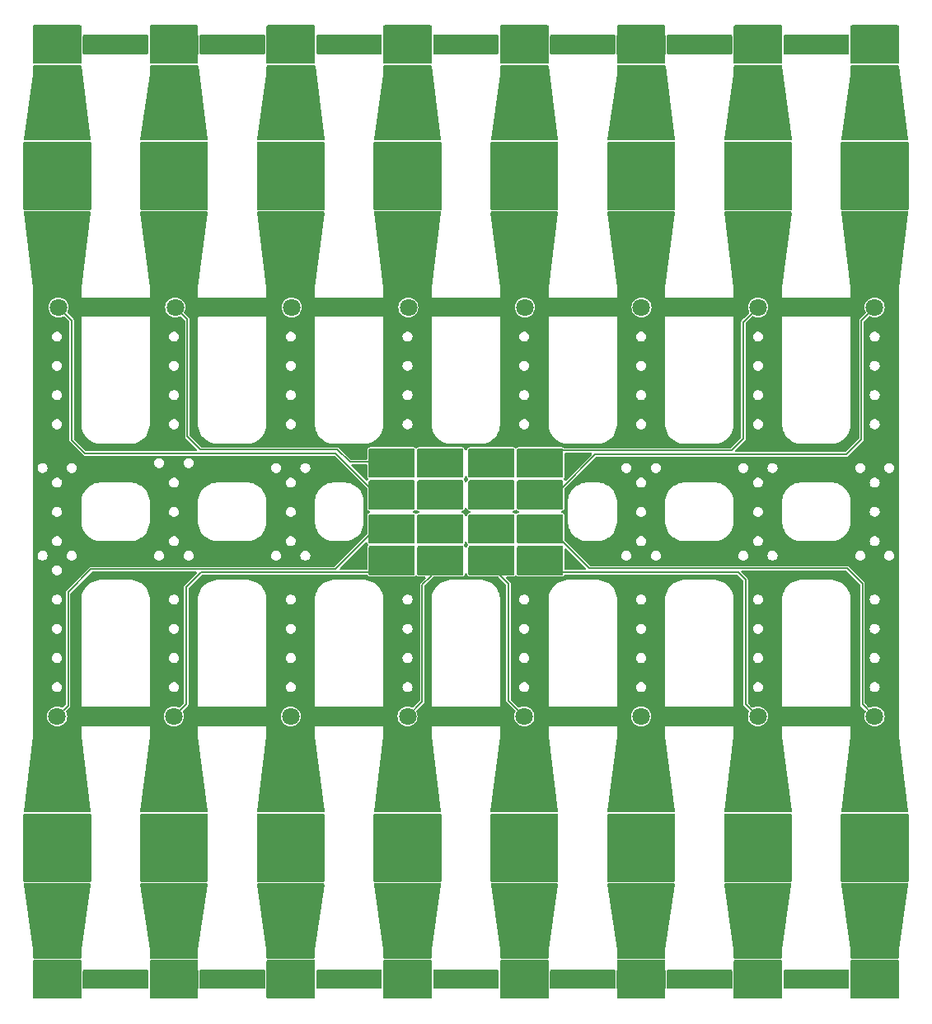
<source format=gtl>
G04 #@! TF.GenerationSoftware,KiCad,Pcbnew,8.0.1-8.0.1-1~ubuntu22.04.1*
G04 #@! TF.CreationDate,2024-03-30T19:46:48+00:00*
G04 #@! TF.ProjectId,DRY_FLEX,4452595f-464c-4455-982e-6b696361645f,v1.0*
G04 #@! TF.SameCoordinates,Original*
G04 #@! TF.FileFunction,Copper,L1,Top*
G04 #@! TF.FilePolarity,Positive*
%FSLAX46Y46*%
G04 Gerber Fmt 4.6, Leading zero omitted, Abs format (unit mm)*
G04 Created by KiCad (PCBNEW 8.0.1-8.0.1-1~ubuntu22.04.1) date 2024-03-30 19:46:48*
%MOMM*%
%LPD*%
G01*
G04 APERTURE LIST*
G04 Aperture macros list*
%AMFreePoly0*
4,1,13,0.345671,0.480970,0.426777,0.426777,0.480970,0.345671,0.500000,0.250000,0.500000,-0.900000,-0.500000,-0.900000,-0.500000,0.250000,-0.480970,0.345671,-0.426777,0.426777,-0.345671,0.480970,-0.250000,0.500000,0.250000,0.500000,0.345671,0.480970,0.345671,0.480970,$1*%
G04 Aperture macros list end*
G04 #@! TA.AperFunction,SMDPad,CuDef*
%ADD10FreePoly0,0.000000*%
G04 #@! TD*
G04 #@! TA.AperFunction,ComponentPad*
%ADD11C,1.800000*%
G04 #@! TD*
G04 #@! TA.AperFunction,ViaPad*
%ADD12C,0.400000*%
G04 #@! TD*
G04 #@! TA.AperFunction,Conductor*
%ADD13C,0.200000*%
G04 #@! TD*
G04 APERTURE END LIST*
D10*
X57875000Y-67550000D03*
D11*
X95500000Y-87000000D03*
X59500000Y-87000000D03*
D10*
X73125000Y-67550000D03*
D11*
X83500000Y-18000000D03*
X95521426Y-44999999D03*
D10*
X57875000Y-64050000D03*
X73125000Y-64125000D03*
D11*
X71500000Y-113999999D03*
X47500000Y-18000000D03*
X35500000Y-18000000D03*
X23500000Y-114000000D03*
X23650000Y-45000000D03*
X23500000Y-18000000D03*
X95500000Y-18000000D03*
X71564284Y-45000000D03*
D10*
X73125000Y-70800000D03*
D11*
X59585713Y-44999999D03*
X107500000Y-18000000D03*
D10*
X57875000Y-70800000D03*
X68125000Y-64000000D03*
D11*
X83500000Y-87000000D03*
X83500000Y-113999999D03*
X71500000Y-18000000D03*
X59500000Y-113999999D03*
D10*
X73000000Y-61125000D03*
X62875000Y-67625000D03*
D11*
X35500000Y-87000000D03*
X71500000Y-87000000D03*
D10*
X68125000Y-67550000D03*
X62875000Y-64050000D03*
X68125000Y-60800000D03*
D11*
X23500000Y-87000000D03*
X47500000Y-113999999D03*
D10*
X68125000Y-70875000D03*
D11*
X107500000Y-114000000D03*
X107500000Y-45000000D03*
X83542855Y-44999999D03*
X95500000Y-113999999D03*
D10*
X57875000Y-60875000D03*
D11*
X107500000Y-87000000D03*
X59500000Y-17999999D03*
D10*
X62875000Y-60800000D03*
X62875000Y-70925000D03*
D11*
X35628571Y-44999999D03*
X35500000Y-113999999D03*
X47500000Y-87000000D03*
X47607142Y-45000000D03*
D12*
X62875000Y-64050000D03*
X68125000Y-64000000D03*
X61250000Y-61000000D03*
X62875000Y-67625000D03*
X68125000Y-67550000D03*
X70125000Y-60875000D03*
D13*
X24625000Y-85875000D02*
X23500000Y-87000000D01*
X57875000Y-67550000D02*
X56450000Y-67550000D01*
X24625000Y-74250000D02*
X24625000Y-85875000D01*
X26975000Y-71900000D02*
X24625000Y-74250000D01*
X52100000Y-71900000D02*
X26975000Y-71900000D01*
X56450000Y-67550000D02*
X52100000Y-71900000D01*
X57875000Y-70800000D02*
X56485000Y-72190000D01*
X56485000Y-72190000D02*
X38310000Y-72190000D01*
X36750000Y-85750000D02*
X35500000Y-87000000D01*
X36750000Y-73750000D02*
X36750000Y-85750000D01*
X38310000Y-72190000D02*
X36750000Y-73750000D01*
X61890000Y-71910000D02*
X61890000Y-72610000D01*
X61890000Y-72610000D02*
X61000000Y-73500000D01*
X61000000Y-85500000D02*
X59500000Y-87000000D01*
X61000000Y-73500000D02*
X61000000Y-85500000D01*
X62875000Y-70925000D02*
X61890000Y-71910000D01*
X69875000Y-85375000D02*
X71500000Y-87000000D01*
X68125000Y-71625000D02*
X69875000Y-73375000D01*
X69875000Y-73375000D02*
X69875000Y-85375000D01*
X68125000Y-70875000D02*
X68125000Y-71625000D01*
X94250000Y-85750000D02*
X95500000Y-87000000D01*
X74525000Y-72200000D02*
X93450000Y-72200000D01*
X93450000Y-72200000D02*
X94250000Y-73000000D01*
X73125000Y-70800000D02*
X74525000Y-72200000D01*
X94250000Y-73000000D02*
X94250000Y-85750000D01*
X106250000Y-73375000D02*
X106250000Y-85750000D01*
X73925000Y-67550000D02*
X78175000Y-71800000D01*
X104675000Y-71800000D02*
X106250000Y-73375000D01*
X106250000Y-85750000D02*
X107500000Y-87000000D01*
X73125000Y-67550000D02*
X73925000Y-67550000D01*
X78175000Y-71800000D02*
X104675000Y-71800000D01*
X56175000Y-64050000D02*
X52125000Y-60000000D01*
X25000000Y-58625000D02*
X25000000Y-46350000D01*
X25000000Y-46350000D02*
X23650000Y-45000000D01*
X26375000Y-60000000D02*
X25000000Y-58625000D01*
X57875000Y-64050000D02*
X56175000Y-64050000D01*
X52125000Y-60000000D02*
X26375000Y-60000000D01*
X57875000Y-60875000D02*
X53575000Y-60875000D01*
X38225000Y-59600000D02*
X36875000Y-58250000D01*
X53575000Y-60875000D02*
X52300000Y-59600000D01*
X52300000Y-59600000D02*
X38225000Y-59600000D01*
X36875000Y-46246428D02*
X35628571Y-44999999D01*
X36875000Y-58250000D02*
X36875000Y-46246428D01*
X62875000Y-60800000D02*
X61450000Y-60800000D01*
X61450000Y-60800000D02*
X61250000Y-61000000D01*
X70050000Y-60800000D02*
X68125000Y-60800000D01*
X70125000Y-60875000D02*
X70050000Y-60800000D01*
X73000000Y-61125000D02*
X74425000Y-59700000D01*
X92800000Y-59700000D02*
X94000000Y-58500000D01*
X74425000Y-59700000D02*
X92800000Y-59700000D01*
X94000000Y-58500000D02*
X94000000Y-46521425D01*
X94000000Y-46521425D02*
X95521426Y-44999999D01*
X75250000Y-63625000D02*
X78775000Y-60100000D01*
X73125000Y-64125000D02*
X73625000Y-63625000D01*
X106125000Y-46375000D02*
X107500000Y-45000000D01*
X106125000Y-58575000D02*
X106125000Y-46375000D01*
X78775000Y-60100000D02*
X104600000Y-60100000D01*
X73625000Y-63625000D02*
X75250000Y-63625000D01*
X104600000Y-60100000D02*
X106125000Y-58575000D01*
G04 #@! TA.AperFunction,Conductor*
G36*
X110932539Y-97019685D02*
G01*
X110978294Y-97072489D01*
X110989500Y-97124000D01*
X110989500Y-103876000D01*
X110969815Y-103943039D01*
X110917011Y-103988794D01*
X110865500Y-104000000D01*
X104134500Y-104000000D01*
X104067461Y-103980315D01*
X104021706Y-103927511D01*
X104010500Y-103876000D01*
X104010500Y-97124000D01*
X104030185Y-97056961D01*
X104082989Y-97011206D01*
X104134500Y-97000000D01*
X110865500Y-97000000D01*
X110932539Y-97019685D01*
G37*
G04 #@! TD.AperFunction*
G04 #@! TA.AperFunction,Conductor*
G36*
X74932539Y-97019685D02*
G01*
X74978294Y-97072489D01*
X74989500Y-97124000D01*
X74989500Y-103876000D01*
X74969815Y-103943039D01*
X74917011Y-103988794D01*
X74865500Y-104000000D01*
X68134500Y-104000000D01*
X68067461Y-103980315D01*
X68021706Y-103927511D01*
X68010500Y-103876000D01*
X68010500Y-97124000D01*
X68030185Y-97056961D01*
X68082989Y-97011206D01*
X68134500Y-97000000D01*
X74865500Y-97000000D01*
X74932539Y-97019685D01*
G37*
G04 #@! TD.AperFunction*
G04 #@! TA.AperFunction,Conductor*
G36*
X61932539Y-112019685D02*
G01*
X61978294Y-112072489D01*
X61989500Y-112124000D01*
X61989500Y-113004348D01*
X61990560Y-113006907D01*
X62000000Y-113054362D01*
X62000000Y-114945637D01*
X61990561Y-114993090D01*
X61989500Y-114995651D01*
X61989500Y-115865500D01*
X61969815Y-115932539D01*
X61917011Y-115978294D01*
X61865500Y-115989500D01*
X57134500Y-115989500D01*
X57067461Y-115969815D01*
X57021706Y-115917011D01*
X57010500Y-115865500D01*
X57010500Y-114995651D01*
X57009439Y-114993090D01*
X57000000Y-114945637D01*
X57000000Y-113054362D01*
X57009440Y-113006907D01*
X57010500Y-113004348D01*
X57010500Y-112124000D01*
X57030185Y-112056961D01*
X57082989Y-112011206D01*
X57134500Y-112000000D01*
X61865500Y-112000000D01*
X61932539Y-112019685D01*
G37*
G04 #@! TD.AperFunction*
G04 #@! TA.AperFunction,Conductor*
G36*
X60193040Y-59519685D02*
G01*
X60238795Y-59572489D01*
X60250001Y-59624000D01*
X60250001Y-62376000D01*
X60230316Y-62443039D01*
X60177512Y-62488794D01*
X60126001Y-62500000D01*
X55624001Y-62500000D01*
X55556962Y-62480315D01*
X55511207Y-62427511D01*
X55500001Y-62376000D01*
X55500001Y-59624000D01*
X55519686Y-59556961D01*
X55572490Y-59511206D01*
X55624001Y-59500000D01*
X60126001Y-59500000D01*
X60193040Y-59519685D01*
G37*
G04 #@! TD.AperFunction*
G04 #@! TA.AperFunction,Conductor*
G36*
X86932539Y-97019685D02*
G01*
X86978294Y-97072489D01*
X86989500Y-97124000D01*
X86989500Y-103876000D01*
X86969815Y-103943039D01*
X86917011Y-103988794D01*
X86865500Y-104000000D01*
X80134500Y-104000000D01*
X80067461Y-103980315D01*
X80021706Y-103927511D01*
X80010500Y-103876000D01*
X80010500Y-97124000D01*
X80030185Y-97056961D01*
X80082989Y-97011206D01*
X80134500Y-97000000D01*
X86865500Y-97000000D01*
X86932539Y-97019685D01*
G37*
G04 #@! TD.AperFunction*
G04 #@! TA.AperFunction,Conductor*
G36*
X109932539Y-16030185D02*
G01*
X109978294Y-16082989D01*
X109989500Y-16134500D01*
X109989500Y-19876000D01*
X109969815Y-19943039D01*
X109917011Y-19988794D01*
X109865500Y-20000000D01*
X105134500Y-20000000D01*
X105067461Y-19980315D01*
X105021706Y-19927511D01*
X105010500Y-19876000D01*
X105010500Y-18995651D01*
X105009439Y-18993090D01*
X105000000Y-18945637D01*
X105000000Y-17054362D01*
X105009440Y-17006907D01*
X105010500Y-17004348D01*
X105010500Y-16134500D01*
X105030185Y-16067461D01*
X105082989Y-16021706D01*
X105134500Y-16010500D01*
X109865500Y-16010500D01*
X109932539Y-16030185D01*
G37*
G04 #@! TD.AperFunction*
G04 #@! TA.AperFunction,Conductor*
G36*
X65193039Y-62769685D02*
G01*
X65238794Y-62822489D01*
X65250000Y-62874000D01*
X65250000Y-65626000D01*
X65230315Y-65693039D01*
X65177511Y-65738794D01*
X65126000Y-65750000D01*
X60624000Y-65750000D01*
X60556961Y-65730315D01*
X60511206Y-65677511D01*
X60500000Y-65626000D01*
X60500000Y-62874000D01*
X60519685Y-62806961D01*
X60572489Y-62761206D01*
X60624000Y-62750000D01*
X65126000Y-62750000D01*
X65193039Y-62769685D01*
G37*
G04 #@! TD.AperFunction*
G04 #@! TA.AperFunction,Conductor*
G36*
X37932539Y-112019685D02*
G01*
X37978294Y-112072489D01*
X37989500Y-112124000D01*
X37989500Y-113004348D01*
X37990560Y-113006907D01*
X38000000Y-113054362D01*
X38000000Y-114945637D01*
X37990561Y-114993090D01*
X37989500Y-114995651D01*
X37989500Y-115865500D01*
X37969815Y-115932539D01*
X37917011Y-115978294D01*
X37865500Y-115989500D01*
X33134500Y-115989500D01*
X33067461Y-115969815D01*
X33021706Y-115917011D01*
X33010500Y-115865500D01*
X33010500Y-114995651D01*
X33009439Y-114993090D01*
X33000000Y-114945637D01*
X33000000Y-113054362D01*
X33009440Y-113006907D01*
X33010500Y-113004348D01*
X33010500Y-112124000D01*
X33030185Y-112056961D01*
X33082989Y-112011206D01*
X33134500Y-112000000D01*
X37865500Y-112000000D01*
X37932539Y-112019685D01*
G37*
G04 #@! TD.AperFunction*
G04 #@! TA.AperFunction,Conductor*
G36*
X38932539Y-28019685D02*
G01*
X38978294Y-28072489D01*
X38989500Y-28124000D01*
X38989500Y-34876000D01*
X38969815Y-34943039D01*
X38917011Y-34988794D01*
X38865500Y-35000000D01*
X32134500Y-35000000D01*
X32067461Y-34980315D01*
X32021706Y-34927511D01*
X32010500Y-34876000D01*
X32010500Y-28124000D01*
X32030185Y-28056961D01*
X32082989Y-28011206D01*
X32134500Y-28000000D01*
X38865500Y-28000000D01*
X38932539Y-28019685D01*
G37*
G04 #@! TD.AperFunction*
G04 #@! TA.AperFunction,Conductor*
G36*
X70443039Y-62769685D02*
G01*
X70488794Y-62822489D01*
X70500000Y-62874000D01*
X70500000Y-65626000D01*
X70480315Y-65693039D01*
X70427511Y-65738794D01*
X70376000Y-65750000D01*
X65874000Y-65750000D01*
X65806961Y-65730315D01*
X65761206Y-65677511D01*
X65750000Y-65626000D01*
X65750000Y-62874000D01*
X65769685Y-62806961D01*
X65822489Y-62761206D01*
X65874000Y-62750000D01*
X70376000Y-62750000D01*
X70443039Y-62769685D01*
G37*
G04 #@! TD.AperFunction*
G04 #@! TA.AperFunction,Conductor*
G36*
X61932539Y-16030185D02*
G01*
X61978294Y-16082989D01*
X61989500Y-16134500D01*
X61989500Y-17004348D01*
X61990560Y-17006907D01*
X62000000Y-17054362D01*
X62000000Y-18945637D01*
X61990561Y-18993090D01*
X61989500Y-18995651D01*
X61989500Y-19876000D01*
X61969815Y-19943039D01*
X61917011Y-19988794D01*
X61865500Y-20000000D01*
X57134500Y-20000000D01*
X57067461Y-19980315D01*
X57021706Y-19927511D01*
X57010500Y-19876000D01*
X57010500Y-18995651D01*
X57009439Y-18993090D01*
X57000000Y-18945637D01*
X57000000Y-17054362D01*
X57009440Y-17006907D01*
X57010500Y-17004348D01*
X57010500Y-16134500D01*
X57030185Y-16067461D01*
X57082989Y-16021706D01*
X57134500Y-16010500D01*
X61865500Y-16010500D01*
X61932539Y-16030185D01*
G37*
G04 #@! TD.AperFunction*
G04 #@! TA.AperFunction,Conductor*
G36*
X65193040Y-59519685D02*
G01*
X65238795Y-59572489D01*
X65250001Y-59624000D01*
X65250001Y-62376000D01*
X65230316Y-62443039D01*
X65177512Y-62488794D01*
X65126001Y-62500000D01*
X60624001Y-62500000D01*
X60556962Y-62480315D01*
X60511207Y-62427511D01*
X60500001Y-62376000D01*
X60500001Y-59624000D01*
X60519686Y-59556961D01*
X60572490Y-59511206D01*
X60624001Y-59500000D01*
X65126001Y-59500000D01*
X65193040Y-59519685D01*
G37*
G04 #@! TD.AperFunction*
G04 #@! TA.AperFunction,Conductor*
G36*
X25932539Y-112019685D02*
G01*
X25978294Y-112072489D01*
X25989500Y-112124000D01*
X25989500Y-113004348D01*
X25990560Y-113006907D01*
X26000000Y-113054362D01*
X26000000Y-114945637D01*
X25990561Y-114993090D01*
X25989500Y-114995651D01*
X25989500Y-115865500D01*
X25969815Y-115932539D01*
X25917011Y-115978294D01*
X25865500Y-115989500D01*
X21134500Y-115989500D01*
X21067461Y-115969815D01*
X21021706Y-115917011D01*
X21010500Y-115865500D01*
X21010500Y-112124000D01*
X21030185Y-112056961D01*
X21082989Y-112011206D01*
X21134500Y-112000000D01*
X25865500Y-112000000D01*
X25932539Y-112019685D01*
G37*
G04 #@! TD.AperFunction*
G04 #@! TA.AperFunction,Conductor*
G36*
X98932539Y-28019685D02*
G01*
X98978294Y-28072489D01*
X98989500Y-28124000D01*
X98989500Y-34876000D01*
X98969815Y-34943039D01*
X98917011Y-34988794D01*
X98865500Y-35000000D01*
X92134500Y-35000000D01*
X92067461Y-34980315D01*
X92021706Y-34927511D01*
X92010500Y-34876000D01*
X92010500Y-28124000D01*
X92030185Y-28056961D01*
X92082989Y-28011206D01*
X92134500Y-28000000D01*
X98865500Y-28000000D01*
X98932539Y-28019685D01*
G37*
G04 #@! TD.AperFunction*
G04 #@! TA.AperFunction,Conductor*
G36*
X62932539Y-97019685D02*
G01*
X62978294Y-97072489D01*
X62989500Y-97124000D01*
X62989500Y-103876000D01*
X62969815Y-103943039D01*
X62917011Y-103988794D01*
X62865500Y-104000000D01*
X56134500Y-104000000D01*
X56067461Y-103980315D01*
X56021706Y-103927511D01*
X56010500Y-103876000D01*
X56010500Y-97124000D01*
X56030185Y-97056961D01*
X56082989Y-97011206D01*
X56134500Y-97000000D01*
X62865500Y-97000000D01*
X62932539Y-97019685D01*
G37*
G04 #@! TD.AperFunction*
G04 #@! TA.AperFunction,Conductor*
G36*
X49932539Y-112019685D02*
G01*
X49978294Y-112072489D01*
X49989500Y-112124000D01*
X49989500Y-113004348D01*
X49990560Y-113006907D01*
X50000000Y-113054362D01*
X50000000Y-114945637D01*
X49990561Y-114993090D01*
X49989500Y-114995651D01*
X49989500Y-115865500D01*
X49969815Y-115932539D01*
X49917011Y-115978294D01*
X49865500Y-115989500D01*
X45134500Y-115989500D01*
X45067461Y-115969815D01*
X45021706Y-115917011D01*
X45010500Y-115865500D01*
X45010500Y-114995651D01*
X45009439Y-114993090D01*
X45000000Y-114945637D01*
X45000000Y-113054362D01*
X45009440Y-113006907D01*
X45010500Y-113004348D01*
X45010500Y-112124000D01*
X45030185Y-112056961D01*
X45082989Y-112011206D01*
X45134500Y-112000000D01*
X49865500Y-112000000D01*
X49932539Y-112019685D01*
G37*
G04 #@! TD.AperFunction*
G04 #@! TA.AperFunction,Conductor*
G36*
X26932539Y-28019685D02*
G01*
X26978294Y-28072489D01*
X26989500Y-28124000D01*
X26989500Y-34876000D01*
X26969815Y-34943039D01*
X26917011Y-34988794D01*
X26865500Y-35000000D01*
X20134500Y-35000000D01*
X20067461Y-34980315D01*
X20021706Y-34927511D01*
X20010500Y-34876000D01*
X20010500Y-28124000D01*
X20030185Y-28056961D01*
X20082989Y-28011206D01*
X20134500Y-28000000D01*
X26865500Y-28000000D01*
X26932539Y-28019685D01*
G37*
G04 #@! TD.AperFunction*
G04 #@! TA.AperFunction,Conductor*
G36*
X75443038Y-62769685D02*
G01*
X75488793Y-62822489D01*
X75499999Y-62874000D01*
X75499999Y-65626000D01*
X75480314Y-65693039D01*
X75427510Y-65738794D01*
X75375999Y-65750000D01*
X70873999Y-65750000D01*
X70806960Y-65730315D01*
X70761205Y-65677511D01*
X70749999Y-65626000D01*
X70749999Y-62874000D01*
X70769684Y-62806961D01*
X70822488Y-62761206D01*
X70873999Y-62750000D01*
X75375999Y-62750000D01*
X75443038Y-62769685D01*
G37*
G04 #@! TD.AperFunction*
G04 #@! TA.AperFunction,Conductor*
G36*
X26932539Y-97019685D02*
G01*
X26978294Y-97072489D01*
X26989500Y-97124000D01*
X26989500Y-103876000D01*
X26969815Y-103943039D01*
X26917011Y-103988794D01*
X26865500Y-104000000D01*
X20134500Y-104000000D01*
X20067461Y-103980315D01*
X20021706Y-103927511D01*
X20010500Y-103876000D01*
X20010500Y-97124000D01*
X20030185Y-97056961D01*
X20082989Y-97011206D01*
X20134500Y-97000000D01*
X26865500Y-97000000D01*
X26932539Y-97019685D01*
G37*
G04 #@! TD.AperFunction*
G04 #@! TA.AperFunction,Conductor*
G36*
X60193041Y-62769685D02*
G01*
X60238796Y-62822489D01*
X60250002Y-62874000D01*
X60250002Y-65626000D01*
X60230317Y-65693039D01*
X60177513Y-65738794D01*
X60126002Y-65750000D01*
X55624002Y-65750000D01*
X55556963Y-65730315D01*
X55511208Y-65677511D01*
X55500002Y-65626000D01*
X55500002Y-62874000D01*
X55519687Y-62806961D01*
X55572491Y-62761206D01*
X55624002Y-62750000D01*
X60126002Y-62750000D01*
X60193041Y-62769685D01*
G37*
G04 #@! TD.AperFunction*
G04 #@! TA.AperFunction,Conductor*
G36*
X85932539Y-16030185D02*
G01*
X85978294Y-16082989D01*
X85989500Y-16134500D01*
X85989500Y-17004348D01*
X85990560Y-17006907D01*
X86000000Y-17054362D01*
X86000000Y-18945637D01*
X85990561Y-18993090D01*
X85989500Y-18995651D01*
X85989500Y-19876000D01*
X85969815Y-19943039D01*
X85917011Y-19988794D01*
X85865500Y-20000000D01*
X81134500Y-20000000D01*
X81067461Y-19980315D01*
X81021706Y-19927511D01*
X81010500Y-19876000D01*
X81010500Y-18995651D01*
X81009439Y-18993090D01*
X81000000Y-18945637D01*
X81000000Y-17054362D01*
X81009440Y-17006907D01*
X81010500Y-17004348D01*
X81010500Y-16134500D01*
X81030185Y-16067461D01*
X81082989Y-16021706D01*
X81134500Y-16010500D01*
X85865500Y-16010500D01*
X85932539Y-16030185D01*
G37*
G04 #@! TD.AperFunction*
G04 #@! TA.AperFunction,Conductor*
G36*
X70443040Y-66269685D02*
G01*
X70488795Y-66322489D01*
X70500001Y-66374000D01*
X70500001Y-69126000D01*
X70480316Y-69193039D01*
X70427512Y-69238794D01*
X70376001Y-69250000D01*
X65874001Y-69250000D01*
X65806962Y-69230315D01*
X65761207Y-69177511D01*
X65750001Y-69126000D01*
X65750001Y-66374000D01*
X65769686Y-66306961D01*
X65822490Y-66261206D01*
X65874001Y-66250000D01*
X70376001Y-66250000D01*
X70443040Y-66269685D01*
G37*
G04 #@! TD.AperFunction*
G04 #@! TA.AperFunction,Conductor*
G36*
X38932539Y-97019685D02*
G01*
X38978294Y-97072489D01*
X38989500Y-97124000D01*
X38989500Y-103876000D01*
X38969815Y-103943039D01*
X38917011Y-103988794D01*
X38865500Y-104000000D01*
X32134500Y-104000000D01*
X32067461Y-103980315D01*
X32021706Y-103927511D01*
X32010500Y-103876000D01*
X32010500Y-97124000D01*
X32030185Y-97056961D01*
X32082989Y-97011206D01*
X32134500Y-97000000D01*
X38865500Y-97000000D01*
X38932539Y-97019685D01*
G37*
G04 #@! TD.AperFunction*
G04 #@! TA.AperFunction,Conductor*
G36*
X86932539Y-28019685D02*
G01*
X86978294Y-28072489D01*
X86989500Y-28124000D01*
X86989500Y-34876000D01*
X86969815Y-34943039D01*
X86917011Y-34988794D01*
X86865500Y-35000000D01*
X80134500Y-35000000D01*
X80067461Y-34980315D01*
X80021706Y-34927511D01*
X80010500Y-34876000D01*
X80010500Y-28124000D01*
X80030185Y-28056961D01*
X80082989Y-28011206D01*
X80134500Y-28000000D01*
X86865500Y-28000000D01*
X86932539Y-28019685D01*
G37*
G04 #@! TD.AperFunction*
G04 #@! TA.AperFunction,Conductor*
G36*
X65193040Y-66269685D02*
G01*
X65238795Y-66322489D01*
X65250001Y-66374000D01*
X65250001Y-69126000D01*
X65230316Y-69193039D01*
X65177512Y-69238794D01*
X65126001Y-69250000D01*
X60624001Y-69250000D01*
X60556962Y-69230315D01*
X60511207Y-69177511D01*
X60500001Y-69126000D01*
X60500001Y-66374000D01*
X60519686Y-66306961D01*
X60572490Y-66261206D01*
X60624001Y-66250000D01*
X65126001Y-66250000D01*
X65193040Y-66269685D01*
G37*
G04 #@! TD.AperFunction*
G04 #@! TA.AperFunction,Conductor*
G36*
X50932539Y-28019685D02*
G01*
X50978294Y-28072489D01*
X50989500Y-28124000D01*
X50989500Y-34876000D01*
X50969815Y-34943039D01*
X50917011Y-34988794D01*
X50865500Y-35000000D01*
X44134500Y-35000000D01*
X44067461Y-34980315D01*
X44021706Y-34927511D01*
X44010500Y-34876000D01*
X44010500Y-28124000D01*
X44030185Y-28056961D01*
X44082989Y-28011206D01*
X44134500Y-28000000D01*
X50865500Y-28000000D01*
X50932539Y-28019685D01*
G37*
G04 #@! TD.AperFunction*
G04 #@! TA.AperFunction,Conductor*
G36*
X60193040Y-66269685D02*
G01*
X60238795Y-66322489D01*
X60250001Y-66374000D01*
X60250001Y-69126000D01*
X60230316Y-69193039D01*
X60177512Y-69238794D01*
X60126001Y-69250000D01*
X55624001Y-69250000D01*
X55556962Y-69230315D01*
X55511207Y-69177511D01*
X55500001Y-69126000D01*
X55500001Y-66374000D01*
X55519686Y-66306961D01*
X55572490Y-66261206D01*
X55624001Y-66250000D01*
X60126001Y-66250000D01*
X60193040Y-66269685D01*
G37*
G04 #@! TD.AperFunction*
G04 #@! TA.AperFunction,Conductor*
G36*
X97932539Y-16030185D02*
G01*
X97978294Y-16082989D01*
X97989500Y-16134500D01*
X97989500Y-17004348D01*
X97990560Y-17006907D01*
X98000000Y-17054362D01*
X98000000Y-18945637D01*
X97990561Y-18993090D01*
X97989500Y-18995651D01*
X97989500Y-19876000D01*
X97969815Y-19943039D01*
X97917011Y-19988794D01*
X97865500Y-20000000D01*
X93134500Y-20000000D01*
X93067461Y-19980315D01*
X93021706Y-19927511D01*
X93010500Y-19876000D01*
X93010500Y-18995651D01*
X93009439Y-18993090D01*
X93000000Y-18945637D01*
X93000000Y-17054362D01*
X93009440Y-17006907D01*
X93010500Y-17004348D01*
X93010500Y-16134500D01*
X93030185Y-16067461D01*
X93082989Y-16021706D01*
X93134500Y-16010500D01*
X97865500Y-16010500D01*
X97932539Y-16030185D01*
G37*
G04 #@! TD.AperFunction*
G04 #@! TA.AperFunction,Conductor*
G36*
X60193040Y-69519685D02*
G01*
X60238795Y-69572489D01*
X60250001Y-69624000D01*
X60250001Y-72376000D01*
X60230316Y-72443039D01*
X60177512Y-72488794D01*
X60126001Y-72500000D01*
X55624001Y-72500000D01*
X55556962Y-72480315D01*
X55511207Y-72427511D01*
X55500001Y-72376000D01*
X55500001Y-69624000D01*
X55519686Y-69556961D01*
X55572490Y-69511206D01*
X55624001Y-69500000D01*
X60126001Y-69500000D01*
X60193040Y-69519685D01*
G37*
G04 #@! TD.AperFunction*
G04 #@! TA.AperFunction,Conductor*
G36*
X75443039Y-59519685D02*
G01*
X75488794Y-59572489D01*
X75500000Y-59624000D01*
X75500000Y-62376000D01*
X75480315Y-62443039D01*
X75427511Y-62488794D01*
X75376000Y-62500000D01*
X70874000Y-62500000D01*
X70806961Y-62480315D01*
X70761206Y-62427511D01*
X70750000Y-62376000D01*
X70750000Y-59624000D01*
X70769685Y-59556961D01*
X70822489Y-59511206D01*
X70874000Y-59500000D01*
X75376000Y-59500000D01*
X75443039Y-59519685D01*
G37*
G04 #@! TD.AperFunction*
G04 #@! TA.AperFunction,Conductor*
G36*
X70443040Y-59519685D02*
G01*
X70488795Y-59572489D01*
X70500001Y-59624000D01*
X70500001Y-62376000D01*
X70480316Y-62443039D01*
X70427512Y-62488794D01*
X70376001Y-62500000D01*
X65874001Y-62500000D01*
X65806962Y-62480315D01*
X65761207Y-62427511D01*
X65750001Y-62376000D01*
X65750001Y-59624000D01*
X65769686Y-59556961D01*
X65822490Y-59511206D01*
X65874001Y-59500000D01*
X70376001Y-59500000D01*
X70443040Y-59519685D01*
G37*
G04 #@! TD.AperFunction*
G04 #@! TA.AperFunction,Conductor*
G36*
X109932539Y-112019685D02*
G01*
X109978294Y-112072489D01*
X109989500Y-112124000D01*
X109989500Y-115865500D01*
X109969815Y-115932539D01*
X109917011Y-115978294D01*
X109865500Y-115989500D01*
X105134500Y-115989500D01*
X105067461Y-115969815D01*
X105021706Y-115917011D01*
X105010500Y-115865500D01*
X105010500Y-114995651D01*
X105009439Y-114993090D01*
X105000000Y-114945637D01*
X105000000Y-113054362D01*
X105009440Y-113006907D01*
X105010500Y-113004348D01*
X105010500Y-112124000D01*
X105030185Y-112056961D01*
X105082989Y-112011206D01*
X105134500Y-112000000D01*
X109865500Y-112000000D01*
X109932539Y-112019685D01*
G37*
G04 #@! TD.AperFunction*
G04 #@! TA.AperFunction,Conductor*
G36*
X50932539Y-97019685D02*
G01*
X50978294Y-97072489D01*
X50989500Y-97124000D01*
X50989500Y-103876000D01*
X50969815Y-103943039D01*
X50917011Y-103988794D01*
X50865500Y-104000000D01*
X44134500Y-104000000D01*
X44067461Y-103980315D01*
X44021706Y-103927511D01*
X44010500Y-103876000D01*
X44010500Y-97124000D01*
X44030185Y-97056961D01*
X44082989Y-97011206D01*
X44134500Y-97000000D01*
X50865500Y-97000000D01*
X50932539Y-97019685D01*
G37*
G04 #@! TD.AperFunction*
G04 #@! TA.AperFunction,Conductor*
G36*
X75443039Y-69519685D02*
G01*
X75488794Y-69572489D01*
X75500000Y-69624000D01*
X75500000Y-72376000D01*
X75480315Y-72443039D01*
X75427511Y-72488794D01*
X75376000Y-72500000D01*
X70874000Y-72500000D01*
X70806961Y-72480315D01*
X70761206Y-72427511D01*
X70750000Y-72376000D01*
X70750000Y-69624000D01*
X70769685Y-69556961D01*
X70822489Y-69511206D01*
X70874000Y-69500000D01*
X75376000Y-69500000D01*
X75443039Y-69519685D01*
G37*
G04 #@! TD.AperFunction*
G04 #@! TA.AperFunction,Conductor*
G36*
X73932539Y-16030185D02*
G01*
X73978294Y-16082989D01*
X73989500Y-16134500D01*
X73989500Y-17004348D01*
X73990560Y-17006907D01*
X74000000Y-17054362D01*
X74000000Y-18945637D01*
X73990561Y-18993090D01*
X73989500Y-18995651D01*
X73989500Y-19876000D01*
X73969815Y-19943039D01*
X73917011Y-19988794D01*
X73865500Y-20000000D01*
X69134500Y-20000000D01*
X69067461Y-19980315D01*
X69021706Y-19927511D01*
X69010500Y-19876000D01*
X69010500Y-18995651D01*
X69009439Y-18993090D01*
X69000000Y-18945637D01*
X69000000Y-17054362D01*
X69009440Y-17006907D01*
X69010500Y-17004348D01*
X69010500Y-16134500D01*
X69030185Y-16067461D01*
X69082989Y-16021706D01*
X69134500Y-16010500D01*
X73865500Y-16010500D01*
X73932539Y-16030185D01*
G37*
G04 #@! TD.AperFunction*
G04 #@! TA.AperFunction,Conductor*
G36*
X25932539Y-16030185D02*
G01*
X25978294Y-16082989D01*
X25989500Y-16134500D01*
X25989500Y-17004348D01*
X25990560Y-17006907D01*
X26000000Y-17054362D01*
X26000000Y-18945637D01*
X25990561Y-18993090D01*
X25989500Y-18995651D01*
X25989500Y-19876000D01*
X25969815Y-19943039D01*
X25917011Y-19988794D01*
X25865500Y-20000000D01*
X21134500Y-20000000D01*
X21067461Y-19980315D01*
X21021706Y-19927511D01*
X21010500Y-19876000D01*
X21010500Y-16134500D01*
X21030185Y-16067461D01*
X21082989Y-16021706D01*
X21134500Y-16010500D01*
X25865500Y-16010500D01*
X25932539Y-16030185D01*
G37*
G04 #@! TD.AperFunction*
G04 #@! TA.AperFunction,Conductor*
G36*
X85932539Y-112019685D02*
G01*
X85978294Y-112072489D01*
X85989500Y-112124000D01*
X85989500Y-113004348D01*
X85990560Y-113006907D01*
X86000000Y-113054362D01*
X86000000Y-114945637D01*
X85990561Y-114993090D01*
X85989500Y-114995651D01*
X85989500Y-115865500D01*
X85969815Y-115932539D01*
X85917011Y-115978294D01*
X85865500Y-115989500D01*
X81134500Y-115989500D01*
X81067461Y-115969815D01*
X81021706Y-115917011D01*
X81010500Y-115865500D01*
X81010500Y-114995651D01*
X81009439Y-114993090D01*
X81000000Y-114945637D01*
X81000000Y-113054362D01*
X81009440Y-113006907D01*
X81010500Y-113004348D01*
X81010500Y-112124000D01*
X81030185Y-112056961D01*
X81082989Y-112011206D01*
X81134500Y-112000000D01*
X85865500Y-112000000D01*
X85932539Y-112019685D01*
G37*
G04 #@! TD.AperFunction*
G04 #@! TA.AperFunction,Conductor*
G36*
X65193040Y-69519685D02*
G01*
X65238795Y-69572489D01*
X65250001Y-69624000D01*
X65250001Y-72376000D01*
X65230316Y-72443039D01*
X65177512Y-72488794D01*
X65126001Y-72500000D01*
X60624001Y-72500000D01*
X60556962Y-72480315D01*
X60511207Y-72427511D01*
X60500001Y-72376000D01*
X60500001Y-69624000D01*
X60519686Y-69556961D01*
X60572490Y-69511206D01*
X60624001Y-69500000D01*
X65126001Y-69500000D01*
X65193040Y-69519685D01*
G37*
G04 #@! TD.AperFunction*
G04 #@! TA.AperFunction,Conductor*
G36*
X75443039Y-66269685D02*
G01*
X75488794Y-66322489D01*
X75500000Y-66374000D01*
X75500000Y-69126000D01*
X75480315Y-69193039D01*
X75427511Y-69238794D01*
X75376000Y-69250000D01*
X70874000Y-69250000D01*
X70806961Y-69230315D01*
X70761206Y-69177511D01*
X70750000Y-69126000D01*
X70750000Y-66374000D01*
X70769685Y-66306961D01*
X70822489Y-66261206D01*
X70874000Y-66250000D01*
X75376000Y-66250000D01*
X75443039Y-66269685D01*
G37*
G04 #@! TD.AperFunction*
G04 #@! TA.AperFunction,Conductor*
G36*
X37932539Y-16030185D02*
G01*
X37978294Y-16082989D01*
X37989500Y-16134500D01*
X37989500Y-17004348D01*
X37990560Y-17006907D01*
X38000000Y-17054362D01*
X38000000Y-18945637D01*
X37990561Y-18993090D01*
X37989500Y-18995651D01*
X37989500Y-19876000D01*
X37969815Y-19943039D01*
X37917011Y-19988794D01*
X37865500Y-20000000D01*
X33134500Y-20000000D01*
X33067461Y-19980315D01*
X33021706Y-19927511D01*
X33010500Y-19876000D01*
X33010500Y-18995651D01*
X33009439Y-18993090D01*
X33000000Y-18945637D01*
X33000000Y-17054362D01*
X33009440Y-17006907D01*
X33010500Y-17004348D01*
X33010500Y-16134500D01*
X33030185Y-16067461D01*
X33082989Y-16021706D01*
X33134500Y-16010500D01*
X37865500Y-16010500D01*
X37932539Y-16030185D01*
G37*
G04 #@! TD.AperFunction*
G04 #@! TA.AperFunction,Conductor*
G36*
X70443040Y-69519685D02*
G01*
X70488795Y-69572489D01*
X70500001Y-69624000D01*
X70500001Y-72376000D01*
X70480316Y-72443039D01*
X70427512Y-72488794D01*
X70376001Y-72500000D01*
X65874001Y-72500000D01*
X65806962Y-72480315D01*
X65761207Y-72427511D01*
X65750001Y-72376000D01*
X65750001Y-69624000D01*
X65769686Y-69556961D01*
X65822490Y-69511206D01*
X65874001Y-69500000D01*
X70376001Y-69500000D01*
X70443040Y-69519685D01*
G37*
G04 #@! TD.AperFunction*
G04 #@! TA.AperFunction,Conductor*
G36*
X110932539Y-28019685D02*
G01*
X110978294Y-28072489D01*
X110989500Y-28124000D01*
X110989500Y-34876000D01*
X110969815Y-34943039D01*
X110917011Y-34988794D01*
X110865500Y-35000000D01*
X104134500Y-35000000D01*
X104067461Y-34980315D01*
X104021706Y-34927511D01*
X104010500Y-34876000D01*
X104010500Y-28124000D01*
X104030185Y-28056961D01*
X104082989Y-28011206D01*
X104134500Y-28000000D01*
X110865500Y-28000000D01*
X110932539Y-28019685D01*
G37*
G04 #@! TD.AperFunction*
G04 #@! TA.AperFunction,Conductor*
G36*
X97932539Y-112019685D02*
G01*
X97978294Y-112072489D01*
X97989500Y-112124000D01*
X97989500Y-113004348D01*
X97990560Y-113006907D01*
X98000000Y-113054362D01*
X98000000Y-114945637D01*
X97990561Y-114993090D01*
X97989500Y-114995651D01*
X97989500Y-115865500D01*
X97969815Y-115932539D01*
X97917011Y-115978294D01*
X97865500Y-115989500D01*
X93134500Y-115989500D01*
X93067461Y-115969815D01*
X93021706Y-115917011D01*
X93010500Y-115865500D01*
X93010500Y-114995651D01*
X93009439Y-114993090D01*
X93000000Y-114945637D01*
X93000000Y-113054362D01*
X93009440Y-113006907D01*
X93010500Y-113004348D01*
X93010500Y-112124000D01*
X93030185Y-112056961D01*
X93082989Y-112011206D01*
X93134500Y-112000000D01*
X97865500Y-112000000D01*
X97932539Y-112019685D01*
G37*
G04 #@! TD.AperFunction*
G04 #@! TA.AperFunction,Conductor*
G36*
X73932539Y-112019685D02*
G01*
X73978294Y-112072489D01*
X73989500Y-112124000D01*
X73989500Y-113004348D01*
X73990560Y-113006907D01*
X74000000Y-113054362D01*
X74000000Y-114945637D01*
X73990561Y-114993090D01*
X73989500Y-114995651D01*
X73989500Y-115865500D01*
X73969815Y-115932539D01*
X73917011Y-115978294D01*
X73865500Y-115989500D01*
X69134500Y-115989500D01*
X69067461Y-115969815D01*
X69021706Y-115917011D01*
X69010500Y-115865500D01*
X69010500Y-114995651D01*
X69009439Y-114993090D01*
X69000000Y-114945637D01*
X69000000Y-113054362D01*
X69009440Y-113006907D01*
X69010500Y-113004348D01*
X69010500Y-112124000D01*
X69030185Y-112056961D01*
X69082989Y-112011206D01*
X69134500Y-112000000D01*
X73865500Y-112000000D01*
X73932539Y-112019685D01*
G37*
G04 #@! TD.AperFunction*
G04 #@! TA.AperFunction,Conductor*
G36*
X74932539Y-28019685D02*
G01*
X74978294Y-28072489D01*
X74989500Y-28124000D01*
X74989500Y-34876000D01*
X74969815Y-34943039D01*
X74917011Y-34988794D01*
X74865500Y-35000000D01*
X68134500Y-35000000D01*
X68067461Y-34980315D01*
X68021706Y-34927511D01*
X68010500Y-34876000D01*
X68010500Y-28124000D01*
X68030185Y-28056961D01*
X68082989Y-28011206D01*
X68134500Y-28000000D01*
X74865500Y-28000000D01*
X74932539Y-28019685D01*
G37*
G04 #@! TD.AperFunction*
G04 #@! TA.AperFunction,Conductor*
G36*
X98932539Y-97019685D02*
G01*
X98978294Y-97072489D01*
X98989500Y-97124000D01*
X98989500Y-103876000D01*
X98969815Y-103943039D01*
X98917011Y-103988794D01*
X98865500Y-104000000D01*
X92134500Y-104000000D01*
X92067461Y-103980315D01*
X92021706Y-103927511D01*
X92010500Y-103876000D01*
X92010500Y-97124000D01*
X92030185Y-97056961D01*
X92082989Y-97011206D01*
X92134500Y-97000000D01*
X98865500Y-97000000D01*
X98932539Y-97019685D01*
G37*
G04 #@! TD.AperFunction*
G04 #@! TA.AperFunction,Conductor*
G36*
X49932539Y-16030185D02*
G01*
X49978294Y-16082989D01*
X49989500Y-16134500D01*
X49989500Y-17004348D01*
X49990560Y-17006907D01*
X50000000Y-17054362D01*
X50000000Y-18945637D01*
X49990561Y-18993090D01*
X49989500Y-18995651D01*
X49989500Y-19876000D01*
X49969815Y-19943039D01*
X49917011Y-19988794D01*
X49865500Y-20000000D01*
X45134500Y-20000000D01*
X45067461Y-19980315D01*
X45021706Y-19927511D01*
X45010500Y-19876000D01*
X45010500Y-18995651D01*
X45009439Y-18993090D01*
X45000000Y-18945637D01*
X45000000Y-17054362D01*
X45009440Y-17006907D01*
X45010500Y-17004348D01*
X45010500Y-16134500D01*
X45030185Y-16067461D01*
X45082989Y-16021706D01*
X45134500Y-16010500D01*
X49865500Y-16010500D01*
X49932539Y-16030185D01*
G37*
G04 #@! TD.AperFunction*
G04 #@! TA.AperFunction,Conductor*
G36*
X62932539Y-28019685D02*
G01*
X62978294Y-28072489D01*
X62989500Y-28124000D01*
X62989500Y-34876000D01*
X62969815Y-34943039D01*
X62917011Y-34988794D01*
X62865500Y-35000000D01*
X56134500Y-35000000D01*
X56067461Y-34980315D01*
X56021706Y-34927511D01*
X56010500Y-34876000D01*
X56010500Y-28124000D01*
X56030185Y-28056961D01*
X56082989Y-28011206D01*
X56134500Y-28000000D01*
X62865500Y-28000000D01*
X62932539Y-28019685D01*
G37*
G04 #@! TD.AperFunction*
G04 #@! TA.AperFunction,NonConductor*
G36*
X104810539Y-17030185D02*
G01*
X104856294Y-17082989D01*
X104867500Y-17134500D01*
X104867500Y-18865500D01*
X104847815Y-18932539D01*
X104795011Y-18978294D01*
X104743500Y-18989500D01*
X98256500Y-18989500D01*
X98189461Y-18969815D01*
X98143706Y-18917011D01*
X98132500Y-18865500D01*
X98132500Y-17134500D01*
X98152185Y-17067461D01*
X98204989Y-17021706D01*
X98256500Y-17010500D01*
X104743500Y-17010500D01*
X104810539Y-17030185D01*
G37*
G04 #@! TD.AperFunction*
G04 #@! TA.AperFunction,NonConductor*
G36*
X92810539Y-17030185D02*
G01*
X92856294Y-17082989D01*
X92867500Y-17134500D01*
X92867500Y-18865500D01*
X92847815Y-18932539D01*
X92795011Y-18978294D01*
X92743500Y-18989500D01*
X86256500Y-18989500D01*
X86189461Y-18969815D01*
X86143706Y-18917011D01*
X86132500Y-18865500D01*
X86132500Y-17134500D01*
X86152185Y-17067461D01*
X86204989Y-17021706D01*
X86256500Y-17010500D01*
X92743500Y-17010500D01*
X92810539Y-17030185D01*
G37*
G04 #@! TD.AperFunction*
G04 #@! TA.AperFunction,NonConductor*
G36*
X80810539Y-17030185D02*
G01*
X80856294Y-17082989D01*
X80867500Y-17134500D01*
X80867500Y-18865500D01*
X80847815Y-18932539D01*
X80795011Y-18978294D01*
X80743500Y-18989500D01*
X74256500Y-18989500D01*
X74189461Y-18969815D01*
X74143706Y-18917011D01*
X74132500Y-18865500D01*
X74132500Y-17134500D01*
X74152185Y-17067461D01*
X74204989Y-17021706D01*
X74256500Y-17010500D01*
X80743500Y-17010500D01*
X80810539Y-17030185D01*
G37*
G04 #@! TD.AperFunction*
G04 #@! TA.AperFunction,NonConductor*
G36*
X68810539Y-17030185D02*
G01*
X68856294Y-17082989D01*
X68867500Y-17134500D01*
X68867500Y-18865500D01*
X68847815Y-18932539D01*
X68795011Y-18978294D01*
X68743500Y-18989500D01*
X62256500Y-18989500D01*
X62189461Y-18969815D01*
X62143706Y-18917011D01*
X62132500Y-18865500D01*
X62132500Y-17134500D01*
X62152185Y-17067461D01*
X62204989Y-17021706D01*
X62256500Y-17010500D01*
X68743500Y-17010500D01*
X68810539Y-17030185D01*
G37*
G04 #@! TD.AperFunction*
G04 #@! TA.AperFunction,NonConductor*
G36*
X56810539Y-17030185D02*
G01*
X56856294Y-17082989D01*
X56867500Y-17134500D01*
X56867500Y-18865500D01*
X56847815Y-18932539D01*
X56795011Y-18978294D01*
X56743500Y-18989500D01*
X50256500Y-18989500D01*
X50189461Y-18969815D01*
X50143706Y-18917011D01*
X50132500Y-18865500D01*
X50132500Y-17134500D01*
X50152185Y-17067461D01*
X50204989Y-17021706D01*
X50256500Y-17010500D01*
X56743500Y-17010500D01*
X56810539Y-17030185D01*
G37*
G04 #@! TD.AperFunction*
G04 #@! TA.AperFunction,NonConductor*
G36*
X44810539Y-17030185D02*
G01*
X44856294Y-17082989D01*
X44867500Y-17134500D01*
X44867500Y-18865500D01*
X44847815Y-18932539D01*
X44795011Y-18978294D01*
X44743500Y-18989500D01*
X38256500Y-18989500D01*
X38189461Y-18969815D01*
X38143706Y-18917011D01*
X38132500Y-18865500D01*
X38132500Y-17134500D01*
X38152185Y-17067461D01*
X38204989Y-17021706D01*
X38256500Y-17010500D01*
X44743500Y-17010500D01*
X44810539Y-17030185D01*
G37*
G04 #@! TD.AperFunction*
G04 #@! TA.AperFunction,NonConductor*
G36*
X32810539Y-17030185D02*
G01*
X32856294Y-17082989D01*
X32867500Y-17134500D01*
X32867500Y-18865500D01*
X32847815Y-18932539D01*
X32795011Y-18978294D01*
X32743500Y-18989500D01*
X26256500Y-18989500D01*
X26189461Y-18969815D01*
X26143706Y-18917011D01*
X26132500Y-18865500D01*
X26132500Y-17134500D01*
X26152185Y-17067461D01*
X26204989Y-17021706D01*
X26256500Y-17010500D01*
X32743500Y-17010500D01*
X32810539Y-17030185D01*
G37*
G04 #@! TD.AperFunction*
G04 #@! TA.AperFunction,NonConductor*
G36*
X109951696Y-20143030D02*
G01*
X110002834Y-20190640D01*
X110019235Y-20238535D01*
X110955434Y-27728120D01*
X110944217Y-27797083D01*
X110897496Y-27849034D01*
X110832392Y-27867500D01*
X104172508Y-27867500D01*
X104105469Y-27847815D01*
X104059714Y-27795011D01*
X104049754Y-27725964D01*
X105007500Y-21021738D01*
X105010500Y-21010795D01*
X105010500Y-21009561D01*
X105011747Y-20992020D01*
X105011918Y-20990816D01*
X105010500Y-20979558D01*
X105010500Y-20256500D01*
X105030185Y-20189461D01*
X105082989Y-20143706D01*
X105134500Y-20132500D01*
X109865500Y-20132500D01*
X109865516Y-20132499D01*
X109882937Y-20130626D01*
X109951696Y-20143030D01*
G37*
G04 #@! TD.AperFunction*
G04 #@! TA.AperFunction,NonConductor*
G36*
X97951696Y-20143030D02*
G01*
X98002834Y-20190640D01*
X98019235Y-20238535D01*
X98955434Y-27728120D01*
X98944217Y-27797083D01*
X98897496Y-27849034D01*
X98832392Y-27867500D01*
X92172508Y-27867500D01*
X92105469Y-27847815D01*
X92059714Y-27795011D01*
X92049754Y-27725964D01*
X93007500Y-21021738D01*
X93010500Y-21010795D01*
X93010500Y-21009561D01*
X93011747Y-20992020D01*
X93011918Y-20990816D01*
X93010500Y-20979558D01*
X93010500Y-20256500D01*
X93030185Y-20189461D01*
X93082989Y-20143706D01*
X93134500Y-20132500D01*
X97865500Y-20132500D01*
X97865516Y-20132499D01*
X97882937Y-20130626D01*
X97951696Y-20143030D01*
G37*
G04 #@! TD.AperFunction*
G04 #@! TA.AperFunction,NonConductor*
G36*
X85951696Y-20143030D02*
G01*
X86002834Y-20190640D01*
X86019235Y-20238535D01*
X86955434Y-27728120D01*
X86944217Y-27797083D01*
X86897496Y-27849034D01*
X86832392Y-27867500D01*
X80172508Y-27867500D01*
X80105469Y-27847815D01*
X80059714Y-27795011D01*
X80049754Y-27725964D01*
X81007500Y-21021738D01*
X81010500Y-21010795D01*
X81010500Y-21009561D01*
X81011747Y-20992020D01*
X81011918Y-20990816D01*
X81010500Y-20979558D01*
X81010500Y-20256500D01*
X81030185Y-20189461D01*
X81082989Y-20143706D01*
X81134500Y-20132500D01*
X85865500Y-20132500D01*
X85865516Y-20132499D01*
X85882937Y-20130626D01*
X85951696Y-20143030D01*
G37*
G04 #@! TD.AperFunction*
G04 #@! TA.AperFunction,NonConductor*
G36*
X73951696Y-20143030D02*
G01*
X74002834Y-20190640D01*
X74019235Y-20238535D01*
X74955434Y-27728120D01*
X74944217Y-27797083D01*
X74897496Y-27849034D01*
X74832392Y-27867500D01*
X68172508Y-27867500D01*
X68105469Y-27847815D01*
X68059714Y-27795011D01*
X68049754Y-27725964D01*
X69007500Y-21021738D01*
X69010500Y-21010795D01*
X69010500Y-21009561D01*
X69011747Y-20992020D01*
X69011918Y-20990816D01*
X69010500Y-20979558D01*
X69010500Y-20256500D01*
X69030185Y-20189461D01*
X69082989Y-20143706D01*
X69134500Y-20132500D01*
X73865500Y-20132500D01*
X73865516Y-20132499D01*
X73882937Y-20130626D01*
X73951696Y-20143030D01*
G37*
G04 #@! TD.AperFunction*
G04 #@! TA.AperFunction,NonConductor*
G36*
X61951696Y-20143030D02*
G01*
X62002834Y-20190640D01*
X62019235Y-20238535D01*
X62955434Y-27728120D01*
X62944217Y-27797083D01*
X62897496Y-27849034D01*
X62832392Y-27867500D01*
X56172508Y-27867500D01*
X56105469Y-27847815D01*
X56059714Y-27795011D01*
X56049754Y-27725964D01*
X57007500Y-21021738D01*
X57010500Y-21010795D01*
X57010500Y-21009561D01*
X57011747Y-20992020D01*
X57011918Y-20990816D01*
X57010500Y-20979558D01*
X57010500Y-20256500D01*
X57030185Y-20189461D01*
X57082989Y-20143706D01*
X57134500Y-20132500D01*
X61865500Y-20132500D01*
X61865516Y-20132499D01*
X61882937Y-20130626D01*
X61951696Y-20143030D01*
G37*
G04 #@! TD.AperFunction*
G04 #@! TA.AperFunction,NonConductor*
G36*
X49951696Y-20143030D02*
G01*
X50002834Y-20190640D01*
X50019235Y-20238535D01*
X50955434Y-27728120D01*
X50944217Y-27797083D01*
X50897496Y-27849034D01*
X50832392Y-27867500D01*
X44172508Y-27867500D01*
X44105469Y-27847815D01*
X44059714Y-27795011D01*
X44049754Y-27725964D01*
X45007500Y-21021738D01*
X45010500Y-21010795D01*
X45010500Y-21009561D01*
X45011747Y-20992020D01*
X45011918Y-20990816D01*
X45010500Y-20979558D01*
X45010500Y-20256500D01*
X45030185Y-20189461D01*
X45082989Y-20143706D01*
X45134500Y-20132500D01*
X49865500Y-20132500D01*
X49865516Y-20132499D01*
X49882937Y-20130626D01*
X49951696Y-20143030D01*
G37*
G04 #@! TD.AperFunction*
G04 #@! TA.AperFunction,NonConductor*
G36*
X37951696Y-20143030D02*
G01*
X38002834Y-20190640D01*
X38019235Y-20238535D01*
X38955434Y-27728120D01*
X38944217Y-27797083D01*
X38897496Y-27849034D01*
X38832392Y-27867500D01*
X32172508Y-27867500D01*
X32105469Y-27847815D01*
X32059714Y-27795011D01*
X32049754Y-27725964D01*
X33007500Y-21021738D01*
X33010500Y-21010795D01*
X33010500Y-21009561D01*
X33011747Y-20992020D01*
X33011918Y-20990816D01*
X33010500Y-20979558D01*
X33010500Y-20256500D01*
X33030185Y-20189461D01*
X33082989Y-20143706D01*
X33134500Y-20132500D01*
X37865500Y-20132500D01*
X37865516Y-20132499D01*
X37882937Y-20130626D01*
X37951696Y-20143030D01*
G37*
G04 #@! TD.AperFunction*
G04 #@! TA.AperFunction,NonConductor*
G36*
X25951696Y-20143030D02*
G01*
X26002834Y-20190640D01*
X26019235Y-20238535D01*
X26955434Y-27728120D01*
X26944217Y-27797083D01*
X26897496Y-27849034D01*
X26832392Y-27867500D01*
X20172508Y-27867500D01*
X20105469Y-27847815D01*
X20059714Y-27795011D01*
X20049754Y-27725964D01*
X21007500Y-21021738D01*
X21010500Y-21010795D01*
X21010500Y-21009561D01*
X21011747Y-20992020D01*
X21011918Y-20990816D01*
X21010500Y-20979558D01*
X21010500Y-20256500D01*
X21030185Y-20189461D01*
X21082989Y-20143706D01*
X21134500Y-20132500D01*
X25865500Y-20132500D01*
X25865516Y-20132499D01*
X25882937Y-20130626D01*
X25951696Y-20143030D01*
G37*
G04 #@! TD.AperFunction*
G04 #@! TA.AperFunction,NonConductor*
G36*
X26899430Y-35152185D02*
G01*
X26945185Y-35204989D01*
X26955433Y-35271880D01*
X25992234Y-42977469D01*
X25989500Y-42987819D01*
X25989500Y-42991631D01*
X25988542Y-43007015D01*
X25988065Y-43010825D01*
X25989500Y-43021437D01*
X25989500Y-44004349D01*
X25995651Y-44010500D01*
X33004349Y-44010500D01*
X33010500Y-44004349D01*
X33010500Y-43021437D01*
X33011934Y-43010825D01*
X33011458Y-43007015D01*
X33010500Y-42991631D01*
X33010500Y-42987800D01*
X33007761Y-42977445D01*
X32044566Y-35271880D01*
X32055783Y-35202917D01*
X32102504Y-35150966D01*
X32167608Y-35132500D01*
X38832391Y-35132500D01*
X38899430Y-35152185D01*
X38945185Y-35204989D01*
X38955433Y-35271880D01*
X37992234Y-42977469D01*
X37989500Y-42987819D01*
X37989500Y-42991631D01*
X37988542Y-43007015D01*
X37988065Y-43010825D01*
X37989500Y-43021437D01*
X37989500Y-44004349D01*
X37995651Y-44010500D01*
X45004349Y-44010500D01*
X45010500Y-44004349D01*
X45010500Y-43021437D01*
X45011934Y-43010825D01*
X45011458Y-43007015D01*
X45010500Y-42991631D01*
X45010500Y-42987800D01*
X45007761Y-42977445D01*
X44044566Y-35271880D01*
X44055783Y-35202917D01*
X44102504Y-35150966D01*
X44167608Y-35132500D01*
X50832391Y-35132500D01*
X50899430Y-35152185D01*
X50945185Y-35204989D01*
X50955433Y-35271880D01*
X49992234Y-42977469D01*
X49989500Y-42987819D01*
X49989500Y-42991631D01*
X49988542Y-43007015D01*
X49988065Y-43010825D01*
X49989500Y-43021437D01*
X49989500Y-43995651D01*
X49989500Y-44004349D01*
X49995651Y-44010500D01*
X57004349Y-44010500D01*
X57010500Y-44004349D01*
X57010500Y-43021437D01*
X57011934Y-43010825D01*
X57011458Y-43007015D01*
X57010500Y-42991631D01*
X57010500Y-42987800D01*
X57007761Y-42977445D01*
X56044566Y-35271880D01*
X56055783Y-35202917D01*
X56102504Y-35150966D01*
X56167608Y-35132500D01*
X62832391Y-35132500D01*
X62899430Y-35152185D01*
X62945185Y-35204989D01*
X62955433Y-35271880D01*
X61992234Y-42977469D01*
X61989500Y-42987819D01*
X61989500Y-42991631D01*
X61988542Y-43007015D01*
X61988065Y-43010825D01*
X61989500Y-43021437D01*
X61989500Y-43995651D01*
X61989500Y-44004349D01*
X61995651Y-44010500D01*
X69004349Y-44010500D01*
X69010500Y-44004349D01*
X69010500Y-43021437D01*
X69011934Y-43010825D01*
X69011458Y-43007015D01*
X69010500Y-42991631D01*
X69010500Y-42987800D01*
X69007761Y-42977445D01*
X68044566Y-35271880D01*
X68055783Y-35202917D01*
X68102504Y-35150966D01*
X68167608Y-35132500D01*
X74832391Y-35132500D01*
X74899430Y-35152185D01*
X74945185Y-35204989D01*
X74955433Y-35271880D01*
X73992234Y-42977469D01*
X73989500Y-42987819D01*
X73989500Y-42991631D01*
X73988542Y-43007015D01*
X73988065Y-43010825D01*
X73989500Y-43021437D01*
X73989500Y-44004349D01*
X73995651Y-44010500D01*
X81004349Y-44010500D01*
X81010500Y-44004349D01*
X81010500Y-43021437D01*
X81011934Y-43010825D01*
X81011458Y-43007015D01*
X81010500Y-42991631D01*
X81010500Y-42987800D01*
X81007761Y-42977445D01*
X80044566Y-35271880D01*
X80055783Y-35202917D01*
X80102504Y-35150966D01*
X80167608Y-35132500D01*
X86832391Y-35132500D01*
X86899430Y-35152185D01*
X86945185Y-35204989D01*
X86955433Y-35271880D01*
X85992234Y-42977469D01*
X85989500Y-42987819D01*
X85989500Y-42991631D01*
X85988542Y-43007015D01*
X85988065Y-43010825D01*
X85989500Y-43021437D01*
X85989500Y-44004349D01*
X85995651Y-44010500D01*
X93004349Y-44010500D01*
X93010500Y-44004349D01*
X93010500Y-43021437D01*
X93011934Y-43010825D01*
X93011458Y-43007015D01*
X93010500Y-42991631D01*
X93010500Y-42987800D01*
X93007761Y-42977445D01*
X92044566Y-35271880D01*
X92055783Y-35202917D01*
X92102504Y-35150966D01*
X92167608Y-35132500D01*
X98832391Y-35132500D01*
X98899430Y-35152185D01*
X98945185Y-35204989D01*
X98955433Y-35271880D01*
X97992234Y-42977469D01*
X97989500Y-42987819D01*
X97989500Y-42991631D01*
X97988542Y-43007015D01*
X97988065Y-43010825D01*
X97989500Y-43021437D01*
X97989500Y-44004349D01*
X97995651Y-44010500D01*
X105004349Y-44010500D01*
X105010500Y-44004349D01*
X105010500Y-43021437D01*
X105011934Y-43010825D01*
X105011458Y-43007015D01*
X105010500Y-42991631D01*
X105010500Y-42987800D01*
X105007761Y-42977445D01*
X104044566Y-35271880D01*
X104055783Y-35202917D01*
X104102504Y-35150966D01*
X104167608Y-35132500D01*
X110832391Y-35132500D01*
X110899430Y-35152185D01*
X110945185Y-35204989D01*
X110955433Y-35271880D01*
X109992234Y-42977469D01*
X109989500Y-42987819D01*
X109989500Y-42991631D01*
X109988542Y-43007015D01*
X109988065Y-43010825D01*
X109989500Y-43021437D01*
X109989500Y-88978587D01*
X109988068Y-88989197D01*
X109988542Y-88992986D01*
X109989500Y-89008372D01*
X109989500Y-89012203D01*
X109992237Y-89022556D01*
X110955434Y-96728120D01*
X110944217Y-96797083D01*
X110897496Y-96849034D01*
X110832392Y-96867500D01*
X104167608Y-96867500D01*
X104100569Y-96847815D01*
X104054814Y-96795011D01*
X104044566Y-96728120D01*
X105007757Y-89022587D01*
X105010500Y-89012223D01*
X105010500Y-89008372D01*
X105011458Y-88992986D01*
X105011931Y-88989197D01*
X105010500Y-88978587D01*
X105010500Y-87995651D01*
X105004349Y-87989500D01*
X98004349Y-87989500D01*
X97995651Y-87989500D01*
X97995650Y-87989500D01*
X97989500Y-87995650D01*
X97989500Y-88978587D01*
X97988068Y-88989197D01*
X97988542Y-88992986D01*
X97989500Y-89008372D01*
X97989500Y-89012203D01*
X97992237Y-89022556D01*
X98955434Y-96728120D01*
X98944217Y-96797083D01*
X98897496Y-96849034D01*
X98832392Y-96867500D01*
X92167608Y-96867500D01*
X92100569Y-96847815D01*
X92054814Y-96795011D01*
X92044566Y-96728120D01*
X93007757Y-89022587D01*
X93010500Y-89012223D01*
X93010500Y-89008372D01*
X93011458Y-88992986D01*
X93011931Y-88989197D01*
X93010500Y-88978587D01*
X93010500Y-87995651D01*
X93004349Y-87989500D01*
X86004349Y-87989500D01*
X85995651Y-87989500D01*
X85995650Y-87989500D01*
X85989500Y-87995650D01*
X85989500Y-88978587D01*
X85988068Y-88989197D01*
X85988542Y-88992986D01*
X85989500Y-89008372D01*
X85989500Y-89012203D01*
X85992237Y-89022556D01*
X86955434Y-96728120D01*
X86944217Y-96797083D01*
X86897496Y-96849034D01*
X86832392Y-96867500D01*
X80167608Y-96867500D01*
X80100569Y-96847815D01*
X80054814Y-96795011D01*
X80044566Y-96728120D01*
X81007757Y-89022587D01*
X81010500Y-89012223D01*
X81010500Y-89008372D01*
X81011458Y-88992986D01*
X81011931Y-88989197D01*
X81010500Y-88978587D01*
X81010500Y-87995651D01*
X81004349Y-87989500D01*
X74004349Y-87989500D01*
X73995651Y-87989500D01*
X73995650Y-87989500D01*
X73989500Y-87995650D01*
X73989500Y-88978587D01*
X73988068Y-88989197D01*
X73988542Y-88992986D01*
X73989500Y-89008372D01*
X73989500Y-89012203D01*
X73992237Y-89022556D01*
X74955434Y-96728120D01*
X74944217Y-96797083D01*
X74897496Y-96849034D01*
X74832392Y-96867500D01*
X68167608Y-96867500D01*
X68100569Y-96847815D01*
X68054814Y-96795011D01*
X68044566Y-96728120D01*
X69007757Y-89022587D01*
X69010500Y-89012223D01*
X69010500Y-89008372D01*
X69011458Y-88992986D01*
X69011931Y-88989197D01*
X69010500Y-88978587D01*
X69010500Y-87995651D01*
X69004349Y-87989500D01*
X62004349Y-87989500D01*
X61995651Y-87989500D01*
X61995650Y-87989500D01*
X61989500Y-87995650D01*
X61989500Y-88978587D01*
X61988068Y-88989197D01*
X61988542Y-88992986D01*
X61989500Y-89008372D01*
X61989500Y-89012203D01*
X61992237Y-89022556D01*
X62955434Y-96728120D01*
X62944217Y-96797083D01*
X62897496Y-96849034D01*
X62832392Y-96867500D01*
X56167608Y-96867500D01*
X56100569Y-96847815D01*
X56054814Y-96795011D01*
X56044566Y-96728120D01*
X57007757Y-89022587D01*
X57010500Y-89012223D01*
X57010500Y-89008372D01*
X57011458Y-88992986D01*
X57011931Y-88989197D01*
X57010500Y-88978587D01*
X57010500Y-87995651D01*
X57004349Y-87989500D01*
X50004349Y-87989500D01*
X49995651Y-87989500D01*
X49995650Y-87989500D01*
X49989500Y-87995650D01*
X49989500Y-88978587D01*
X49988068Y-88989197D01*
X49988542Y-88992986D01*
X49989500Y-89008372D01*
X49989500Y-89012203D01*
X49992237Y-89022556D01*
X50955434Y-96728120D01*
X50944217Y-96797083D01*
X50897496Y-96849034D01*
X50832392Y-96867500D01*
X44167608Y-96867500D01*
X44100569Y-96847815D01*
X44054814Y-96795011D01*
X44044566Y-96728120D01*
X45007757Y-89022587D01*
X45010500Y-89012223D01*
X45010500Y-89008372D01*
X45011458Y-88992986D01*
X45011931Y-88989197D01*
X45010500Y-88978587D01*
X45010500Y-87995651D01*
X45004349Y-87989500D01*
X38004349Y-87989500D01*
X37995651Y-87989500D01*
X37995650Y-87989500D01*
X37989500Y-87995650D01*
X37989500Y-88978587D01*
X37988068Y-88989197D01*
X37988542Y-88992986D01*
X37989500Y-89008372D01*
X37989500Y-89012203D01*
X37992237Y-89022556D01*
X38955434Y-96728120D01*
X38944217Y-96797083D01*
X38897496Y-96849034D01*
X38832392Y-96867500D01*
X32167608Y-96867500D01*
X32100569Y-96847815D01*
X32054814Y-96795011D01*
X32044566Y-96728120D01*
X33007757Y-89022587D01*
X33010500Y-89012223D01*
X33010500Y-89008372D01*
X33011458Y-88992986D01*
X33011931Y-88989197D01*
X33010500Y-88978587D01*
X33010500Y-87995651D01*
X33004349Y-87989500D01*
X26004349Y-87989500D01*
X25995651Y-87989500D01*
X25995650Y-87989500D01*
X25989500Y-87995650D01*
X25989500Y-88978587D01*
X25988068Y-88989197D01*
X25988542Y-88992986D01*
X25989500Y-89008372D01*
X25989500Y-89012203D01*
X25992237Y-89022556D01*
X26955434Y-96728120D01*
X26944217Y-96797083D01*
X26897496Y-96849034D01*
X26832392Y-96867500D01*
X20167608Y-96867500D01*
X20100569Y-96847815D01*
X20054814Y-96795011D01*
X20044566Y-96728120D01*
X21007757Y-89022587D01*
X21010500Y-89012223D01*
X21010500Y-89008372D01*
X21011458Y-88992986D01*
X21011931Y-88989197D01*
X21010500Y-88978587D01*
X21010500Y-87000000D01*
X22467528Y-87000000D01*
X22487366Y-87201423D01*
X22487367Y-87201425D01*
X22546120Y-87395110D01*
X22546121Y-87395113D01*
X22546122Y-87395114D01*
X22546123Y-87395117D01*
X22641527Y-87573605D01*
X22641531Y-87573612D01*
X22769931Y-87730068D01*
X22926387Y-87858468D01*
X22926394Y-87858472D01*
X23104882Y-87953876D01*
X23104883Y-87953876D01*
X23104890Y-87953880D01*
X23298575Y-88012633D01*
X23298574Y-88012633D01*
X23316634Y-88014411D01*
X23500000Y-88032472D01*
X23701425Y-88012633D01*
X23895110Y-87953880D01*
X24073611Y-87858469D01*
X24230068Y-87730068D01*
X24358469Y-87573611D01*
X24453880Y-87395110D01*
X24512633Y-87201425D01*
X24532472Y-87000000D01*
X24512633Y-86798575D01*
X24453880Y-86604890D01*
X24414664Y-86531523D01*
X24400423Y-86463122D01*
X24425423Y-86397878D01*
X24436342Y-86385390D01*
X24551801Y-86269931D01*
X24817384Y-86004349D01*
X25989500Y-86004349D01*
X25995651Y-86010500D01*
X33004349Y-86010500D01*
X33010500Y-86004349D01*
X33010500Y-84000000D01*
X34984250Y-84000000D01*
X35005140Y-84145302D01*
X35005141Y-84145307D01*
X35066121Y-84278832D01*
X35066123Y-84278836D01*
X35162256Y-84389778D01*
X35285750Y-84469143D01*
X35285751Y-84469143D01*
X35285752Y-84469144D01*
X35426598Y-84510499D01*
X35426600Y-84510500D01*
X35426601Y-84510500D01*
X35573400Y-84510500D01*
X35573400Y-84510499D01*
X35714250Y-84469143D01*
X35837744Y-84389778D01*
X35933877Y-84278836D01*
X35994859Y-84145304D01*
X36015750Y-84000000D01*
X35994859Y-83854696D01*
X35994858Y-83854695D01*
X35994858Y-83854692D01*
X35933878Y-83721167D01*
X35933877Y-83721164D01*
X35837744Y-83610222D01*
X35714250Y-83530857D01*
X35714249Y-83530856D01*
X35714248Y-83530856D01*
X35714247Y-83530855D01*
X35573401Y-83489500D01*
X35573399Y-83489500D01*
X35426601Y-83489500D01*
X35426598Y-83489500D01*
X35285752Y-83530855D01*
X35285751Y-83530856D01*
X35162258Y-83610220D01*
X35162254Y-83610223D01*
X35066124Y-83721162D01*
X35066121Y-83721167D01*
X35005141Y-83854692D01*
X35005140Y-83854697D01*
X34984250Y-84000000D01*
X33010500Y-84000000D01*
X33010500Y-81000000D01*
X34984250Y-81000000D01*
X35005140Y-81145302D01*
X35005141Y-81145307D01*
X35066121Y-81278832D01*
X35066123Y-81278836D01*
X35162256Y-81389778D01*
X35285750Y-81469143D01*
X35285751Y-81469143D01*
X35285752Y-81469144D01*
X35426598Y-81510499D01*
X35426600Y-81510500D01*
X35426601Y-81510500D01*
X35573400Y-81510500D01*
X35573400Y-81510499D01*
X35714250Y-81469143D01*
X35837744Y-81389778D01*
X35933877Y-81278836D01*
X35994859Y-81145304D01*
X36015750Y-81000000D01*
X35994859Y-80854696D01*
X35994858Y-80854695D01*
X35994858Y-80854692D01*
X35933878Y-80721167D01*
X35933877Y-80721164D01*
X35837744Y-80610222D01*
X35714250Y-80530857D01*
X35714249Y-80530856D01*
X35714248Y-80530856D01*
X35714247Y-80530855D01*
X35573401Y-80489500D01*
X35573399Y-80489500D01*
X35426601Y-80489500D01*
X35426598Y-80489500D01*
X35285752Y-80530855D01*
X35285751Y-80530856D01*
X35162258Y-80610220D01*
X35162254Y-80610223D01*
X35066124Y-80721162D01*
X35066121Y-80721167D01*
X35005141Y-80854692D01*
X35005140Y-80854697D01*
X34984250Y-81000000D01*
X33010500Y-81000000D01*
X33010500Y-78000000D01*
X34984250Y-78000000D01*
X35005140Y-78145302D01*
X35005141Y-78145307D01*
X35066121Y-78278832D01*
X35066123Y-78278836D01*
X35162256Y-78389778D01*
X35285750Y-78469143D01*
X35285751Y-78469143D01*
X35285752Y-78469144D01*
X35426598Y-78510499D01*
X35426600Y-78510500D01*
X35426601Y-78510500D01*
X35573400Y-78510500D01*
X35573400Y-78510499D01*
X35714250Y-78469143D01*
X35837744Y-78389778D01*
X35933877Y-78278836D01*
X35994859Y-78145304D01*
X36015750Y-78000000D01*
X35994859Y-77854696D01*
X35994858Y-77854695D01*
X35994858Y-77854692D01*
X35933878Y-77721167D01*
X35933877Y-77721164D01*
X35837744Y-77610222D01*
X35714250Y-77530857D01*
X35714249Y-77530856D01*
X35714248Y-77530856D01*
X35714247Y-77530855D01*
X35573401Y-77489500D01*
X35573399Y-77489500D01*
X35426601Y-77489500D01*
X35426598Y-77489500D01*
X35285752Y-77530855D01*
X35285751Y-77530856D01*
X35162258Y-77610220D01*
X35162254Y-77610223D01*
X35066124Y-77721162D01*
X35066121Y-77721167D01*
X35005141Y-77854692D01*
X35005140Y-77854697D01*
X34984250Y-78000000D01*
X33010500Y-78000000D01*
X33010500Y-75000000D01*
X34984250Y-75000000D01*
X35005140Y-75145302D01*
X35005141Y-75145307D01*
X35066121Y-75278832D01*
X35066123Y-75278836D01*
X35162256Y-75389778D01*
X35285750Y-75469143D01*
X35285751Y-75469143D01*
X35285752Y-75469144D01*
X35426598Y-75510499D01*
X35426600Y-75510500D01*
X35426601Y-75510500D01*
X35573400Y-75510500D01*
X35573400Y-75510499D01*
X35714250Y-75469143D01*
X35837744Y-75389778D01*
X35933877Y-75278836D01*
X35994859Y-75145304D01*
X36015750Y-75000000D01*
X35994859Y-74854696D01*
X35994858Y-74854695D01*
X35994858Y-74854692D01*
X35933878Y-74721167D01*
X35933877Y-74721164D01*
X35837744Y-74610222D01*
X35714250Y-74530857D01*
X35714249Y-74530856D01*
X35714248Y-74530856D01*
X35714247Y-74530855D01*
X35573401Y-74489500D01*
X35573399Y-74489500D01*
X35426601Y-74489500D01*
X35426598Y-74489500D01*
X35285752Y-74530855D01*
X35285751Y-74530856D01*
X35162258Y-74610220D01*
X35162254Y-74610223D01*
X35066124Y-74721162D01*
X35066121Y-74721167D01*
X35005141Y-74854692D01*
X35005140Y-74854697D01*
X34984250Y-75000000D01*
X33010500Y-75000000D01*
X33010500Y-74995651D01*
X33010500Y-74868225D01*
X32976100Y-74606929D01*
X32907888Y-74352359D01*
X32807032Y-74108871D01*
X32777163Y-74057136D01*
X32675257Y-73880628D01*
X32514816Y-73671540D01*
X32514809Y-73671532D01*
X32328468Y-73485191D01*
X32328459Y-73485183D01*
X32119371Y-73324742D01*
X31891132Y-73192969D01*
X31891122Y-73192965D01*
X31647645Y-73092113D01*
X31393067Y-73023899D01*
X31131785Y-72989501D01*
X31131780Y-72989500D01*
X31131775Y-72989500D01*
X31004349Y-72989500D01*
X28003412Y-72989500D01*
X28000000Y-72989500D01*
X27868225Y-72989500D01*
X27868219Y-72989500D01*
X27868214Y-72989501D01*
X27606932Y-73023899D01*
X27352354Y-73092113D01*
X27108877Y-73192965D01*
X27108867Y-73192969D01*
X26880628Y-73324742D01*
X26671540Y-73485183D01*
X26485183Y-73671540D01*
X26324742Y-73880628D01*
X26192969Y-74108867D01*
X26192965Y-74108877D01*
X26092113Y-74352354D01*
X26023899Y-74606932D01*
X25991281Y-74854696D01*
X25989500Y-74868225D01*
X25989500Y-74995651D01*
X25989500Y-84995651D01*
X25989500Y-85995651D01*
X25989500Y-86004349D01*
X24817384Y-86004349D01*
X24817865Y-86003868D01*
X24821269Y-85995651D01*
X24852500Y-85920253D01*
X24852500Y-74395595D01*
X24872185Y-74328556D01*
X24888819Y-74307914D01*
X27032915Y-72163819D01*
X27094238Y-72130334D01*
X27120596Y-72127500D01*
X37751405Y-72127500D01*
X37818444Y-72147185D01*
X37864199Y-72199989D01*
X37874143Y-72269147D01*
X37845118Y-72332703D01*
X37839086Y-72339181D01*
X36621132Y-73557135D01*
X36557135Y-73621132D01*
X36547002Y-73645595D01*
X36522500Y-73704746D01*
X36522500Y-85604404D01*
X36502815Y-85671443D01*
X36486181Y-85692085D01*
X36114608Y-86063657D01*
X36053285Y-86097142D01*
X35983593Y-86092158D01*
X35968480Y-86085337D01*
X35927919Y-86063657D01*
X35895113Y-86046121D01*
X35777685Y-86010500D01*
X35701425Y-85987367D01*
X35701423Y-85987366D01*
X35701425Y-85987366D01*
X35500000Y-85967528D01*
X35298576Y-85987366D01*
X35184217Y-86022056D01*
X35104890Y-86046120D01*
X35104887Y-86046121D01*
X35104885Y-86046122D01*
X35104882Y-86046123D01*
X34926394Y-86141527D01*
X34926387Y-86141531D01*
X34769931Y-86269931D01*
X34641531Y-86426387D01*
X34641527Y-86426394D01*
X34546123Y-86604882D01*
X34546122Y-86604885D01*
X34487366Y-86798576D01*
X34467528Y-87000000D01*
X34487366Y-87201423D01*
X34487367Y-87201425D01*
X34546120Y-87395110D01*
X34546121Y-87395113D01*
X34546122Y-87395114D01*
X34546123Y-87395117D01*
X34641527Y-87573605D01*
X34641531Y-87573612D01*
X34769931Y-87730068D01*
X34926387Y-87858468D01*
X34926394Y-87858472D01*
X35104882Y-87953876D01*
X35104883Y-87953876D01*
X35104890Y-87953880D01*
X35298575Y-88012633D01*
X35298574Y-88012633D01*
X35316634Y-88014411D01*
X35500000Y-88032472D01*
X35701425Y-88012633D01*
X35895110Y-87953880D01*
X36073611Y-87858469D01*
X36230068Y-87730068D01*
X36358469Y-87573611D01*
X36453880Y-87395110D01*
X36512633Y-87201425D01*
X36532472Y-87000000D01*
X46467528Y-87000000D01*
X46487366Y-87201423D01*
X46487367Y-87201425D01*
X46546120Y-87395110D01*
X46546121Y-87395113D01*
X46546122Y-87395114D01*
X46546123Y-87395117D01*
X46641527Y-87573605D01*
X46641531Y-87573612D01*
X46769931Y-87730068D01*
X46926387Y-87858468D01*
X46926394Y-87858472D01*
X47104882Y-87953876D01*
X47104883Y-87953876D01*
X47104890Y-87953880D01*
X47298575Y-88012633D01*
X47298574Y-88012633D01*
X47316634Y-88014411D01*
X47500000Y-88032472D01*
X47701425Y-88012633D01*
X47895110Y-87953880D01*
X48073611Y-87858469D01*
X48230068Y-87730068D01*
X48358469Y-87573611D01*
X48453880Y-87395110D01*
X48512633Y-87201425D01*
X48532472Y-87000000D01*
X48512633Y-86798575D01*
X48453880Y-86604890D01*
X48453876Y-86604882D01*
X48358472Y-86426394D01*
X48358468Y-86426387D01*
X48230068Y-86269931D01*
X48073612Y-86141531D01*
X48073605Y-86141527D01*
X47895117Y-86046123D01*
X47895114Y-86046122D01*
X47895113Y-86046121D01*
X47895110Y-86046120D01*
X47757408Y-86004349D01*
X49989500Y-86004349D01*
X49995651Y-86010500D01*
X57004349Y-86010500D01*
X57010500Y-86004349D01*
X57010500Y-84000000D01*
X58984250Y-84000000D01*
X59005140Y-84145302D01*
X59005141Y-84145307D01*
X59066121Y-84278832D01*
X59066123Y-84278836D01*
X59162256Y-84389778D01*
X59285750Y-84469143D01*
X59285751Y-84469143D01*
X59285752Y-84469144D01*
X59426598Y-84510499D01*
X59426600Y-84510500D01*
X59426601Y-84510500D01*
X59573400Y-84510500D01*
X59573400Y-84510499D01*
X59714250Y-84469143D01*
X59837744Y-84389778D01*
X59933877Y-84278836D01*
X59994859Y-84145304D01*
X60015750Y-84000000D01*
X59994859Y-83854696D01*
X59994858Y-83854695D01*
X59994858Y-83854692D01*
X59933878Y-83721167D01*
X59933877Y-83721164D01*
X59837744Y-83610222D01*
X59714250Y-83530857D01*
X59714249Y-83530856D01*
X59714248Y-83530856D01*
X59714247Y-83530855D01*
X59573401Y-83489500D01*
X59573399Y-83489500D01*
X59426601Y-83489500D01*
X59426598Y-83489500D01*
X59285752Y-83530855D01*
X59285751Y-83530856D01*
X59162258Y-83610220D01*
X59162254Y-83610223D01*
X59066124Y-83721162D01*
X59066121Y-83721167D01*
X59005141Y-83854692D01*
X59005140Y-83854697D01*
X58984250Y-84000000D01*
X57010500Y-84000000D01*
X57010500Y-81000000D01*
X58984250Y-81000000D01*
X59005140Y-81145302D01*
X59005141Y-81145307D01*
X59066121Y-81278832D01*
X59066123Y-81278836D01*
X59162256Y-81389778D01*
X59285750Y-81469143D01*
X59285751Y-81469143D01*
X59285752Y-81469144D01*
X59426598Y-81510499D01*
X59426600Y-81510500D01*
X59426601Y-81510500D01*
X59573400Y-81510500D01*
X59573400Y-81510499D01*
X59714250Y-81469143D01*
X59837744Y-81389778D01*
X59933877Y-81278836D01*
X59994859Y-81145304D01*
X60015750Y-81000000D01*
X59994859Y-80854696D01*
X59994858Y-80854695D01*
X59994858Y-80854692D01*
X59933878Y-80721167D01*
X59933877Y-80721164D01*
X59837744Y-80610222D01*
X59714250Y-80530857D01*
X59714249Y-80530856D01*
X59714248Y-80530856D01*
X59714247Y-80530855D01*
X59573401Y-80489500D01*
X59573399Y-80489500D01*
X59426601Y-80489500D01*
X59426598Y-80489500D01*
X59285752Y-80530855D01*
X59285751Y-80530856D01*
X59162258Y-80610220D01*
X59162254Y-80610223D01*
X59066124Y-80721162D01*
X59066121Y-80721167D01*
X59005141Y-80854692D01*
X59005140Y-80854697D01*
X58984250Y-81000000D01*
X57010500Y-81000000D01*
X57010500Y-78000000D01*
X58984250Y-78000000D01*
X59005140Y-78145302D01*
X59005141Y-78145307D01*
X59066121Y-78278832D01*
X59066123Y-78278836D01*
X59162256Y-78389778D01*
X59285750Y-78469143D01*
X59285751Y-78469143D01*
X59285752Y-78469144D01*
X59426598Y-78510499D01*
X59426600Y-78510500D01*
X59426601Y-78510500D01*
X59573400Y-78510500D01*
X59573400Y-78510499D01*
X59714250Y-78469143D01*
X59837744Y-78389778D01*
X59933877Y-78278836D01*
X59994859Y-78145304D01*
X60015750Y-78000000D01*
X59994859Y-77854696D01*
X59994858Y-77854695D01*
X59994858Y-77854692D01*
X59933878Y-77721167D01*
X59933877Y-77721164D01*
X59837744Y-77610222D01*
X59714250Y-77530857D01*
X59714249Y-77530856D01*
X59714248Y-77530856D01*
X59714247Y-77530855D01*
X59573401Y-77489500D01*
X59573399Y-77489500D01*
X59426601Y-77489500D01*
X59426598Y-77489500D01*
X59285752Y-77530855D01*
X59285751Y-77530856D01*
X59162258Y-77610220D01*
X59162254Y-77610223D01*
X59066124Y-77721162D01*
X59066121Y-77721167D01*
X59005141Y-77854692D01*
X59005140Y-77854697D01*
X58984250Y-78000000D01*
X57010500Y-78000000D01*
X57010500Y-75000000D01*
X58984250Y-75000000D01*
X59005140Y-75145302D01*
X59005141Y-75145307D01*
X59066121Y-75278832D01*
X59066123Y-75278836D01*
X59162256Y-75389778D01*
X59285750Y-75469143D01*
X59285751Y-75469143D01*
X59285752Y-75469144D01*
X59426598Y-75510499D01*
X59426600Y-75510500D01*
X59426601Y-75510500D01*
X59573400Y-75510500D01*
X59573400Y-75510499D01*
X59714250Y-75469143D01*
X59837744Y-75389778D01*
X59933877Y-75278836D01*
X59994859Y-75145304D01*
X60015750Y-75000000D01*
X59994859Y-74854696D01*
X59994858Y-74854695D01*
X59994858Y-74854692D01*
X59933878Y-74721167D01*
X59933877Y-74721164D01*
X59837744Y-74610222D01*
X59714250Y-74530857D01*
X59714249Y-74530856D01*
X59714248Y-74530856D01*
X59714247Y-74530855D01*
X59573401Y-74489500D01*
X59573399Y-74489500D01*
X59426601Y-74489500D01*
X59426598Y-74489500D01*
X59285752Y-74530855D01*
X59285751Y-74530856D01*
X59162258Y-74610220D01*
X59162254Y-74610223D01*
X59066124Y-74721162D01*
X59066121Y-74721167D01*
X59005141Y-74854692D01*
X59005140Y-74854697D01*
X58984250Y-75000000D01*
X57010500Y-75000000D01*
X57010500Y-74995651D01*
X57010500Y-74868225D01*
X56976100Y-74606929D01*
X56907888Y-74352359D01*
X56807032Y-74108871D01*
X56777163Y-74057136D01*
X56675257Y-73880628D01*
X56514816Y-73671540D01*
X56514809Y-73671532D01*
X56328468Y-73485191D01*
X56328459Y-73485183D01*
X56119371Y-73324742D01*
X55891132Y-73192969D01*
X55891122Y-73192965D01*
X55647645Y-73092113D01*
X55393067Y-73023899D01*
X55131785Y-72989501D01*
X55131780Y-72989500D01*
X55131775Y-72989500D01*
X55004349Y-72989500D01*
X52003412Y-72989500D01*
X52000000Y-72989500D01*
X51868225Y-72989500D01*
X51868219Y-72989500D01*
X51868214Y-72989501D01*
X51606932Y-73023899D01*
X51352354Y-73092113D01*
X51108877Y-73192965D01*
X51108867Y-73192969D01*
X50880628Y-73324742D01*
X50671540Y-73485183D01*
X50485183Y-73671540D01*
X50324742Y-73880628D01*
X50192969Y-74108867D01*
X50192965Y-74108877D01*
X50092113Y-74352354D01*
X50023899Y-74606932D01*
X49991281Y-74854696D01*
X49989500Y-74868225D01*
X49989500Y-74995651D01*
X49989500Y-84995651D01*
X49989500Y-86004349D01*
X47757408Y-86004349D01*
X47701425Y-85987367D01*
X47701423Y-85987366D01*
X47701425Y-85987366D01*
X47500000Y-85967528D01*
X47298576Y-85987366D01*
X47184217Y-86022056D01*
X47104890Y-86046120D01*
X47104887Y-86046121D01*
X47104885Y-86046122D01*
X47104882Y-86046123D01*
X46926394Y-86141527D01*
X46926387Y-86141531D01*
X46769931Y-86269931D01*
X46641531Y-86426387D01*
X46641527Y-86426394D01*
X46546123Y-86604882D01*
X46546122Y-86604885D01*
X46487366Y-86798576D01*
X46467528Y-87000000D01*
X36532472Y-87000000D01*
X36512633Y-86798575D01*
X36453880Y-86604890D01*
X36414664Y-86531523D01*
X36400423Y-86463122D01*
X36425423Y-86397878D01*
X36436342Y-86385390D01*
X36436343Y-86385389D01*
X36817385Y-86004349D01*
X37989500Y-86004349D01*
X37995651Y-86010500D01*
X45004349Y-86010500D01*
X45010500Y-86004349D01*
X45010500Y-84000000D01*
X46984250Y-84000000D01*
X47005140Y-84145302D01*
X47005141Y-84145307D01*
X47066121Y-84278832D01*
X47066123Y-84278836D01*
X47162256Y-84389778D01*
X47285750Y-84469143D01*
X47285751Y-84469143D01*
X47285752Y-84469144D01*
X47426598Y-84510499D01*
X47426600Y-84510500D01*
X47426601Y-84510500D01*
X47573400Y-84510500D01*
X47573400Y-84510499D01*
X47714250Y-84469143D01*
X47837744Y-84389778D01*
X47933877Y-84278836D01*
X47994859Y-84145304D01*
X48015750Y-84000000D01*
X47994859Y-83854696D01*
X47994858Y-83854695D01*
X47994858Y-83854692D01*
X47933878Y-83721167D01*
X47933877Y-83721164D01*
X47837744Y-83610222D01*
X47714250Y-83530857D01*
X47714249Y-83530856D01*
X47714248Y-83530856D01*
X47714247Y-83530855D01*
X47573401Y-83489500D01*
X47573399Y-83489500D01*
X47426601Y-83489500D01*
X47426598Y-83489500D01*
X47285752Y-83530855D01*
X47285751Y-83530856D01*
X47162258Y-83610220D01*
X47162254Y-83610223D01*
X47066124Y-83721162D01*
X47066121Y-83721167D01*
X47005141Y-83854692D01*
X47005140Y-83854697D01*
X46984250Y-84000000D01*
X45010500Y-84000000D01*
X45010500Y-81000000D01*
X46984250Y-81000000D01*
X47005140Y-81145302D01*
X47005141Y-81145307D01*
X47066121Y-81278832D01*
X47066123Y-81278836D01*
X47162256Y-81389778D01*
X47285750Y-81469143D01*
X47285751Y-81469143D01*
X47285752Y-81469144D01*
X47426598Y-81510499D01*
X47426600Y-81510500D01*
X47426601Y-81510500D01*
X47573400Y-81510500D01*
X47573400Y-81510499D01*
X47714250Y-81469143D01*
X47837744Y-81389778D01*
X47933877Y-81278836D01*
X47994859Y-81145304D01*
X48015750Y-81000000D01*
X47994859Y-80854696D01*
X47994858Y-80854695D01*
X47994858Y-80854692D01*
X47933878Y-80721167D01*
X47933877Y-80721164D01*
X47837744Y-80610222D01*
X47714250Y-80530857D01*
X47714249Y-80530856D01*
X47714248Y-80530856D01*
X47714247Y-80530855D01*
X47573401Y-80489500D01*
X47573399Y-80489500D01*
X47426601Y-80489500D01*
X47426598Y-80489500D01*
X47285752Y-80530855D01*
X47285751Y-80530856D01*
X47162258Y-80610220D01*
X47162254Y-80610223D01*
X47066124Y-80721162D01*
X47066121Y-80721167D01*
X47005141Y-80854692D01*
X47005140Y-80854697D01*
X46984250Y-81000000D01*
X45010500Y-81000000D01*
X45010500Y-78000000D01*
X46984250Y-78000000D01*
X47005140Y-78145302D01*
X47005141Y-78145307D01*
X47066121Y-78278832D01*
X47066123Y-78278836D01*
X47162256Y-78389778D01*
X47285750Y-78469143D01*
X47285751Y-78469143D01*
X47285752Y-78469144D01*
X47426598Y-78510499D01*
X47426600Y-78510500D01*
X47426601Y-78510500D01*
X47573400Y-78510500D01*
X47573400Y-78510499D01*
X47714250Y-78469143D01*
X47837744Y-78389778D01*
X47933877Y-78278836D01*
X47994859Y-78145304D01*
X48015750Y-78000000D01*
X47994859Y-77854696D01*
X47994858Y-77854695D01*
X47994858Y-77854692D01*
X47933878Y-77721167D01*
X47933877Y-77721164D01*
X47837744Y-77610222D01*
X47714250Y-77530857D01*
X47714249Y-77530856D01*
X47714248Y-77530856D01*
X47714247Y-77530855D01*
X47573401Y-77489500D01*
X47573399Y-77489500D01*
X47426601Y-77489500D01*
X47426598Y-77489500D01*
X47285752Y-77530855D01*
X47285751Y-77530856D01*
X47162258Y-77610220D01*
X47162254Y-77610223D01*
X47066124Y-77721162D01*
X47066121Y-77721167D01*
X47005141Y-77854692D01*
X47005140Y-77854697D01*
X46984250Y-78000000D01*
X45010500Y-78000000D01*
X45010500Y-75000000D01*
X46984250Y-75000000D01*
X47005140Y-75145302D01*
X47005141Y-75145307D01*
X47066121Y-75278832D01*
X47066123Y-75278836D01*
X47162256Y-75389778D01*
X47285750Y-75469143D01*
X47285751Y-75469143D01*
X47285752Y-75469144D01*
X47426598Y-75510499D01*
X47426600Y-75510500D01*
X47426601Y-75510500D01*
X47573400Y-75510500D01*
X47573400Y-75510499D01*
X47714250Y-75469143D01*
X47837744Y-75389778D01*
X47933877Y-75278836D01*
X47994859Y-75145304D01*
X48015750Y-75000000D01*
X47994859Y-74854696D01*
X47994858Y-74854695D01*
X47994858Y-74854692D01*
X47933878Y-74721167D01*
X47933877Y-74721164D01*
X47837744Y-74610222D01*
X47714250Y-74530857D01*
X47714249Y-74530856D01*
X47714248Y-74530856D01*
X47714247Y-74530855D01*
X47573401Y-74489500D01*
X47573399Y-74489500D01*
X47426601Y-74489500D01*
X47426598Y-74489500D01*
X47285752Y-74530855D01*
X47285751Y-74530856D01*
X47162258Y-74610220D01*
X47162254Y-74610223D01*
X47066124Y-74721162D01*
X47066121Y-74721167D01*
X47005141Y-74854692D01*
X47005140Y-74854697D01*
X46984250Y-75000000D01*
X45010500Y-75000000D01*
X45010500Y-74995651D01*
X45010500Y-74868225D01*
X44976100Y-74606929D01*
X44907888Y-74352359D01*
X44807032Y-74108871D01*
X44777163Y-74057136D01*
X44675257Y-73880628D01*
X44514816Y-73671540D01*
X44514809Y-73671532D01*
X44328468Y-73485191D01*
X44328459Y-73485183D01*
X44119371Y-73324742D01*
X43891132Y-73192969D01*
X43891122Y-73192965D01*
X43647645Y-73092113D01*
X43393067Y-73023899D01*
X43131785Y-72989501D01*
X43131780Y-72989500D01*
X43131775Y-72989500D01*
X43004349Y-72989500D01*
X40003412Y-72989500D01*
X40000000Y-72989500D01*
X39868225Y-72989500D01*
X39868219Y-72989500D01*
X39868214Y-72989501D01*
X39606932Y-73023899D01*
X39352354Y-73092113D01*
X39108877Y-73192965D01*
X39108867Y-73192969D01*
X38880628Y-73324742D01*
X38671540Y-73485183D01*
X38485183Y-73671540D01*
X38324742Y-73880628D01*
X38192969Y-74108867D01*
X38192965Y-74108877D01*
X38092113Y-74352354D01*
X38023899Y-74606932D01*
X37991281Y-74854696D01*
X37989500Y-74868225D01*
X37989500Y-74995651D01*
X37989500Y-84995651D01*
X37989500Y-85995651D01*
X37989500Y-86004349D01*
X36817385Y-86004349D01*
X36942866Y-85878868D01*
X36942866Y-85878866D01*
X36942868Y-85878865D01*
X36968457Y-85817085D01*
X36977500Y-85795253D01*
X36977500Y-85704747D01*
X36977500Y-73895595D01*
X36997185Y-73828556D01*
X37013819Y-73807914D01*
X38367914Y-72453819D01*
X38429237Y-72420334D01*
X38455595Y-72417500D01*
X55286028Y-72417500D01*
X55353067Y-72437185D01*
X55396910Y-72485993D01*
X55409178Y-72510500D01*
X55411072Y-72514283D01*
X55429782Y-72535875D01*
X55456825Y-72567084D01*
X55456827Y-72567085D01*
X55456828Y-72567086D01*
X55490818Y-72588931D01*
X55519631Y-72607448D01*
X55586670Y-72627133D01*
X55624001Y-72632500D01*
X55624003Y-72632500D01*
X60126001Y-72632500D01*
X60154167Y-72629472D01*
X60205678Y-72618266D01*
X60264281Y-72588931D01*
X60291955Y-72564950D01*
X60355508Y-72535925D01*
X60424667Y-72545866D01*
X60454365Y-72564951D01*
X60456821Y-72567079D01*
X60456825Y-72567084D01*
X60456829Y-72567087D01*
X60456832Y-72567089D01*
X60519626Y-72607445D01*
X60519631Y-72607448D01*
X60586670Y-72627133D01*
X60624001Y-72632500D01*
X61246405Y-72632500D01*
X61313444Y-72652185D01*
X61359199Y-72704989D01*
X61369143Y-72774147D01*
X61340118Y-72837703D01*
X61334086Y-72844181D01*
X60871132Y-73307135D01*
X60807135Y-73371132D01*
X60786846Y-73420111D01*
X60772500Y-73454746D01*
X60772500Y-85354404D01*
X60752815Y-85421443D01*
X60736181Y-85442085D01*
X60114608Y-86063657D01*
X60053285Y-86097142D01*
X59983593Y-86092158D01*
X59968480Y-86085337D01*
X59927919Y-86063657D01*
X59895113Y-86046121D01*
X59777685Y-86010500D01*
X59701425Y-85987367D01*
X59701423Y-85987366D01*
X59701425Y-85987366D01*
X59500000Y-85967528D01*
X59298576Y-85987366D01*
X59184217Y-86022056D01*
X59104890Y-86046120D01*
X59104887Y-86046121D01*
X59104885Y-86046122D01*
X59104882Y-86046123D01*
X58926394Y-86141527D01*
X58926387Y-86141531D01*
X58769931Y-86269931D01*
X58641531Y-86426387D01*
X58641527Y-86426394D01*
X58546123Y-86604882D01*
X58546122Y-86604885D01*
X58487366Y-86798576D01*
X58467528Y-87000000D01*
X58487366Y-87201423D01*
X58487367Y-87201425D01*
X58546120Y-87395110D01*
X58546121Y-87395113D01*
X58546122Y-87395114D01*
X58546123Y-87395117D01*
X58641527Y-87573605D01*
X58641531Y-87573612D01*
X58769931Y-87730068D01*
X58926387Y-87858468D01*
X58926394Y-87858472D01*
X59104882Y-87953876D01*
X59104883Y-87953876D01*
X59104890Y-87953880D01*
X59298575Y-88012633D01*
X59298574Y-88012633D01*
X59316634Y-88014411D01*
X59500000Y-88032472D01*
X59701425Y-88012633D01*
X59895110Y-87953880D01*
X60073611Y-87858469D01*
X60230068Y-87730068D01*
X60358469Y-87573611D01*
X60453880Y-87395110D01*
X60512633Y-87201425D01*
X60532472Y-87000000D01*
X60512633Y-86798575D01*
X60453880Y-86604890D01*
X60453878Y-86604887D01*
X60453878Y-86604885D01*
X60414665Y-86531523D01*
X60400423Y-86463121D01*
X60425423Y-86397877D01*
X60436334Y-86385397D01*
X60817383Y-86004349D01*
X61989500Y-86004349D01*
X61995651Y-86010500D01*
X69004349Y-86010500D01*
X69010500Y-86004349D01*
X69010500Y-74995651D01*
X69010500Y-74868225D01*
X68976100Y-74606929D01*
X68907888Y-74352359D01*
X68807032Y-74108871D01*
X68777163Y-74057136D01*
X68675257Y-73880628D01*
X68514816Y-73671540D01*
X68514809Y-73671532D01*
X68328468Y-73485191D01*
X68328459Y-73485183D01*
X68119371Y-73324742D01*
X67891132Y-73192969D01*
X67891122Y-73192965D01*
X67647645Y-73092113D01*
X67393067Y-73023899D01*
X67131785Y-72989501D01*
X67131780Y-72989500D01*
X67131775Y-72989500D01*
X67004349Y-72989500D01*
X64003412Y-72989500D01*
X64000000Y-72989500D01*
X63868225Y-72989500D01*
X63868219Y-72989500D01*
X63868214Y-72989501D01*
X63606932Y-73023899D01*
X63352354Y-73092113D01*
X63108877Y-73192965D01*
X63108867Y-73192969D01*
X62880628Y-73324742D01*
X62671540Y-73485183D01*
X62485183Y-73671540D01*
X62324742Y-73880628D01*
X62192969Y-74108867D01*
X62192965Y-74108877D01*
X62092113Y-74352354D01*
X62023899Y-74606932D01*
X61991281Y-74854696D01*
X61989500Y-74868225D01*
X61989500Y-74995651D01*
X61989500Y-84995651D01*
X61989500Y-86004349D01*
X60817383Y-86004349D01*
X61192865Y-85628868D01*
X61203787Y-85602500D01*
X61227500Y-85545253D01*
X61227500Y-73645595D01*
X61247185Y-73578556D01*
X61263819Y-73557914D01*
X62082863Y-72738870D01*
X62082865Y-72738868D01*
X62095217Y-72709045D01*
X62139058Y-72654644D01*
X62205353Y-72632579D01*
X62209778Y-72632500D01*
X65126001Y-72632500D01*
X65154167Y-72629472D01*
X65205678Y-72618266D01*
X65264281Y-72588931D01*
X65317085Y-72543176D01*
X65357449Y-72480370D01*
X65377134Y-72413331D01*
X65377135Y-72413323D01*
X65378076Y-72409003D01*
X65379347Y-72409279D01*
X65405974Y-72350935D01*
X65464743Y-72313146D01*
X65534612Y-72313128D01*
X65593400Y-72350887D01*
X65620874Y-72405753D01*
X65631735Y-72455679D01*
X65661070Y-72514281D01*
X65683947Y-72540682D01*
X65706825Y-72567084D01*
X65706827Y-72567085D01*
X65706828Y-72567086D01*
X65740818Y-72588931D01*
X65769631Y-72607448D01*
X65836670Y-72627133D01*
X65874001Y-72632500D01*
X68759405Y-72632500D01*
X68826444Y-72652185D01*
X68847086Y-72668819D01*
X69611181Y-73432914D01*
X69644666Y-73494237D01*
X69647500Y-73520595D01*
X69647500Y-85420253D01*
X69682136Y-85503870D01*
X70563657Y-86385390D01*
X70597142Y-86446713D01*
X70592158Y-86516404D01*
X70585335Y-86531523D01*
X70546121Y-86604888D01*
X70487366Y-86798576D01*
X70467528Y-87000000D01*
X70487366Y-87201423D01*
X70487367Y-87201425D01*
X70546120Y-87395110D01*
X70546121Y-87395113D01*
X70546122Y-87395114D01*
X70546123Y-87395117D01*
X70641527Y-87573605D01*
X70641531Y-87573612D01*
X70769931Y-87730068D01*
X70926387Y-87858468D01*
X70926394Y-87858472D01*
X71104882Y-87953876D01*
X71104883Y-87953876D01*
X71104890Y-87953880D01*
X71298575Y-88012633D01*
X71298574Y-88012633D01*
X71316634Y-88014411D01*
X71500000Y-88032472D01*
X71701425Y-88012633D01*
X71895110Y-87953880D01*
X72073611Y-87858469D01*
X72230068Y-87730068D01*
X72358469Y-87573611D01*
X72453880Y-87395110D01*
X72512633Y-87201425D01*
X72532472Y-87000000D01*
X82467528Y-87000000D01*
X82487366Y-87201423D01*
X82487367Y-87201425D01*
X82546120Y-87395110D01*
X82546121Y-87395113D01*
X82546122Y-87395114D01*
X82546123Y-87395117D01*
X82641527Y-87573605D01*
X82641531Y-87573612D01*
X82769931Y-87730068D01*
X82926387Y-87858468D01*
X82926394Y-87858472D01*
X83104882Y-87953876D01*
X83104883Y-87953876D01*
X83104890Y-87953880D01*
X83298575Y-88012633D01*
X83298574Y-88012633D01*
X83316634Y-88014411D01*
X83500000Y-88032472D01*
X83701425Y-88012633D01*
X83895110Y-87953880D01*
X84073611Y-87858469D01*
X84230068Y-87730068D01*
X84358469Y-87573611D01*
X84453880Y-87395110D01*
X84512633Y-87201425D01*
X84532472Y-87000000D01*
X84512633Y-86798575D01*
X84453880Y-86604890D01*
X84453876Y-86604882D01*
X84358472Y-86426394D01*
X84358468Y-86426387D01*
X84230068Y-86269931D01*
X84073612Y-86141531D01*
X84073605Y-86141527D01*
X83895117Y-86046123D01*
X83895114Y-86046122D01*
X83895113Y-86046121D01*
X83895110Y-86046120D01*
X83757408Y-86004349D01*
X85989500Y-86004349D01*
X85995651Y-86010500D01*
X93004349Y-86010500D01*
X93010500Y-86004349D01*
X93010500Y-74995651D01*
X93010500Y-74868225D01*
X92976100Y-74606929D01*
X92907888Y-74352359D01*
X92807032Y-74108871D01*
X92777163Y-74057136D01*
X92675257Y-73880628D01*
X92514816Y-73671540D01*
X92514809Y-73671532D01*
X92328468Y-73485191D01*
X92328459Y-73485183D01*
X92119371Y-73324742D01*
X91891132Y-73192969D01*
X91891122Y-73192965D01*
X91647645Y-73092113D01*
X91393067Y-73023899D01*
X91131785Y-72989501D01*
X91131780Y-72989500D01*
X91131775Y-72989500D01*
X91004349Y-72989500D01*
X88003412Y-72989500D01*
X88000000Y-72989500D01*
X87868225Y-72989500D01*
X87868219Y-72989500D01*
X87868214Y-72989501D01*
X87606932Y-73023899D01*
X87352354Y-73092113D01*
X87108877Y-73192965D01*
X87108867Y-73192969D01*
X86880628Y-73324742D01*
X86671540Y-73485183D01*
X86485183Y-73671540D01*
X86324742Y-73880628D01*
X86192969Y-74108867D01*
X86192965Y-74108877D01*
X86092113Y-74352354D01*
X86023899Y-74606932D01*
X85991281Y-74854696D01*
X85989500Y-74868225D01*
X85989500Y-74995651D01*
X85989500Y-84995651D01*
X85989500Y-85995651D01*
X85989500Y-86004349D01*
X83757408Y-86004349D01*
X83701425Y-85987367D01*
X83701423Y-85987366D01*
X83701425Y-85987366D01*
X83500000Y-85967528D01*
X83298576Y-85987366D01*
X83184217Y-86022056D01*
X83104890Y-86046120D01*
X83104887Y-86046121D01*
X83104885Y-86046122D01*
X83104882Y-86046123D01*
X82926394Y-86141527D01*
X82926387Y-86141531D01*
X82769931Y-86269931D01*
X82641531Y-86426387D01*
X82641527Y-86426394D01*
X82546123Y-86604882D01*
X82546122Y-86604885D01*
X82487366Y-86798576D01*
X82467528Y-87000000D01*
X72532472Y-87000000D01*
X72512633Y-86798575D01*
X72453880Y-86604890D01*
X72453876Y-86604882D01*
X72358472Y-86426394D01*
X72358468Y-86426387D01*
X72230068Y-86269931D01*
X72073612Y-86141531D01*
X72073605Y-86141527D01*
X71895117Y-86046123D01*
X71895114Y-86046122D01*
X71895113Y-86046121D01*
X71895110Y-86046120D01*
X71757408Y-86004349D01*
X73989500Y-86004349D01*
X73995651Y-86010500D01*
X81004349Y-86010500D01*
X81010500Y-86004349D01*
X81010500Y-84000000D01*
X82984250Y-84000000D01*
X83005140Y-84145302D01*
X83005141Y-84145307D01*
X83066121Y-84278832D01*
X83066123Y-84278836D01*
X83162256Y-84389778D01*
X83285750Y-84469143D01*
X83285751Y-84469143D01*
X83285752Y-84469144D01*
X83426598Y-84510499D01*
X83426600Y-84510500D01*
X83426601Y-84510500D01*
X83573400Y-84510500D01*
X83573400Y-84510499D01*
X83714250Y-84469143D01*
X83837744Y-84389778D01*
X83933877Y-84278836D01*
X83994859Y-84145304D01*
X84015750Y-84000000D01*
X83994859Y-83854696D01*
X83994858Y-83854695D01*
X83994858Y-83854692D01*
X83933878Y-83721167D01*
X83933877Y-83721164D01*
X83837744Y-83610222D01*
X83714250Y-83530857D01*
X83714249Y-83530856D01*
X83714248Y-83530856D01*
X83714247Y-83530855D01*
X83573401Y-83489500D01*
X83573399Y-83489500D01*
X83426601Y-83489500D01*
X83426598Y-83489500D01*
X83285752Y-83530855D01*
X83285751Y-83530856D01*
X83162258Y-83610220D01*
X83162254Y-83610223D01*
X83066124Y-83721162D01*
X83066121Y-83721167D01*
X83005141Y-83854692D01*
X83005140Y-83854697D01*
X82984250Y-84000000D01*
X81010500Y-84000000D01*
X81010500Y-81000000D01*
X82984250Y-81000000D01*
X83005140Y-81145302D01*
X83005141Y-81145307D01*
X83066121Y-81278832D01*
X83066123Y-81278836D01*
X83162256Y-81389778D01*
X83285750Y-81469143D01*
X83285751Y-81469143D01*
X83285752Y-81469144D01*
X83426598Y-81510499D01*
X83426600Y-81510500D01*
X83426601Y-81510500D01*
X83573400Y-81510500D01*
X83573400Y-81510499D01*
X83714250Y-81469143D01*
X83837744Y-81389778D01*
X83933877Y-81278836D01*
X83994859Y-81145304D01*
X84015750Y-81000000D01*
X83994859Y-80854696D01*
X83994858Y-80854695D01*
X83994858Y-80854692D01*
X83933878Y-80721167D01*
X83933877Y-80721164D01*
X83837744Y-80610222D01*
X83714250Y-80530857D01*
X83714249Y-80530856D01*
X83714248Y-80530856D01*
X83714247Y-80530855D01*
X83573401Y-80489500D01*
X83573399Y-80489500D01*
X83426601Y-80489500D01*
X83426598Y-80489500D01*
X83285752Y-80530855D01*
X83285751Y-80530856D01*
X83162258Y-80610220D01*
X83162254Y-80610223D01*
X83066124Y-80721162D01*
X83066121Y-80721167D01*
X83005141Y-80854692D01*
X83005140Y-80854697D01*
X82984250Y-81000000D01*
X81010500Y-81000000D01*
X81010500Y-78000000D01*
X82984250Y-78000000D01*
X83005140Y-78145302D01*
X83005141Y-78145307D01*
X83066121Y-78278832D01*
X83066123Y-78278836D01*
X83162256Y-78389778D01*
X83285750Y-78469143D01*
X83285751Y-78469143D01*
X83285752Y-78469144D01*
X83426598Y-78510499D01*
X83426600Y-78510500D01*
X83426601Y-78510500D01*
X83573400Y-78510500D01*
X83573400Y-78510499D01*
X83714250Y-78469143D01*
X83837744Y-78389778D01*
X83933877Y-78278836D01*
X83994859Y-78145304D01*
X84015750Y-78000000D01*
X83994859Y-77854696D01*
X83994858Y-77854695D01*
X83994858Y-77854692D01*
X83933878Y-77721167D01*
X83933877Y-77721164D01*
X83837744Y-77610222D01*
X83714250Y-77530857D01*
X83714249Y-77530856D01*
X83714248Y-77530856D01*
X83714247Y-77530855D01*
X83573401Y-77489500D01*
X83573399Y-77489500D01*
X83426601Y-77489500D01*
X83426598Y-77489500D01*
X83285752Y-77530855D01*
X83285751Y-77530856D01*
X83162258Y-77610220D01*
X83162254Y-77610223D01*
X83066124Y-77721162D01*
X83066121Y-77721167D01*
X83005141Y-77854692D01*
X83005140Y-77854697D01*
X82984250Y-78000000D01*
X81010500Y-78000000D01*
X81010500Y-75000000D01*
X82984250Y-75000000D01*
X83005140Y-75145302D01*
X83005141Y-75145307D01*
X83066121Y-75278832D01*
X83066123Y-75278836D01*
X83162256Y-75389778D01*
X83285750Y-75469143D01*
X83285751Y-75469143D01*
X83285752Y-75469144D01*
X83426598Y-75510499D01*
X83426600Y-75510500D01*
X83426601Y-75510500D01*
X83573400Y-75510500D01*
X83573400Y-75510499D01*
X83714250Y-75469143D01*
X83837744Y-75389778D01*
X83933877Y-75278836D01*
X83994859Y-75145304D01*
X84015750Y-75000000D01*
X83994859Y-74854696D01*
X83994858Y-74854695D01*
X83994858Y-74854692D01*
X83933878Y-74721167D01*
X83933877Y-74721164D01*
X83837744Y-74610222D01*
X83714250Y-74530857D01*
X83714249Y-74530856D01*
X83714248Y-74530856D01*
X83714247Y-74530855D01*
X83573401Y-74489500D01*
X83573399Y-74489500D01*
X83426601Y-74489500D01*
X83426598Y-74489500D01*
X83285752Y-74530855D01*
X83285751Y-74530856D01*
X83162258Y-74610220D01*
X83162254Y-74610223D01*
X83066124Y-74721162D01*
X83066121Y-74721167D01*
X83005141Y-74854692D01*
X83005140Y-74854697D01*
X82984250Y-75000000D01*
X81010500Y-75000000D01*
X81010500Y-74995651D01*
X81010500Y-74868225D01*
X80976100Y-74606929D01*
X80907888Y-74352359D01*
X80807032Y-74108871D01*
X80777163Y-74057136D01*
X80675257Y-73880628D01*
X80514816Y-73671540D01*
X80514809Y-73671532D01*
X80328468Y-73485191D01*
X80328459Y-73485183D01*
X80119371Y-73324742D01*
X79891132Y-73192969D01*
X79891122Y-73192965D01*
X79647645Y-73092113D01*
X79393067Y-73023899D01*
X79131785Y-72989501D01*
X79131780Y-72989500D01*
X79131775Y-72989500D01*
X79004349Y-72989500D01*
X76003412Y-72989500D01*
X76000000Y-72989500D01*
X75868225Y-72989500D01*
X75868219Y-72989500D01*
X75868214Y-72989501D01*
X75606932Y-73023899D01*
X75352354Y-73092113D01*
X75108877Y-73192965D01*
X75108867Y-73192969D01*
X74880628Y-73324742D01*
X74671540Y-73485183D01*
X74485183Y-73671540D01*
X74324742Y-73880628D01*
X74192969Y-74108867D01*
X74192965Y-74108877D01*
X74092113Y-74352354D01*
X74023899Y-74606932D01*
X73991281Y-74854696D01*
X73989500Y-74868225D01*
X73989500Y-74995651D01*
X73989500Y-84995651D01*
X73989500Y-85995651D01*
X73989500Y-86004349D01*
X71757408Y-86004349D01*
X71701425Y-85987367D01*
X71701423Y-85987366D01*
X71701425Y-85987366D01*
X71500000Y-85967528D01*
X71298576Y-85987366D01*
X71174779Y-86024919D01*
X71104890Y-86046120D01*
X71104888Y-86046120D01*
X71104888Y-86046121D01*
X71031523Y-86085335D01*
X70963120Y-86099576D01*
X70897877Y-86074575D01*
X70885390Y-86063657D01*
X70138819Y-85317086D01*
X70105334Y-85255763D01*
X70102500Y-85229405D01*
X70102500Y-84000000D01*
X70984250Y-84000000D01*
X71005140Y-84145302D01*
X71005141Y-84145307D01*
X71066121Y-84278832D01*
X71066123Y-84278836D01*
X71162256Y-84389778D01*
X71285750Y-84469143D01*
X71285751Y-84469143D01*
X71285752Y-84469144D01*
X71426598Y-84510499D01*
X71426600Y-84510500D01*
X71426601Y-84510500D01*
X71573400Y-84510500D01*
X71573400Y-84510499D01*
X71714250Y-84469143D01*
X71837744Y-84389778D01*
X71933877Y-84278836D01*
X71994859Y-84145304D01*
X72015750Y-84000000D01*
X71994859Y-83854696D01*
X71994858Y-83854695D01*
X71994858Y-83854692D01*
X71933878Y-83721167D01*
X71933877Y-83721164D01*
X71837744Y-83610222D01*
X71714250Y-83530857D01*
X71714249Y-83530856D01*
X71714248Y-83530856D01*
X71714247Y-83530855D01*
X71573401Y-83489500D01*
X71573399Y-83489500D01*
X71426601Y-83489500D01*
X71426598Y-83489500D01*
X71285752Y-83530855D01*
X71285751Y-83530856D01*
X71162258Y-83610220D01*
X71162254Y-83610223D01*
X71066124Y-83721162D01*
X71066121Y-83721167D01*
X71005141Y-83854692D01*
X71005140Y-83854697D01*
X70984250Y-84000000D01*
X70102500Y-84000000D01*
X70102500Y-81000000D01*
X70984250Y-81000000D01*
X71005140Y-81145302D01*
X71005141Y-81145307D01*
X71066121Y-81278832D01*
X71066123Y-81278836D01*
X71162256Y-81389778D01*
X71285750Y-81469143D01*
X71285751Y-81469143D01*
X71285752Y-81469144D01*
X71426598Y-81510499D01*
X71426600Y-81510500D01*
X71426601Y-81510500D01*
X71573400Y-81510500D01*
X71573400Y-81510499D01*
X71714250Y-81469143D01*
X71837744Y-81389778D01*
X71933877Y-81278836D01*
X71994859Y-81145304D01*
X72015750Y-81000000D01*
X71994859Y-80854696D01*
X71994858Y-80854695D01*
X71994858Y-80854692D01*
X71933878Y-80721167D01*
X71933877Y-80721164D01*
X71837744Y-80610222D01*
X71714250Y-80530857D01*
X71714249Y-80530856D01*
X71714248Y-80530856D01*
X71714247Y-80530855D01*
X71573401Y-80489500D01*
X71573399Y-80489500D01*
X71426601Y-80489500D01*
X71426598Y-80489500D01*
X71285752Y-80530855D01*
X71285751Y-80530856D01*
X71162258Y-80610220D01*
X71162254Y-80610223D01*
X71066124Y-80721162D01*
X71066121Y-80721167D01*
X71005141Y-80854692D01*
X71005140Y-80854697D01*
X70984250Y-81000000D01*
X70102500Y-81000000D01*
X70102500Y-78000000D01*
X70984250Y-78000000D01*
X71005140Y-78145302D01*
X71005141Y-78145307D01*
X71066121Y-78278832D01*
X71066123Y-78278836D01*
X71162256Y-78389778D01*
X71285750Y-78469143D01*
X71285751Y-78469143D01*
X71285752Y-78469144D01*
X71426598Y-78510499D01*
X71426600Y-78510500D01*
X71426601Y-78510500D01*
X71573400Y-78510500D01*
X71573400Y-78510499D01*
X71714250Y-78469143D01*
X71837744Y-78389778D01*
X71933877Y-78278836D01*
X71994859Y-78145304D01*
X72015750Y-78000000D01*
X71994859Y-77854696D01*
X71994858Y-77854695D01*
X71994858Y-77854692D01*
X71933878Y-77721167D01*
X71933877Y-77721164D01*
X71837744Y-77610222D01*
X71714250Y-77530857D01*
X71714249Y-77530856D01*
X71714248Y-77530856D01*
X71714247Y-77530855D01*
X71573401Y-77489500D01*
X71573399Y-77489500D01*
X71426601Y-77489500D01*
X71426598Y-77489500D01*
X71285752Y-77530855D01*
X71285751Y-77530856D01*
X71162258Y-77610220D01*
X71162254Y-77610223D01*
X71066124Y-77721162D01*
X71066121Y-77721167D01*
X71005141Y-77854692D01*
X71005140Y-77854697D01*
X70984250Y-78000000D01*
X70102500Y-78000000D01*
X70102500Y-75000000D01*
X70984250Y-75000000D01*
X71005140Y-75145302D01*
X71005141Y-75145307D01*
X71066121Y-75278832D01*
X71066123Y-75278836D01*
X71162256Y-75389778D01*
X71285750Y-75469143D01*
X71285751Y-75469143D01*
X71285752Y-75469144D01*
X71426598Y-75510499D01*
X71426600Y-75510500D01*
X71426601Y-75510500D01*
X71573400Y-75510500D01*
X71573400Y-75510499D01*
X71714250Y-75469143D01*
X71837744Y-75389778D01*
X71933877Y-75278836D01*
X71994859Y-75145304D01*
X72015750Y-75000000D01*
X71994859Y-74854696D01*
X71994858Y-74854695D01*
X71994858Y-74854692D01*
X71933878Y-74721167D01*
X71933877Y-74721164D01*
X71837744Y-74610222D01*
X71714250Y-74530857D01*
X71714249Y-74530856D01*
X71714248Y-74530856D01*
X71714247Y-74530855D01*
X71573401Y-74489500D01*
X71573399Y-74489500D01*
X71426601Y-74489500D01*
X71426598Y-74489500D01*
X71285752Y-74530855D01*
X71285751Y-74530856D01*
X71162258Y-74610220D01*
X71162254Y-74610223D01*
X71066124Y-74721162D01*
X71066121Y-74721167D01*
X71005141Y-74854692D01*
X71005140Y-74854697D01*
X70984250Y-75000000D01*
X70102500Y-75000000D01*
X70102500Y-73329748D01*
X70102499Y-73329746D01*
X70080669Y-73277042D01*
X70067866Y-73246132D01*
X69665915Y-72844181D01*
X69632430Y-72782858D01*
X69637414Y-72713166D01*
X69679286Y-72657233D01*
X69744750Y-72632816D01*
X69753596Y-72632500D01*
X70376001Y-72632500D01*
X70404167Y-72629472D01*
X70455678Y-72618266D01*
X70514281Y-72588931D01*
X70541955Y-72564950D01*
X70605510Y-72535925D01*
X70674668Y-72545868D01*
X70704364Y-72564952D01*
X70706821Y-72567081D01*
X70706824Y-72567084D01*
X70706826Y-72567085D01*
X70706827Y-72567086D01*
X70740817Y-72588931D01*
X70769630Y-72607448D01*
X70836669Y-72627133D01*
X70874000Y-72632500D01*
X70874002Y-72632500D01*
X75376000Y-72632500D01*
X75404166Y-72629472D01*
X75455677Y-72618266D01*
X75514280Y-72588931D01*
X75567084Y-72543176D01*
X75588085Y-72510499D01*
X75604821Y-72484459D01*
X75657625Y-72438705D01*
X75709135Y-72427500D01*
X93304405Y-72427500D01*
X93371444Y-72447185D01*
X93392086Y-72463819D01*
X93986181Y-73057914D01*
X94019666Y-73119237D01*
X94022500Y-73145595D01*
X94022500Y-85795253D01*
X94057136Y-85878870D01*
X94563657Y-86385390D01*
X94597142Y-86446713D01*
X94592158Y-86516404D01*
X94585335Y-86531523D01*
X94546121Y-86604888D01*
X94487366Y-86798576D01*
X94467528Y-87000000D01*
X94487366Y-87201423D01*
X94487367Y-87201425D01*
X94546120Y-87395110D01*
X94546121Y-87395113D01*
X94546122Y-87395114D01*
X94546123Y-87395117D01*
X94641527Y-87573605D01*
X94641531Y-87573612D01*
X94769931Y-87730068D01*
X94926387Y-87858468D01*
X94926394Y-87858472D01*
X95104882Y-87953876D01*
X95104883Y-87953876D01*
X95104890Y-87953880D01*
X95298575Y-88012633D01*
X95298574Y-88012633D01*
X95316634Y-88014411D01*
X95500000Y-88032472D01*
X95701425Y-88012633D01*
X95895110Y-87953880D01*
X96073611Y-87858469D01*
X96230068Y-87730068D01*
X96358469Y-87573611D01*
X96453880Y-87395110D01*
X96512633Y-87201425D01*
X96532472Y-87000000D01*
X96512633Y-86798575D01*
X96453880Y-86604890D01*
X96453876Y-86604882D01*
X96358472Y-86426394D01*
X96358468Y-86426387D01*
X96230068Y-86269931D01*
X96073612Y-86141531D01*
X96073605Y-86141527D01*
X95895117Y-86046123D01*
X95895114Y-86046122D01*
X95895113Y-86046121D01*
X95895110Y-86046120D01*
X95757408Y-86004349D01*
X97989500Y-86004349D01*
X97995651Y-86010500D01*
X105004349Y-86010500D01*
X105010500Y-86004349D01*
X105010500Y-74995651D01*
X105010500Y-74868225D01*
X104976100Y-74606929D01*
X104907888Y-74352359D01*
X104807032Y-74108871D01*
X104777163Y-74057136D01*
X104675257Y-73880628D01*
X104514816Y-73671540D01*
X104514809Y-73671532D01*
X104328468Y-73485191D01*
X104328459Y-73485183D01*
X104119371Y-73324742D01*
X103891132Y-73192969D01*
X103891122Y-73192965D01*
X103647645Y-73092113D01*
X103393067Y-73023899D01*
X103131785Y-72989501D01*
X103131780Y-72989500D01*
X103131775Y-72989500D01*
X103004349Y-72989500D01*
X100003412Y-72989500D01*
X100000000Y-72989500D01*
X99868225Y-72989500D01*
X99868219Y-72989500D01*
X99868214Y-72989501D01*
X99606932Y-73023899D01*
X99352354Y-73092113D01*
X99108877Y-73192965D01*
X99108867Y-73192969D01*
X98880628Y-73324742D01*
X98671540Y-73485183D01*
X98485183Y-73671540D01*
X98324742Y-73880628D01*
X98192969Y-74108867D01*
X98192965Y-74108877D01*
X98092113Y-74352354D01*
X98023899Y-74606932D01*
X97991281Y-74854696D01*
X97989500Y-74868225D01*
X97989500Y-74995651D01*
X97989500Y-84995651D01*
X97989500Y-85995651D01*
X97989500Y-86004349D01*
X95757408Y-86004349D01*
X95701425Y-85987367D01*
X95701423Y-85987366D01*
X95701425Y-85987366D01*
X95500000Y-85967528D01*
X95298576Y-85987366D01*
X95174779Y-86024919D01*
X95104890Y-86046120D01*
X95104888Y-86046120D01*
X95104888Y-86046121D01*
X95031523Y-86085335D01*
X94963120Y-86099576D01*
X94897877Y-86074575D01*
X94885390Y-86063657D01*
X94700603Y-85878870D01*
X94513819Y-85692085D01*
X94480334Y-85630762D01*
X94477500Y-85604404D01*
X94477500Y-84000000D01*
X94984250Y-84000000D01*
X95005140Y-84145302D01*
X95005141Y-84145307D01*
X95066121Y-84278832D01*
X95066123Y-84278836D01*
X95162256Y-84389778D01*
X95285750Y-84469143D01*
X95285751Y-84469143D01*
X95285752Y-84469144D01*
X95426598Y-84510499D01*
X95426600Y-84510500D01*
X95426601Y-84510500D01*
X95573400Y-84510500D01*
X95573400Y-84510499D01*
X95714250Y-84469143D01*
X95837744Y-84389778D01*
X95933877Y-84278836D01*
X95994859Y-84145304D01*
X96015750Y-84000000D01*
X95994859Y-83854696D01*
X95994858Y-83854695D01*
X95994858Y-83854692D01*
X95933878Y-83721167D01*
X95933877Y-83721164D01*
X95837744Y-83610222D01*
X95714250Y-83530857D01*
X95714249Y-83530856D01*
X95714248Y-83530856D01*
X95714247Y-83530855D01*
X95573401Y-83489500D01*
X95573399Y-83489500D01*
X95426601Y-83489500D01*
X95426598Y-83489500D01*
X95285752Y-83530855D01*
X95285751Y-83530856D01*
X95162258Y-83610220D01*
X95162254Y-83610223D01*
X95066124Y-83721162D01*
X95066121Y-83721167D01*
X95005141Y-83854692D01*
X95005140Y-83854697D01*
X94984250Y-84000000D01*
X94477500Y-84000000D01*
X94477500Y-81000000D01*
X94984250Y-81000000D01*
X95005140Y-81145302D01*
X95005141Y-81145307D01*
X95066121Y-81278832D01*
X95066123Y-81278836D01*
X95162256Y-81389778D01*
X95285750Y-81469143D01*
X95285751Y-81469143D01*
X95285752Y-81469144D01*
X95426598Y-81510499D01*
X95426600Y-81510500D01*
X95426601Y-81510500D01*
X95573400Y-81510500D01*
X95573400Y-81510499D01*
X95714250Y-81469143D01*
X95837744Y-81389778D01*
X95933877Y-81278836D01*
X95994859Y-81145304D01*
X96015750Y-81000000D01*
X95994859Y-80854696D01*
X95994858Y-80854695D01*
X95994858Y-80854692D01*
X95933878Y-80721167D01*
X95933877Y-80721164D01*
X95837744Y-80610222D01*
X95714250Y-80530857D01*
X95714249Y-80530856D01*
X95714248Y-80530856D01*
X95714247Y-80530855D01*
X95573401Y-80489500D01*
X95573399Y-80489500D01*
X95426601Y-80489500D01*
X95426598Y-80489500D01*
X95285752Y-80530855D01*
X95285751Y-80530856D01*
X95162258Y-80610220D01*
X95162254Y-80610223D01*
X95066124Y-80721162D01*
X95066121Y-80721167D01*
X95005141Y-80854692D01*
X95005140Y-80854697D01*
X94984250Y-81000000D01*
X94477500Y-81000000D01*
X94477500Y-78000000D01*
X94984250Y-78000000D01*
X95005140Y-78145302D01*
X95005141Y-78145307D01*
X95066121Y-78278832D01*
X95066123Y-78278836D01*
X95162256Y-78389778D01*
X95285750Y-78469143D01*
X95285751Y-78469143D01*
X95285752Y-78469144D01*
X95426598Y-78510499D01*
X95426600Y-78510500D01*
X95426601Y-78510500D01*
X95573400Y-78510500D01*
X95573400Y-78510499D01*
X95714250Y-78469143D01*
X95837744Y-78389778D01*
X95933877Y-78278836D01*
X95994859Y-78145304D01*
X96015750Y-78000000D01*
X95994859Y-77854696D01*
X95994858Y-77854695D01*
X95994858Y-77854692D01*
X95933878Y-77721167D01*
X95933877Y-77721164D01*
X95837744Y-77610222D01*
X95714250Y-77530857D01*
X95714249Y-77530856D01*
X95714248Y-77530856D01*
X95714247Y-77530855D01*
X95573401Y-77489500D01*
X95573399Y-77489500D01*
X95426601Y-77489500D01*
X95426598Y-77489500D01*
X95285752Y-77530855D01*
X95285751Y-77530856D01*
X95162258Y-77610220D01*
X95162254Y-77610223D01*
X95066124Y-77721162D01*
X95066121Y-77721167D01*
X95005141Y-77854692D01*
X95005140Y-77854697D01*
X94984250Y-78000000D01*
X94477500Y-78000000D01*
X94477500Y-75000000D01*
X94984250Y-75000000D01*
X95005140Y-75145302D01*
X95005141Y-75145307D01*
X95066121Y-75278832D01*
X95066123Y-75278836D01*
X95162256Y-75389778D01*
X95285750Y-75469143D01*
X95285751Y-75469143D01*
X95285752Y-75469144D01*
X95426598Y-75510499D01*
X95426600Y-75510500D01*
X95426601Y-75510500D01*
X95573400Y-75510500D01*
X95573400Y-75510499D01*
X95714250Y-75469143D01*
X95837744Y-75389778D01*
X95933877Y-75278836D01*
X95994859Y-75145304D01*
X96015750Y-75000000D01*
X95994859Y-74854696D01*
X95994858Y-74854695D01*
X95994858Y-74854692D01*
X95933878Y-74721167D01*
X95933877Y-74721164D01*
X95837744Y-74610222D01*
X95714250Y-74530857D01*
X95714249Y-74530856D01*
X95714248Y-74530856D01*
X95714247Y-74530855D01*
X95573401Y-74489500D01*
X95573399Y-74489500D01*
X95426601Y-74489500D01*
X95426598Y-74489500D01*
X95285752Y-74530855D01*
X95285751Y-74530856D01*
X95162258Y-74610220D01*
X95162254Y-74610223D01*
X95066124Y-74721162D01*
X95066121Y-74721167D01*
X95005141Y-74854692D01*
X95005140Y-74854697D01*
X94984250Y-75000000D01*
X94477500Y-75000000D01*
X94477500Y-72954748D01*
X94477498Y-72954743D01*
X94442868Y-72871134D01*
X94442866Y-72871132D01*
X94136685Y-72564951D01*
X93810913Y-72239180D01*
X93777429Y-72177858D01*
X93782413Y-72108167D01*
X93824284Y-72052233D01*
X93889749Y-72027816D01*
X93898595Y-72027500D01*
X104529405Y-72027500D01*
X104596444Y-72047185D01*
X104617086Y-72063819D01*
X105986181Y-73432914D01*
X106019666Y-73494237D01*
X106022500Y-73520595D01*
X106022500Y-85795253D01*
X106057136Y-85878870D01*
X106563657Y-86385390D01*
X106597142Y-86446713D01*
X106592158Y-86516404D01*
X106585335Y-86531523D01*
X106546121Y-86604888D01*
X106487366Y-86798576D01*
X106467528Y-87000000D01*
X106487366Y-87201423D01*
X106487367Y-87201425D01*
X106546120Y-87395110D01*
X106546121Y-87395113D01*
X106546122Y-87395114D01*
X106546123Y-87395117D01*
X106641527Y-87573605D01*
X106641531Y-87573612D01*
X106769931Y-87730068D01*
X106926387Y-87858468D01*
X106926394Y-87858472D01*
X107104882Y-87953876D01*
X107104883Y-87953876D01*
X107104890Y-87953880D01*
X107298575Y-88012633D01*
X107298574Y-88012633D01*
X107316634Y-88014411D01*
X107500000Y-88032472D01*
X107701425Y-88012633D01*
X107895110Y-87953880D01*
X108073611Y-87858469D01*
X108230068Y-87730068D01*
X108358469Y-87573611D01*
X108453880Y-87395110D01*
X108512633Y-87201425D01*
X108532472Y-87000000D01*
X108512633Y-86798575D01*
X108453880Y-86604890D01*
X108453876Y-86604882D01*
X108358472Y-86426394D01*
X108358468Y-86426387D01*
X108230068Y-86269931D01*
X108073612Y-86141531D01*
X108073605Y-86141527D01*
X107895117Y-86046123D01*
X107895114Y-86046122D01*
X107895113Y-86046121D01*
X107895110Y-86046120D01*
X107701425Y-85987367D01*
X107701423Y-85987366D01*
X107701425Y-85987366D01*
X107500000Y-85967528D01*
X107298576Y-85987366D01*
X107174779Y-86024919D01*
X107104890Y-86046120D01*
X107104888Y-86046120D01*
X107104888Y-86046121D01*
X107031523Y-86085335D01*
X106963120Y-86099576D01*
X106897877Y-86074575D01*
X106885390Y-86063657D01*
X106700603Y-85878870D01*
X106513819Y-85692085D01*
X106480334Y-85630762D01*
X106477500Y-85604404D01*
X106477500Y-84000000D01*
X106984250Y-84000000D01*
X107005140Y-84145302D01*
X107005141Y-84145307D01*
X107066121Y-84278832D01*
X107066123Y-84278836D01*
X107162256Y-84389778D01*
X107285750Y-84469143D01*
X107285751Y-84469143D01*
X107285752Y-84469144D01*
X107426598Y-84510499D01*
X107426600Y-84510500D01*
X107426601Y-84510500D01*
X107573400Y-84510500D01*
X107573400Y-84510499D01*
X107714250Y-84469143D01*
X107837744Y-84389778D01*
X107933877Y-84278836D01*
X107994859Y-84145304D01*
X108015750Y-84000000D01*
X107994859Y-83854696D01*
X107994858Y-83854695D01*
X107994858Y-83854692D01*
X107933878Y-83721167D01*
X107933877Y-83721164D01*
X107837744Y-83610222D01*
X107714250Y-83530857D01*
X107714249Y-83530856D01*
X107714248Y-83530856D01*
X107714247Y-83530855D01*
X107573401Y-83489500D01*
X107573399Y-83489500D01*
X107426601Y-83489500D01*
X107426598Y-83489500D01*
X107285752Y-83530855D01*
X107285751Y-83530856D01*
X107162258Y-83610220D01*
X107162254Y-83610223D01*
X107066124Y-83721162D01*
X107066121Y-83721167D01*
X107005141Y-83854692D01*
X107005140Y-83854697D01*
X106984250Y-84000000D01*
X106477500Y-84000000D01*
X106477500Y-81000000D01*
X106984250Y-81000000D01*
X107005140Y-81145302D01*
X107005141Y-81145307D01*
X107066121Y-81278832D01*
X107066123Y-81278836D01*
X107162256Y-81389778D01*
X107285750Y-81469143D01*
X107285751Y-81469143D01*
X107285752Y-81469144D01*
X107426598Y-81510499D01*
X107426600Y-81510500D01*
X107426601Y-81510500D01*
X107573400Y-81510500D01*
X107573400Y-81510499D01*
X107714250Y-81469143D01*
X107837744Y-81389778D01*
X107933877Y-81278836D01*
X107994859Y-81145304D01*
X108015750Y-81000000D01*
X107994859Y-80854696D01*
X107994858Y-80854695D01*
X107994858Y-80854692D01*
X107933878Y-80721167D01*
X107933877Y-80721164D01*
X107837744Y-80610222D01*
X107714250Y-80530857D01*
X107714249Y-80530856D01*
X107714248Y-80530856D01*
X107714247Y-80530855D01*
X107573401Y-80489500D01*
X107573399Y-80489500D01*
X107426601Y-80489500D01*
X107426598Y-80489500D01*
X107285752Y-80530855D01*
X107285751Y-80530856D01*
X107162258Y-80610220D01*
X107162254Y-80610223D01*
X107066124Y-80721162D01*
X107066121Y-80721167D01*
X107005141Y-80854692D01*
X107005140Y-80854697D01*
X106984250Y-81000000D01*
X106477500Y-81000000D01*
X106477500Y-78000000D01*
X106984250Y-78000000D01*
X107005140Y-78145302D01*
X107005141Y-78145307D01*
X107066121Y-78278832D01*
X107066123Y-78278836D01*
X107162256Y-78389778D01*
X107285750Y-78469143D01*
X107285751Y-78469143D01*
X107285752Y-78469144D01*
X107426598Y-78510499D01*
X107426600Y-78510500D01*
X107426601Y-78510500D01*
X107573400Y-78510500D01*
X107573400Y-78510499D01*
X107714250Y-78469143D01*
X107837744Y-78389778D01*
X107933877Y-78278836D01*
X107994859Y-78145304D01*
X108015750Y-78000000D01*
X107994859Y-77854696D01*
X107994858Y-77854695D01*
X107994858Y-77854692D01*
X107933878Y-77721167D01*
X107933877Y-77721164D01*
X107837744Y-77610222D01*
X107714250Y-77530857D01*
X107714249Y-77530856D01*
X107714248Y-77530856D01*
X107714247Y-77530855D01*
X107573401Y-77489500D01*
X107573399Y-77489500D01*
X107426601Y-77489500D01*
X107426598Y-77489500D01*
X107285752Y-77530855D01*
X107285751Y-77530856D01*
X107162258Y-77610220D01*
X107162254Y-77610223D01*
X107066124Y-77721162D01*
X107066121Y-77721167D01*
X107005141Y-77854692D01*
X107005140Y-77854697D01*
X106984250Y-78000000D01*
X106477500Y-78000000D01*
X106477500Y-75000000D01*
X106984250Y-75000000D01*
X107005140Y-75145302D01*
X107005141Y-75145307D01*
X107066121Y-75278832D01*
X107066123Y-75278836D01*
X107162256Y-75389778D01*
X107285750Y-75469143D01*
X107285751Y-75469143D01*
X107285752Y-75469144D01*
X107426598Y-75510499D01*
X107426600Y-75510500D01*
X107426601Y-75510500D01*
X107573400Y-75510500D01*
X107573400Y-75510499D01*
X107714250Y-75469143D01*
X107837744Y-75389778D01*
X107933877Y-75278836D01*
X107994859Y-75145304D01*
X108015750Y-75000000D01*
X107994859Y-74854696D01*
X107994858Y-74854695D01*
X107994858Y-74854692D01*
X107933878Y-74721167D01*
X107933877Y-74721164D01*
X107837744Y-74610222D01*
X107714250Y-74530857D01*
X107714249Y-74530856D01*
X107714248Y-74530856D01*
X107714247Y-74530855D01*
X107573401Y-74489500D01*
X107573399Y-74489500D01*
X107426601Y-74489500D01*
X107426598Y-74489500D01*
X107285752Y-74530855D01*
X107285751Y-74530856D01*
X107162258Y-74610220D01*
X107162254Y-74610223D01*
X107066124Y-74721162D01*
X107066121Y-74721167D01*
X107005141Y-74854692D01*
X107005140Y-74854697D01*
X106984250Y-75000000D01*
X106477500Y-75000000D01*
X106477500Y-73329748D01*
X106477500Y-73329747D01*
X106442865Y-73246132D01*
X106378868Y-73182135D01*
X105600899Y-72404166D01*
X104803870Y-71607136D01*
X104720253Y-71572500D01*
X78320596Y-71572500D01*
X78253557Y-71552815D01*
X78232915Y-71536181D01*
X77196734Y-70500000D01*
X81484250Y-70500000D01*
X81505140Y-70645302D01*
X81505141Y-70645307D01*
X81566121Y-70778832D01*
X81566123Y-70778836D01*
X81662256Y-70889778D01*
X81785750Y-70969143D01*
X81785751Y-70969143D01*
X81785752Y-70969144D01*
X81926598Y-71010499D01*
X81926600Y-71010500D01*
X81926601Y-71010500D01*
X82073400Y-71010500D01*
X82073400Y-71010499D01*
X82214250Y-70969143D01*
X82337744Y-70889778D01*
X82433877Y-70778836D01*
X82494859Y-70645304D01*
X82515750Y-70500000D01*
X84484250Y-70500000D01*
X84505140Y-70645302D01*
X84505141Y-70645307D01*
X84566121Y-70778832D01*
X84566123Y-70778836D01*
X84662256Y-70889778D01*
X84785750Y-70969143D01*
X84785751Y-70969143D01*
X84785752Y-70969144D01*
X84926598Y-71010499D01*
X84926600Y-71010500D01*
X84926601Y-71010500D01*
X85073400Y-71010500D01*
X85073400Y-71010499D01*
X85214250Y-70969143D01*
X85337744Y-70889778D01*
X85433877Y-70778836D01*
X85494859Y-70645304D01*
X85515750Y-70500000D01*
X93484250Y-70500000D01*
X93505140Y-70645302D01*
X93505141Y-70645307D01*
X93566121Y-70778832D01*
X93566123Y-70778836D01*
X93662256Y-70889778D01*
X93785750Y-70969143D01*
X93785751Y-70969143D01*
X93785752Y-70969144D01*
X93926598Y-71010499D01*
X93926600Y-71010500D01*
X93926601Y-71010500D01*
X94073400Y-71010500D01*
X94073400Y-71010499D01*
X94214250Y-70969143D01*
X94337744Y-70889778D01*
X94433877Y-70778836D01*
X94494859Y-70645304D01*
X94515750Y-70500000D01*
X96484250Y-70500000D01*
X96505140Y-70645302D01*
X96505141Y-70645307D01*
X96566121Y-70778832D01*
X96566123Y-70778836D01*
X96662256Y-70889778D01*
X96785750Y-70969143D01*
X96785751Y-70969143D01*
X96785752Y-70969144D01*
X96926598Y-71010499D01*
X96926600Y-71010500D01*
X96926601Y-71010500D01*
X97073400Y-71010500D01*
X97073400Y-71010499D01*
X97214250Y-70969143D01*
X97337744Y-70889778D01*
X97433877Y-70778836D01*
X97494859Y-70645304D01*
X97515750Y-70500000D01*
X105484250Y-70500000D01*
X105505140Y-70645302D01*
X105505141Y-70645307D01*
X105566121Y-70778832D01*
X105566123Y-70778836D01*
X105662256Y-70889778D01*
X105785750Y-70969143D01*
X105785751Y-70969143D01*
X105785752Y-70969144D01*
X105926598Y-71010499D01*
X105926600Y-71010500D01*
X105926601Y-71010500D01*
X106073400Y-71010500D01*
X106073400Y-71010499D01*
X106214250Y-70969143D01*
X106337744Y-70889778D01*
X106433877Y-70778836D01*
X106494859Y-70645304D01*
X106515750Y-70500000D01*
X108484250Y-70500000D01*
X108505140Y-70645302D01*
X108505141Y-70645307D01*
X108566121Y-70778832D01*
X108566123Y-70778836D01*
X108662256Y-70889778D01*
X108785750Y-70969143D01*
X108785751Y-70969143D01*
X108785752Y-70969144D01*
X108926598Y-71010499D01*
X108926600Y-71010500D01*
X108926601Y-71010500D01*
X109073400Y-71010500D01*
X109073400Y-71010499D01*
X109214250Y-70969143D01*
X109337744Y-70889778D01*
X109433877Y-70778836D01*
X109494859Y-70645304D01*
X109515750Y-70500000D01*
X109494859Y-70354696D01*
X109494858Y-70354695D01*
X109494858Y-70354692D01*
X109433878Y-70221167D01*
X109433877Y-70221164D01*
X109337744Y-70110222D01*
X109214250Y-70030857D01*
X109214249Y-70030856D01*
X109214248Y-70030856D01*
X109214247Y-70030855D01*
X109073401Y-69989500D01*
X109073399Y-69989500D01*
X108926601Y-69989500D01*
X108926598Y-69989500D01*
X108785752Y-70030855D01*
X108785751Y-70030856D01*
X108662258Y-70110220D01*
X108662254Y-70110223D01*
X108566124Y-70221162D01*
X108566121Y-70221167D01*
X108505141Y-70354692D01*
X108505140Y-70354697D01*
X108484250Y-70500000D01*
X106515750Y-70500000D01*
X106494859Y-70354696D01*
X106494858Y-70354695D01*
X106494858Y-70354692D01*
X106433878Y-70221167D01*
X106433877Y-70221164D01*
X106337744Y-70110222D01*
X106214250Y-70030857D01*
X106214249Y-70030856D01*
X106214248Y-70030856D01*
X106214247Y-70030855D01*
X106073401Y-69989500D01*
X106073399Y-69989500D01*
X105926601Y-69989500D01*
X105926598Y-69989500D01*
X105785752Y-70030855D01*
X105785751Y-70030856D01*
X105662258Y-70110220D01*
X105662254Y-70110223D01*
X105566124Y-70221162D01*
X105566121Y-70221167D01*
X105505141Y-70354692D01*
X105505140Y-70354697D01*
X105484250Y-70500000D01*
X97515750Y-70500000D01*
X97494859Y-70354696D01*
X97494858Y-70354695D01*
X97494858Y-70354692D01*
X97433878Y-70221167D01*
X97433877Y-70221164D01*
X97337744Y-70110222D01*
X97214250Y-70030857D01*
X97214249Y-70030856D01*
X97214248Y-70030856D01*
X97214247Y-70030855D01*
X97073401Y-69989500D01*
X97073399Y-69989500D01*
X96926601Y-69989500D01*
X96926598Y-69989500D01*
X96785752Y-70030855D01*
X96785751Y-70030856D01*
X96662258Y-70110220D01*
X96662254Y-70110223D01*
X96566124Y-70221162D01*
X96566121Y-70221167D01*
X96505141Y-70354692D01*
X96505140Y-70354697D01*
X96484250Y-70500000D01*
X94515750Y-70500000D01*
X94494859Y-70354696D01*
X94494858Y-70354695D01*
X94494858Y-70354692D01*
X94433878Y-70221167D01*
X94433877Y-70221164D01*
X94337744Y-70110222D01*
X94214250Y-70030857D01*
X94214249Y-70030856D01*
X94214248Y-70030856D01*
X94214247Y-70030855D01*
X94073401Y-69989500D01*
X94073399Y-69989500D01*
X93926601Y-69989500D01*
X93926598Y-69989500D01*
X93785752Y-70030855D01*
X93785751Y-70030856D01*
X93662258Y-70110220D01*
X93662254Y-70110223D01*
X93566124Y-70221162D01*
X93566121Y-70221167D01*
X93505141Y-70354692D01*
X93505140Y-70354697D01*
X93484250Y-70500000D01*
X85515750Y-70500000D01*
X85494859Y-70354696D01*
X85494858Y-70354695D01*
X85494858Y-70354692D01*
X85433878Y-70221167D01*
X85433877Y-70221164D01*
X85337744Y-70110222D01*
X85214250Y-70030857D01*
X85214249Y-70030856D01*
X85214248Y-70030856D01*
X85214247Y-70030855D01*
X85073401Y-69989500D01*
X85073399Y-69989500D01*
X84926601Y-69989500D01*
X84926598Y-69989500D01*
X84785752Y-70030855D01*
X84785751Y-70030856D01*
X84662258Y-70110220D01*
X84662254Y-70110223D01*
X84566124Y-70221162D01*
X84566121Y-70221167D01*
X84505141Y-70354692D01*
X84505140Y-70354697D01*
X84484250Y-70500000D01*
X82515750Y-70500000D01*
X82494859Y-70354696D01*
X82494858Y-70354695D01*
X82494858Y-70354692D01*
X82433878Y-70221167D01*
X82433877Y-70221164D01*
X82337744Y-70110222D01*
X82214250Y-70030857D01*
X82214249Y-70030856D01*
X82214248Y-70030856D01*
X82214247Y-70030855D01*
X82073401Y-69989500D01*
X82073399Y-69989500D01*
X81926601Y-69989500D01*
X81926598Y-69989500D01*
X81785752Y-70030855D01*
X81785751Y-70030856D01*
X81662258Y-70110220D01*
X81662254Y-70110223D01*
X81566124Y-70221162D01*
X81566121Y-70221167D01*
X81505141Y-70354692D01*
X81505140Y-70354697D01*
X81484250Y-70500000D01*
X77196734Y-70500000D01*
X75668819Y-68972085D01*
X75635334Y-68910762D01*
X75632500Y-68884404D01*
X75632500Y-67131768D01*
X75989500Y-67131768D01*
X75989501Y-67131785D01*
X76023899Y-67393067D01*
X76092113Y-67647645D01*
X76192965Y-67891122D01*
X76192969Y-67891132D01*
X76324742Y-68119371D01*
X76485183Y-68328459D01*
X76485191Y-68328468D01*
X76671532Y-68514809D01*
X76671540Y-68514816D01*
X76880628Y-68675257D01*
X77108867Y-68807030D01*
X77108868Y-68807030D01*
X77108871Y-68807032D01*
X77352359Y-68907888D01*
X77606929Y-68976100D01*
X77868225Y-69010500D01*
X77868232Y-69010500D01*
X79131768Y-69010500D01*
X79131775Y-69010500D01*
X79211531Y-69000000D01*
X82984250Y-69000000D01*
X83005140Y-69145302D01*
X83005141Y-69145307D01*
X83066121Y-69278832D01*
X83066124Y-69278837D01*
X83149003Y-69374484D01*
X83162256Y-69389778D01*
X83285750Y-69469143D01*
X83285751Y-69469143D01*
X83285752Y-69469144D01*
X83426598Y-69510499D01*
X83426600Y-69510500D01*
X83426601Y-69510500D01*
X83573400Y-69510500D01*
X83573400Y-69510499D01*
X83714250Y-69469143D01*
X83837744Y-69389778D01*
X83933877Y-69278836D01*
X83982507Y-69172351D01*
X83994858Y-69145307D01*
X83994859Y-69145302D01*
X83998563Y-69119541D01*
X84015750Y-69000000D01*
X83994859Y-68854696D01*
X83994858Y-68854695D01*
X83994858Y-68854692D01*
X83933878Y-68721167D01*
X83933877Y-68721164D01*
X83837744Y-68610222D01*
X83714250Y-68530857D01*
X83714249Y-68530856D01*
X83714248Y-68530856D01*
X83714247Y-68530855D01*
X83573401Y-68489500D01*
X83573399Y-68489500D01*
X83426601Y-68489500D01*
X83426598Y-68489500D01*
X83285752Y-68530855D01*
X83285751Y-68530856D01*
X83162258Y-68610220D01*
X83162254Y-68610223D01*
X83066124Y-68721162D01*
X83066121Y-68721167D01*
X83005141Y-68854692D01*
X83005140Y-68854697D01*
X82984250Y-69000000D01*
X79211531Y-69000000D01*
X79393071Y-68976100D01*
X79647641Y-68907888D01*
X79891129Y-68807032D01*
X80119371Y-68675257D01*
X80328459Y-68514817D01*
X80328463Y-68514812D01*
X80328468Y-68514809D01*
X80514809Y-68328468D01*
X80514812Y-68328463D01*
X80514817Y-68328459D01*
X80675257Y-68119371D01*
X80807032Y-67891129D01*
X80907888Y-67647641D01*
X80976100Y-67393071D01*
X81010500Y-67131775D01*
X81010500Y-67131768D01*
X85989500Y-67131768D01*
X85989501Y-67131785D01*
X86023899Y-67393067D01*
X86092113Y-67647645D01*
X86192965Y-67891122D01*
X86192969Y-67891132D01*
X86324742Y-68119371D01*
X86485183Y-68328459D01*
X86485191Y-68328468D01*
X86671532Y-68514809D01*
X86671540Y-68514816D01*
X86880628Y-68675257D01*
X87108867Y-68807030D01*
X87108868Y-68807030D01*
X87108871Y-68807032D01*
X87352359Y-68907888D01*
X87606929Y-68976100D01*
X87868225Y-69010500D01*
X87868232Y-69010500D01*
X91131768Y-69010500D01*
X91131775Y-69010500D01*
X91211531Y-69000000D01*
X94984250Y-69000000D01*
X95005140Y-69145302D01*
X95005141Y-69145307D01*
X95066121Y-69278832D01*
X95066124Y-69278837D01*
X95149003Y-69374484D01*
X95162256Y-69389778D01*
X95285750Y-69469143D01*
X95285751Y-69469143D01*
X95285752Y-69469144D01*
X95426598Y-69510499D01*
X95426600Y-69510500D01*
X95426601Y-69510500D01*
X95573400Y-69510500D01*
X95573400Y-69510499D01*
X95714250Y-69469143D01*
X95837744Y-69389778D01*
X95933877Y-69278836D01*
X95982507Y-69172351D01*
X95994858Y-69145307D01*
X95994859Y-69145302D01*
X95998563Y-69119541D01*
X96015750Y-69000000D01*
X95994859Y-68854696D01*
X95994858Y-68854695D01*
X95994858Y-68854692D01*
X95933878Y-68721167D01*
X95933877Y-68721164D01*
X95837744Y-68610222D01*
X95714250Y-68530857D01*
X95714249Y-68530856D01*
X95714248Y-68530856D01*
X95714247Y-68530855D01*
X95573401Y-68489500D01*
X95573399Y-68489500D01*
X95426601Y-68489500D01*
X95426598Y-68489500D01*
X95285752Y-68530855D01*
X95285751Y-68530856D01*
X95162258Y-68610220D01*
X95162254Y-68610223D01*
X95066124Y-68721162D01*
X95066121Y-68721167D01*
X95005141Y-68854692D01*
X95005140Y-68854697D01*
X94984250Y-69000000D01*
X91211531Y-69000000D01*
X91393071Y-68976100D01*
X91647641Y-68907888D01*
X91891129Y-68807032D01*
X92119371Y-68675257D01*
X92328459Y-68514817D01*
X92328463Y-68514812D01*
X92328468Y-68514809D01*
X92514809Y-68328468D01*
X92514812Y-68328463D01*
X92514817Y-68328459D01*
X92675257Y-68119371D01*
X92807032Y-67891129D01*
X92907888Y-67647641D01*
X92976100Y-67393071D01*
X93010500Y-67131775D01*
X93010500Y-67131768D01*
X97989500Y-67131768D01*
X97989501Y-67131785D01*
X98023899Y-67393067D01*
X98092113Y-67647645D01*
X98192965Y-67891122D01*
X98192969Y-67891132D01*
X98324742Y-68119371D01*
X98485183Y-68328459D01*
X98485191Y-68328468D01*
X98671532Y-68514809D01*
X98671540Y-68514816D01*
X98880628Y-68675257D01*
X99108867Y-68807030D01*
X99108868Y-68807030D01*
X99108871Y-68807032D01*
X99352359Y-68907888D01*
X99606929Y-68976100D01*
X99868225Y-69010500D01*
X99868232Y-69010500D01*
X103131768Y-69010500D01*
X103131775Y-69010500D01*
X103211531Y-69000000D01*
X106984250Y-69000000D01*
X107005140Y-69145302D01*
X107005141Y-69145307D01*
X107066121Y-69278832D01*
X107066124Y-69278837D01*
X107149003Y-69374484D01*
X107162256Y-69389778D01*
X107285750Y-69469143D01*
X107285751Y-69469143D01*
X107285752Y-69469144D01*
X107426598Y-69510499D01*
X107426600Y-69510500D01*
X107426601Y-69510500D01*
X107573400Y-69510500D01*
X107573400Y-69510499D01*
X107714250Y-69469143D01*
X107837744Y-69389778D01*
X107933877Y-69278836D01*
X107982507Y-69172351D01*
X107994858Y-69145307D01*
X107994859Y-69145302D01*
X107998563Y-69119541D01*
X108015750Y-69000000D01*
X107994859Y-68854696D01*
X107994858Y-68854695D01*
X107994858Y-68854692D01*
X107933878Y-68721167D01*
X107933877Y-68721164D01*
X107837744Y-68610222D01*
X107714250Y-68530857D01*
X107714249Y-68530856D01*
X107714248Y-68530856D01*
X107714247Y-68530855D01*
X107573401Y-68489500D01*
X107573399Y-68489500D01*
X107426601Y-68489500D01*
X107426598Y-68489500D01*
X107285752Y-68530855D01*
X107285751Y-68530856D01*
X107162258Y-68610220D01*
X107162254Y-68610223D01*
X107066124Y-68721162D01*
X107066121Y-68721167D01*
X107005141Y-68854692D01*
X107005140Y-68854697D01*
X106984250Y-69000000D01*
X103211531Y-69000000D01*
X103393071Y-68976100D01*
X103647641Y-68907888D01*
X103891129Y-68807032D01*
X104119371Y-68675257D01*
X104328459Y-68514817D01*
X104328463Y-68514812D01*
X104328468Y-68514809D01*
X104514809Y-68328468D01*
X104514812Y-68328463D01*
X104514817Y-68328459D01*
X104675257Y-68119371D01*
X104807032Y-67891129D01*
X104907888Y-67647641D01*
X104976100Y-67393071D01*
X105010500Y-67131775D01*
X105010500Y-67000000D01*
X105010500Y-66996588D01*
X105010500Y-66000000D01*
X106984250Y-66000000D01*
X107005140Y-66145302D01*
X107005141Y-66145307D01*
X107066121Y-66278832D01*
X107066124Y-66278837D01*
X107148581Y-66373997D01*
X107162256Y-66389778D01*
X107285750Y-66469143D01*
X107285751Y-66469143D01*
X107285752Y-66469144D01*
X107426598Y-66510499D01*
X107426600Y-66510500D01*
X107426601Y-66510500D01*
X107573400Y-66510500D01*
X107573400Y-66510499D01*
X107714250Y-66469143D01*
X107837744Y-66389778D01*
X107933877Y-66278836D01*
X107987659Y-66161070D01*
X107994858Y-66145307D01*
X107994859Y-66145302D01*
X107995254Y-66142554D01*
X108015750Y-66000000D01*
X107994859Y-65854696D01*
X107994858Y-65854695D01*
X107994858Y-65854692D01*
X107933878Y-65721167D01*
X107933877Y-65721164D01*
X107854935Y-65630061D01*
X107837745Y-65610223D01*
X107837741Y-65610220D01*
X107812854Y-65594226D01*
X107714250Y-65530857D01*
X107714249Y-65530856D01*
X107714248Y-65530856D01*
X107714247Y-65530855D01*
X107573401Y-65489500D01*
X107573399Y-65489500D01*
X107426601Y-65489500D01*
X107426598Y-65489500D01*
X107285752Y-65530855D01*
X107285751Y-65530856D01*
X107162258Y-65610220D01*
X107162254Y-65610223D01*
X107066124Y-65721162D01*
X107066121Y-65721167D01*
X107005141Y-65854692D01*
X107005140Y-65854697D01*
X106984250Y-66000000D01*
X105010500Y-66000000D01*
X105010500Y-64995651D01*
X105010500Y-64868225D01*
X104976100Y-64606929D01*
X104907888Y-64352359D01*
X104807032Y-64108871D01*
X104747207Y-64005250D01*
X104675257Y-63880628D01*
X104514816Y-63671540D01*
X104514809Y-63671532D01*
X104328468Y-63485191D01*
X104328459Y-63485183D01*
X104119371Y-63324742D01*
X103891132Y-63192969D01*
X103891122Y-63192965D01*
X103647645Y-63092113D01*
X103393067Y-63023899D01*
X103211534Y-63000000D01*
X106984251Y-63000000D01*
X107005141Y-63145301D01*
X107005142Y-63145306D01*
X107059643Y-63264643D01*
X107066124Y-63278835D01*
X107162256Y-63389777D01*
X107162258Y-63389778D01*
X107162257Y-63389778D01*
X107162259Y-63389779D01*
X107285750Y-63469142D01*
X107285751Y-63469142D01*
X107285752Y-63469143D01*
X107426598Y-63510498D01*
X107426600Y-63510499D01*
X107426601Y-63510499D01*
X107573400Y-63510499D01*
X107573400Y-63510498D01*
X107682700Y-63478405D01*
X107714247Y-63469143D01*
X107714247Y-63469142D01*
X107714250Y-63469142D01*
X107837744Y-63389777D01*
X107933876Y-63278835D01*
X107987259Y-63161942D01*
X107994857Y-63145306D01*
X107994857Y-63145304D01*
X107994858Y-63145303D01*
X108015749Y-63000000D01*
X107994858Y-62854697D01*
X107994857Y-62854696D01*
X107994857Y-62854693D01*
X107940357Y-62735357D01*
X107933876Y-62721165D01*
X107837744Y-62610223D01*
X107837741Y-62610221D01*
X107837742Y-62610221D01*
X107749484Y-62553501D01*
X107714250Y-62530858D01*
X107714249Y-62530857D01*
X107714248Y-62530857D01*
X107714247Y-62530856D01*
X107573401Y-62489501D01*
X107573399Y-62489501D01*
X107426601Y-62489501D01*
X107426598Y-62489501D01*
X107285752Y-62530856D01*
X107285751Y-62530857D01*
X107162257Y-62610221D01*
X107066124Y-62721165D01*
X107066123Y-62721166D01*
X107005142Y-62854693D01*
X107005141Y-62854698D01*
X106984251Y-63000000D01*
X103211534Y-63000000D01*
X103131785Y-62989501D01*
X103131780Y-62989500D01*
X103131775Y-62989500D01*
X103004349Y-62989500D01*
X100003412Y-62989500D01*
X100000000Y-62989500D01*
X99868225Y-62989500D01*
X99868219Y-62989500D01*
X99868214Y-62989501D01*
X99606932Y-63023899D01*
X99352354Y-63092113D01*
X99108877Y-63192965D01*
X99108867Y-63192969D01*
X98880628Y-63324742D01*
X98671540Y-63485183D01*
X98485183Y-63671540D01*
X98324742Y-63880628D01*
X98192969Y-64108867D01*
X98192965Y-64108877D01*
X98092113Y-64352354D01*
X98023899Y-64606932D01*
X97989501Y-64868214D01*
X97989500Y-64868231D01*
X97989500Y-67131768D01*
X93010500Y-67131768D01*
X93010500Y-67000000D01*
X93010500Y-66996588D01*
X93010500Y-66000000D01*
X94984250Y-66000000D01*
X95005140Y-66145302D01*
X95005141Y-66145307D01*
X95066121Y-66278832D01*
X95066124Y-66278837D01*
X95148581Y-66373997D01*
X95162256Y-66389778D01*
X95285750Y-66469143D01*
X95285751Y-66469143D01*
X95285752Y-66469144D01*
X95426598Y-66510499D01*
X95426600Y-66510500D01*
X95426601Y-66510500D01*
X95573400Y-66510500D01*
X95573400Y-66510499D01*
X95714250Y-66469143D01*
X95837744Y-66389778D01*
X95933877Y-66278836D01*
X95987659Y-66161070D01*
X95994858Y-66145307D01*
X95994859Y-66145302D01*
X95995254Y-66142554D01*
X96015750Y-66000000D01*
X95994859Y-65854696D01*
X95994858Y-65854695D01*
X95994858Y-65854692D01*
X95933878Y-65721167D01*
X95933877Y-65721164D01*
X95854935Y-65630061D01*
X95837745Y-65610223D01*
X95837741Y-65610220D01*
X95812854Y-65594226D01*
X95714250Y-65530857D01*
X95714249Y-65530856D01*
X95714248Y-65530856D01*
X95714247Y-65530855D01*
X95573401Y-65489500D01*
X95573399Y-65489500D01*
X95426601Y-65489500D01*
X95426598Y-65489500D01*
X95285752Y-65530855D01*
X95285751Y-65530856D01*
X95162258Y-65610220D01*
X95162254Y-65610223D01*
X95066124Y-65721162D01*
X95066121Y-65721167D01*
X95005141Y-65854692D01*
X95005140Y-65854697D01*
X94984250Y-66000000D01*
X93010500Y-66000000D01*
X93010500Y-64995651D01*
X93010500Y-64868225D01*
X92976100Y-64606929D01*
X92907888Y-64352359D01*
X92807032Y-64108871D01*
X92747207Y-64005250D01*
X92675257Y-63880628D01*
X92514816Y-63671540D01*
X92514809Y-63671532D01*
X92328468Y-63485191D01*
X92328459Y-63485183D01*
X92119371Y-63324742D01*
X91891132Y-63192969D01*
X91891122Y-63192965D01*
X91647645Y-63092113D01*
X91393067Y-63023899D01*
X91211534Y-63000000D01*
X94984251Y-63000000D01*
X95005141Y-63145301D01*
X95005142Y-63145306D01*
X95059643Y-63264643D01*
X95066124Y-63278835D01*
X95162256Y-63389777D01*
X95162258Y-63389778D01*
X95162257Y-63389778D01*
X95162259Y-63389779D01*
X95285750Y-63469142D01*
X95285751Y-63469142D01*
X95285752Y-63469143D01*
X95426598Y-63510498D01*
X95426600Y-63510499D01*
X95426601Y-63510499D01*
X95573400Y-63510499D01*
X95573400Y-63510498D01*
X95682700Y-63478405D01*
X95714247Y-63469143D01*
X95714247Y-63469142D01*
X95714250Y-63469142D01*
X95837744Y-63389777D01*
X95933876Y-63278835D01*
X95987259Y-63161942D01*
X95994857Y-63145306D01*
X95994857Y-63145304D01*
X95994858Y-63145303D01*
X96015749Y-63000000D01*
X95994858Y-62854697D01*
X95994857Y-62854696D01*
X95994857Y-62854693D01*
X95940357Y-62735357D01*
X95933876Y-62721165D01*
X95837744Y-62610223D01*
X95837741Y-62610221D01*
X95837742Y-62610221D01*
X95749484Y-62553501D01*
X95714250Y-62530858D01*
X95714249Y-62530857D01*
X95714248Y-62530857D01*
X95714247Y-62530856D01*
X95573401Y-62489501D01*
X95573399Y-62489501D01*
X95426601Y-62489501D01*
X95426598Y-62489501D01*
X95285752Y-62530856D01*
X95285751Y-62530857D01*
X95162257Y-62610221D01*
X95066124Y-62721165D01*
X95066123Y-62721166D01*
X95005142Y-62854693D01*
X95005141Y-62854698D01*
X94984251Y-63000000D01*
X91211534Y-63000000D01*
X91131785Y-62989501D01*
X91131780Y-62989500D01*
X91131775Y-62989500D01*
X91004349Y-62989500D01*
X88003412Y-62989500D01*
X88000000Y-62989500D01*
X87868225Y-62989500D01*
X87868219Y-62989500D01*
X87868214Y-62989501D01*
X87606932Y-63023899D01*
X87352354Y-63092113D01*
X87108877Y-63192965D01*
X87108867Y-63192969D01*
X86880628Y-63324742D01*
X86671540Y-63485183D01*
X86485183Y-63671540D01*
X86324742Y-63880628D01*
X86192969Y-64108867D01*
X86192965Y-64108877D01*
X86092113Y-64352354D01*
X86023899Y-64606932D01*
X85989501Y-64868214D01*
X85989500Y-64868231D01*
X85989500Y-67131768D01*
X81010500Y-67131768D01*
X81010500Y-67000000D01*
X81010500Y-66996588D01*
X81010500Y-66000000D01*
X82984250Y-66000000D01*
X83005140Y-66145302D01*
X83005141Y-66145307D01*
X83066121Y-66278832D01*
X83066124Y-66278837D01*
X83148581Y-66373997D01*
X83162256Y-66389778D01*
X83285750Y-66469143D01*
X83285751Y-66469143D01*
X83285752Y-66469144D01*
X83426598Y-66510499D01*
X83426600Y-66510500D01*
X83426601Y-66510500D01*
X83573400Y-66510500D01*
X83573400Y-66510499D01*
X83714250Y-66469143D01*
X83837744Y-66389778D01*
X83933877Y-66278836D01*
X83987659Y-66161070D01*
X83994858Y-66145307D01*
X83994859Y-66145302D01*
X83995254Y-66142554D01*
X84015750Y-66000000D01*
X83994859Y-65854696D01*
X83994858Y-65854695D01*
X83994858Y-65854692D01*
X83933878Y-65721167D01*
X83933877Y-65721164D01*
X83854935Y-65630061D01*
X83837745Y-65610223D01*
X83837741Y-65610220D01*
X83812854Y-65594226D01*
X83714250Y-65530857D01*
X83714249Y-65530856D01*
X83714248Y-65530856D01*
X83714247Y-65530855D01*
X83573401Y-65489500D01*
X83573399Y-65489500D01*
X83426601Y-65489500D01*
X83426598Y-65489500D01*
X83285752Y-65530855D01*
X83285751Y-65530856D01*
X83162258Y-65610220D01*
X83162254Y-65610223D01*
X83066124Y-65721162D01*
X83066121Y-65721167D01*
X83005141Y-65854692D01*
X83005140Y-65854697D01*
X82984250Y-66000000D01*
X81010500Y-66000000D01*
X81010500Y-64995651D01*
X81010500Y-64868225D01*
X80976100Y-64606929D01*
X80907888Y-64352359D01*
X80807032Y-64108871D01*
X80747207Y-64005250D01*
X80675257Y-63880628D01*
X80514816Y-63671540D01*
X80514809Y-63671532D01*
X80328468Y-63485191D01*
X80328459Y-63485183D01*
X80119371Y-63324742D01*
X79891132Y-63192969D01*
X79891122Y-63192965D01*
X79647645Y-63092113D01*
X79393067Y-63023899D01*
X79211534Y-63000000D01*
X82984251Y-63000000D01*
X83005141Y-63145301D01*
X83005142Y-63145306D01*
X83059643Y-63264643D01*
X83066124Y-63278835D01*
X83162256Y-63389777D01*
X83162258Y-63389778D01*
X83162257Y-63389778D01*
X83162259Y-63389779D01*
X83285750Y-63469142D01*
X83285751Y-63469142D01*
X83285752Y-63469143D01*
X83426598Y-63510498D01*
X83426600Y-63510499D01*
X83426601Y-63510499D01*
X83573400Y-63510499D01*
X83573400Y-63510498D01*
X83682700Y-63478405D01*
X83714247Y-63469143D01*
X83714247Y-63469142D01*
X83714250Y-63469142D01*
X83837744Y-63389777D01*
X83933876Y-63278835D01*
X83987259Y-63161942D01*
X83994857Y-63145306D01*
X83994857Y-63145304D01*
X83994858Y-63145303D01*
X84015749Y-63000000D01*
X83994858Y-62854697D01*
X83994857Y-62854696D01*
X83994857Y-62854693D01*
X83940357Y-62735357D01*
X83933876Y-62721165D01*
X83837744Y-62610223D01*
X83837741Y-62610221D01*
X83837742Y-62610221D01*
X83749484Y-62553501D01*
X83714250Y-62530858D01*
X83714249Y-62530857D01*
X83714248Y-62530857D01*
X83714247Y-62530856D01*
X83573401Y-62489501D01*
X83573399Y-62489501D01*
X83426601Y-62489501D01*
X83426598Y-62489501D01*
X83285752Y-62530856D01*
X83285751Y-62530857D01*
X83162257Y-62610221D01*
X83066124Y-62721165D01*
X83066123Y-62721166D01*
X83005142Y-62854693D01*
X83005141Y-62854698D01*
X82984251Y-63000000D01*
X79211534Y-63000000D01*
X79131785Y-62989501D01*
X79131780Y-62989500D01*
X79131775Y-62989500D01*
X79004349Y-62989500D01*
X78003412Y-62989500D01*
X78000000Y-62989500D01*
X77868225Y-62989500D01*
X77868219Y-62989500D01*
X77868214Y-62989501D01*
X77606932Y-63023899D01*
X77352354Y-63092113D01*
X77108877Y-63192965D01*
X77108867Y-63192969D01*
X76880628Y-63324742D01*
X76671540Y-63485183D01*
X76485183Y-63671540D01*
X76324742Y-63880628D01*
X76192969Y-64108867D01*
X76192965Y-64108877D01*
X76092113Y-64352354D01*
X76023899Y-64606932D01*
X75989501Y-64868214D01*
X75989500Y-64868231D01*
X75989500Y-67131768D01*
X75632500Y-67131768D01*
X75632500Y-66374000D01*
X75629472Y-66345834D01*
X75618266Y-66294323D01*
X75588931Y-66235720D01*
X75588930Y-66235718D01*
X75563892Y-66206824D01*
X75543176Y-66182916D01*
X75543173Y-66182914D01*
X75543172Y-66182913D01*
X75480374Y-66142554D01*
X75480372Y-66142553D01*
X75480371Y-66142552D01*
X75480370Y-66142552D01*
X75413331Y-66122867D01*
X75413330Y-66122866D01*
X75413324Y-66122865D01*
X75409003Y-66121925D01*
X75409278Y-66120660D01*
X75350910Y-66094005D01*
X75313136Y-66035227D01*
X75313136Y-65965357D01*
X75350910Y-65906579D01*
X75405752Y-65879126D01*
X75455676Y-65868266D01*
X75514279Y-65838931D01*
X75567083Y-65793176D01*
X75607447Y-65730370D01*
X75627132Y-65663331D01*
X75632499Y-65626000D01*
X75632499Y-63615596D01*
X75652184Y-63548557D01*
X75668818Y-63527915D01*
X77696734Y-61500000D01*
X81484250Y-61500000D01*
X81505140Y-61645302D01*
X81505141Y-61645307D01*
X81566121Y-61778832D01*
X81566123Y-61778836D01*
X81662256Y-61889778D01*
X81785750Y-61969143D01*
X81785751Y-61969143D01*
X81785752Y-61969144D01*
X81926598Y-62010499D01*
X81926600Y-62010500D01*
X81926601Y-62010500D01*
X82073400Y-62010500D01*
X82073400Y-62010499D01*
X82214250Y-61969143D01*
X82337744Y-61889778D01*
X82433877Y-61778836D01*
X82494859Y-61645304D01*
X82515750Y-61500000D01*
X84484250Y-61500000D01*
X84505140Y-61645302D01*
X84505141Y-61645307D01*
X84566121Y-61778832D01*
X84566123Y-61778836D01*
X84662256Y-61889778D01*
X84785750Y-61969143D01*
X84785751Y-61969143D01*
X84785752Y-61969144D01*
X84926598Y-62010499D01*
X84926600Y-62010500D01*
X84926601Y-62010500D01*
X85073400Y-62010500D01*
X85073400Y-62010499D01*
X85214250Y-61969143D01*
X85337744Y-61889778D01*
X85433877Y-61778836D01*
X85494859Y-61645304D01*
X85515750Y-61500000D01*
X93484250Y-61500000D01*
X93505140Y-61645302D01*
X93505141Y-61645307D01*
X93566121Y-61778832D01*
X93566123Y-61778836D01*
X93662256Y-61889778D01*
X93785750Y-61969143D01*
X93785751Y-61969143D01*
X93785752Y-61969144D01*
X93926598Y-62010499D01*
X93926600Y-62010500D01*
X93926601Y-62010500D01*
X94073400Y-62010500D01*
X94073400Y-62010499D01*
X94214250Y-61969143D01*
X94337744Y-61889778D01*
X94433877Y-61778836D01*
X94494859Y-61645304D01*
X94515750Y-61500000D01*
X96484250Y-61500000D01*
X96505140Y-61645302D01*
X96505141Y-61645307D01*
X96566121Y-61778832D01*
X96566123Y-61778836D01*
X96662256Y-61889778D01*
X96785750Y-61969143D01*
X96785751Y-61969143D01*
X96785752Y-61969144D01*
X96926598Y-62010499D01*
X96926600Y-62010500D01*
X96926601Y-62010500D01*
X97073400Y-62010500D01*
X97073400Y-62010499D01*
X97214250Y-61969143D01*
X97337744Y-61889778D01*
X97433877Y-61778836D01*
X97494859Y-61645304D01*
X97515750Y-61500000D01*
X105484250Y-61500000D01*
X105505140Y-61645302D01*
X105505141Y-61645307D01*
X105566121Y-61778832D01*
X105566123Y-61778836D01*
X105662256Y-61889778D01*
X105785750Y-61969143D01*
X105785751Y-61969143D01*
X105785752Y-61969144D01*
X105926598Y-62010499D01*
X105926600Y-62010500D01*
X105926601Y-62010500D01*
X106073400Y-62010500D01*
X106073400Y-62010499D01*
X106214250Y-61969143D01*
X106337744Y-61889778D01*
X106433877Y-61778836D01*
X106494859Y-61645304D01*
X106515750Y-61500000D01*
X108484250Y-61500000D01*
X108505140Y-61645302D01*
X108505141Y-61645307D01*
X108566121Y-61778832D01*
X108566123Y-61778836D01*
X108662256Y-61889778D01*
X108785750Y-61969143D01*
X108785751Y-61969143D01*
X108785752Y-61969144D01*
X108926598Y-62010499D01*
X108926600Y-62010500D01*
X108926601Y-62010500D01*
X109073400Y-62010500D01*
X109073400Y-62010499D01*
X109214250Y-61969143D01*
X109337744Y-61889778D01*
X109433877Y-61778836D01*
X109494859Y-61645304D01*
X109515750Y-61500000D01*
X109494859Y-61354696D01*
X109494858Y-61354695D01*
X109494858Y-61354692D01*
X109433878Y-61221167D01*
X109433877Y-61221164D01*
X109337744Y-61110222D01*
X109214250Y-61030857D01*
X109214249Y-61030856D01*
X109214248Y-61030856D01*
X109214247Y-61030855D01*
X109073401Y-60989500D01*
X109073399Y-60989500D01*
X108926601Y-60989500D01*
X108926598Y-60989500D01*
X108785752Y-61030855D01*
X108785751Y-61030856D01*
X108662258Y-61110220D01*
X108662254Y-61110223D01*
X108566124Y-61221162D01*
X108566121Y-61221167D01*
X108505141Y-61354692D01*
X108505140Y-61354697D01*
X108484250Y-61500000D01*
X106515750Y-61500000D01*
X106494859Y-61354696D01*
X106494858Y-61354695D01*
X106494858Y-61354692D01*
X106433878Y-61221167D01*
X106433877Y-61221164D01*
X106337744Y-61110222D01*
X106214250Y-61030857D01*
X106214249Y-61030856D01*
X106214248Y-61030856D01*
X106214247Y-61030855D01*
X106073401Y-60989500D01*
X106073399Y-60989500D01*
X105926601Y-60989500D01*
X105926598Y-60989500D01*
X105785752Y-61030855D01*
X105785751Y-61030856D01*
X105662258Y-61110220D01*
X105662254Y-61110223D01*
X105566124Y-61221162D01*
X105566121Y-61221167D01*
X105505141Y-61354692D01*
X105505140Y-61354697D01*
X105484250Y-61500000D01*
X97515750Y-61500000D01*
X97494859Y-61354696D01*
X97494858Y-61354695D01*
X97494858Y-61354692D01*
X97433878Y-61221167D01*
X97433877Y-61221164D01*
X97337744Y-61110222D01*
X97214250Y-61030857D01*
X97214249Y-61030856D01*
X97214248Y-61030856D01*
X97214247Y-61030855D01*
X97073401Y-60989500D01*
X97073399Y-60989500D01*
X96926601Y-60989500D01*
X96926598Y-60989500D01*
X96785752Y-61030855D01*
X96785751Y-61030856D01*
X96662258Y-61110220D01*
X96662254Y-61110223D01*
X96566124Y-61221162D01*
X96566121Y-61221167D01*
X96505141Y-61354692D01*
X96505140Y-61354697D01*
X96484250Y-61500000D01*
X94515750Y-61500000D01*
X94494859Y-61354696D01*
X94494858Y-61354695D01*
X94494858Y-61354692D01*
X94433878Y-61221167D01*
X94433877Y-61221164D01*
X94337744Y-61110222D01*
X94214250Y-61030857D01*
X94214249Y-61030856D01*
X94214248Y-61030856D01*
X94214247Y-61030855D01*
X94073401Y-60989500D01*
X94073399Y-60989500D01*
X93926601Y-60989500D01*
X93926598Y-60989500D01*
X93785752Y-61030855D01*
X93785751Y-61030856D01*
X93662258Y-61110220D01*
X93662254Y-61110223D01*
X93566124Y-61221162D01*
X93566121Y-61221167D01*
X93505141Y-61354692D01*
X93505140Y-61354697D01*
X93484250Y-61500000D01*
X85515750Y-61500000D01*
X85494859Y-61354696D01*
X85494858Y-61354695D01*
X85494858Y-61354692D01*
X85433878Y-61221167D01*
X85433877Y-61221164D01*
X85337744Y-61110222D01*
X85214250Y-61030857D01*
X85214249Y-61030856D01*
X85214248Y-61030856D01*
X85214247Y-61030855D01*
X85073401Y-60989500D01*
X85073399Y-60989500D01*
X84926601Y-60989500D01*
X84926598Y-60989500D01*
X84785752Y-61030855D01*
X84785751Y-61030856D01*
X84662258Y-61110220D01*
X84662254Y-61110223D01*
X84566124Y-61221162D01*
X84566121Y-61221167D01*
X84505141Y-61354692D01*
X84505140Y-61354697D01*
X84484250Y-61500000D01*
X82515750Y-61500000D01*
X82494859Y-61354696D01*
X82494858Y-61354695D01*
X82494858Y-61354692D01*
X82433878Y-61221167D01*
X82433877Y-61221164D01*
X82337744Y-61110222D01*
X82214250Y-61030857D01*
X82214249Y-61030856D01*
X82214248Y-61030856D01*
X82214247Y-61030855D01*
X82073401Y-60989500D01*
X82073399Y-60989500D01*
X81926601Y-60989500D01*
X81926598Y-60989500D01*
X81785752Y-61030855D01*
X81785751Y-61030856D01*
X81662258Y-61110220D01*
X81662254Y-61110223D01*
X81566124Y-61221162D01*
X81566121Y-61221167D01*
X81505141Y-61354692D01*
X81505140Y-61354697D01*
X81484250Y-61500000D01*
X77696734Y-61500000D01*
X78832915Y-60363819D01*
X78894238Y-60330334D01*
X78920596Y-60327500D01*
X104645252Y-60327500D01*
X104645253Y-60327500D01*
X104728868Y-60292865D01*
X106317866Y-58703868D01*
X106352500Y-58620252D01*
X106352500Y-58529747D01*
X106352500Y-57000000D01*
X106984250Y-57000000D01*
X107005140Y-57145302D01*
X107005141Y-57145307D01*
X107066121Y-57278832D01*
X107066123Y-57278836D01*
X107162256Y-57389778D01*
X107285750Y-57469143D01*
X107285751Y-57469143D01*
X107285752Y-57469144D01*
X107426598Y-57510499D01*
X107426600Y-57510500D01*
X107426601Y-57510500D01*
X107573400Y-57510500D01*
X107573400Y-57510499D01*
X107714250Y-57469143D01*
X107837744Y-57389778D01*
X107933877Y-57278836D01*
X107994859Y-57145304D01*
X108015750Y-57000000D01*
X107994859Y-56854696D01*
X107994858Y-56854695D01*
X107994858Y-56854692D01*
X107933878Y-56721167D01*
X107933877Y-56721164D01*
X107837744Y-56610222D01*
X107714250Y-56530857D01*
X107714249Y-56530856D01*
X107714248Y-56530856D01*
X107714247Y-56530855D01*
X107573401Y-56489500D01*
X107573399Y-56489500D01*
X107426601Y-56489500D01*
X107426598Y-56489500D01*
X107285752Y-56530855D01*
X107285751Y-56530856D01*
X107162258Y-56610220D01*
X107162254Y-56610223D01*
X107066124Y-56721162D01*
X107066121Y-56721167D01*
X107005141Y-56854692D01*
X107005140Y-56854697D01*
X106984250Y-57000000D01*
X106352500Y-57000000D01*
X106352500Y-54000000D01*
X106984250Y-54000000D01*
X107005140Y-54145302D01*
X107005141Y-54145307D01*
X107066121Y-54278832D01*
X107066123Y-54278836D01*
X107162256Y-54389778D01*
X107285750Y-54469143D01*
X107285751Y-54469143D01*
X107285752Y-54469144D01*
X107426598Y-54510499D01*
X107426600Y-54510500D01*
X107426601Y-54510500D01*
X107573400Y-54510500D01*
X107573400Y-54510499D01*
X107714250Y-54469143D01*
X107837744Y-54389778D01*
X107933877Y-54278836D01*
X107994859Y-54145304D01*
X108015750Y-54000000D01*
X107994859Y-53854696D01*
X107994858Y-53854695D01*
X107994858Y-53854692D01*
X107933878Y-53721167D01*
X107933877Y-53721164D01*
X107837744Y-53610222D01*
X107714250Y-53530857D01*
X107714249Y-53530856D01*
X107714248Y-53530856D01*
X107714247Y-53530855D01*
X107573401Y-53489500D01*
X107573399Y-53489500D01*
X107426601Y-53489500D01*
X107426598Y-53489500D01*
X107285752Y-53530855D01*
X107285751Y-53530856D01*
X107162258Y-53610220D01*
X107162254Y-53610223D01*
X107066124Y-53721162D01*
X107066121Y-53721167D01*
X107005141Y-53854692D01*
X107005140Y-53854697D01*
X106984250Y-54000000D01*
X106352500Y-54000000D01*
X106352500Y-51000000D01*
X106984250Y-51000000D01*
X107005140Y-51145302D01*
X107005141Y-51145307D01*
X107066121Y-51278832D01*
X107066123Y-51278836D01*
X107162256Y-51389778D01*
X107285750Y-51469143D01*
X107285751Y-51469143D01*
X107285752Y-51469144D01*
X107426598Y-51510499D01*
X107426600Y-51510500D01*
X107426601Y-51510500D01*
X107573400Y-51510500D01*
X107573400Y-51510499D01*
X107714250Y-51469143D01*
X107837744Y-51389778D01*
X107933877Y-51278836D01*
X107994859Y-51145304D01*
X108015750Y-51000000D01*
X107994859Y-50854696D01*
X107994858Y-50854695D01*
X107994858Y-50854692D01*
X107933878Y-50721167D01*
X107933877Y-50721164D01*
X107837744Y-50610222D01*
X107714250Y-50530857D01*
X107714249Y-50530856D01*
X107714248Y-50530856D01*
X107714247Y-50530855D01*
X107573401Y-50489500D01*
X107573399Y-50489500D01*
X107426601Y-50489500D01*
X107426598Y-50489500D01*
X107285752Y-50530855D01*
X107285751Y-50530856D01*
X107162258Y-50610220D01*
X107162254Y-50610223D01*
X107066124Y-50721162D01*
X107066121Y-50721167D01*
X107005141Y-50854692D01*
X107005140Y-50854697D01*
X106984250Y-51000000D01*
X106352500Y-51000000D01*
X106352500Y-48000000D01*
X106984250Y-48000000D01*
X107005140Y-48145302D01*
X107005141Y-48145307D01*
X107066121Y-48278832D01*
X107066123Y-48278836D01*
X107162256Y-48389778D01*
X107285750Y-48469143D01*
X107285751Y-48469143D01*
X107285752Y-48469144D01*
X107426598Y-48510499D01*
X107426600Y-48510500D01*
X107426601Y-48510500D01*
X107573400Y-48510500D01*
X107573400Y-48510499D01*
X107714250Y-48469143D01*
X107837744Y-48389778D01*
X107933877Y-48278836D01*
X107994859Y-48145304D01*
X108015750Y-48000000D01*
X107994859Y-47854696D01*
X107994858Y-47854695D01*
X107994858Y-47854692D01*
X107933878Y-47721167D01*
X107933877Y-47721164D01*
X107837744Y-47610222D01*
X107714250Y-47530857D01*
X107714249Y-47530856D01*
X107714248Y-47530856D01*
X107714247Y-47530855D01*
X107573401Y-47489500D01*
X107573399Y-47489500D01*
X107426601Y-47489500D01*
X107426598Y-47489500D01*
X107285752Y-47530855D01*
X107285751Y-47530856D01*
X107162258Y-47610220D01*
X107162254Y-47610223D01*
X107066124Y-47721162D01*
X107066121Y-47721167D01*
X107005141Y-47854692D01*
X107005140Y-47854697D01*
X106984250Y-48000000D01*
X106352500Y-48000000D01*
X106352500Y-46520594D01*
X106372185Y-46453555D01*
X106388815Y-46432917D01*
X106885390Y-45936341D01*
X106946713Y-45902857D01*
X107016405Y-45907841D01*
X107031520Y-45914663D01*
X107104890Y-45953880D01*
X107298575Y-46012633D01*
X107298574Y-46012633D01*
X107316634Y-46014411D01*
X107500000Y-46032472D01*
X107701425Y-46012633D01*
X107895110Y-45953880D01*
X108073611Y-45858469D01*
X108230068Y-45730068D01*
X108358469Y-45573611D01*
X108453880Y-45395110D01*
X108512633Y-45201425D01*
X108532472Y-45000000D01*
X108512633Y-44798575D01*
X108453880Y-44604890D01*
X108358469Y-44426389D01*
X108358468Y-44426387D01*
X108230068Y-44269931D01*
X108073612Y-44141531D01*
X108073605Y-44141527D01*
X107895117Y-44046123D01*
X107895114Y-44046122D01*
X107895113Y-44046121D01*
X107895110Y-44046120D01*
X107701425Y-43987367D01*
X107701423Y-43987366D01*
X107701425Y-43987366D01*
X107500000Y-43967528D01*
X107298576Y-43987366D01*
X107184217Y-44022056D01*
X107104890Y-44046120D01*
X107104887Y-44046121D01*
X107104885Y-44046122D01*
X107104882Y-44046123D01*
X106926394Y-44141527D01*
X106926387Y-44141531D01*
X106769931Y-44269931D01*
X106641531Y-44426387D01*
X106641527Y-44426394D01*
X106546123Y-44604882D01*
X106546122Y-44604885D01*
X106487366Y-44798576D01*
X106467528Y-45000000D01*
X106487366Y-45201423D01*
X106546121Y-45395113D01*
X106565326Y-45431042D01*
X106585334Y-45468474D01*
X106599576Y-45536876D01*
X106574576Y-45602120D01*
X106563657Y-45614608D01*
X106060710Y-46117557D01*
X105996132Y-46182135D01*
X105932135Y-46246132D01*
X105911846Y-46295111D01*
X105897500Y-46329746D01*
X105897500Y-58429404D01*
X105877815Y-58496443D01*
X105861181Y-58517085D01*
X104542086Y-59836181D01*
X104480763Y-59869666D01*
X104454405Y-59872500D01*
X93248595Y-59872500D01*
X93181556Y-59852815D01*
X93135801Y-59800011D01*
X93125857Y-59730853D01*
X93154882Y-59667297D01*
X93160914Y-59660819D01*
X94192863Y-58628870D01*
X94192865Y-58628868D01*
X94227500Y-58545253D01*
X94227500Y-57000000D01*
X94984250Y-57000000D01*
X95005140Y-57145302D01*
X95005141Y-57145307D01*
X95066121Y-57278832D01*
X95066123Y-57278836D01*
X95162256Y-57389778D01*
X95285750Y-57469143D01*
X95285751Y-57469143D01*
X95285752Y-57469144D01*
X95426598Y-57510499D01*
X95426600Y-57510500D01*
X95426601Y-57510500D01*
X95573400Y-57510500D01*
X95573400Y-57510499D01*
X95714250Y-57469143D01*
X95837744Y-57389778D01*
X95933877Y-57278836D01*
X95994859Y-57145304D01*
X95996805Y-57131768D01*
X97989500Y-57131768D01*
X97989501Y-57131785D01*
X98023466Y-57389779D01*
X98023900Y-57393071D01*
X98044284Y-57469144D01*
X98092113Y-57647645D01*
X98192965Y-57891122D01*
X98192969Y-57891132D01*
X98324742Y-58119371D01*
X98485183Y-58328459D01*
X98485191Y-58328468D01*
X98671532Y-58514809D01*
X98671540Y-58514816D01*
X98880628Y-58675257D01*
X99108867Y-58807030D01*
X99108868Y-58807030D01*
X99108871Y-58807032D01*
X99352359Y-58907888D01*
X99606929Y-58976100D01*
X99868225Y-59010500D01*
X99868232Y-59010500D01*
X103131768Y-59010500D01*
X103131775Y-59010500D01*
X103393071Y-58976100D01*
X103647641Y-58907888D01*
X103891129Y-58807032D01*
X104119371Y-58675257D01*
X104328459Y-58514817D01*
X104328463Y-58514812D01*
X104328468Y-58514809D01*
X104514809Y-58328468D01*
X104514812Y-58328463D01*
X104514817Y-58328459D01*
X104675257Y-58119371D01*
X104807032Y-57891129D01*
X104907888Y-57647641D01*
X104976100Y-57393071D01*
X105010500Y-57131775D01*
X105010500Y-57000000D01*
X105010500Y-56996588D01*
X105010500Y-45995651D01*
X105004349Y-45989500D01*
X98004349Y-45989500D01*
X97995651Y-45989500D01*
X97995650Y-45989500D01*
X97989500Y-45995650D01*
X97989500Y-57131768D01*
X95996805Y-57131768D01*
X96015750Y-57000000D01*
X95994859Y-56854696D01*
X95994858Y-56854695D01*
X95994858Y-56854692D01*
X95933878Y-56721167D01*
X95933877Y-56721164D01*
X95837744Y-56610222D01*
X95714250Y-56530857D01*
X95714249Y-56530856D01*
X95714248Y-56530856D01*
X95714247Y-56530855D01*
X95573401Y-56489500D01*
X95573399Y-56489500D01*
X95426601Y-56489500D01*
X95426598Y-56489500D01*
X95285752Y-56530855D01*
X95285751Y-56530856D01*
X95162258Y-56610220D01*
X95162254Y-56610223D01*
X95066124Y-56721162D01*
X95066121Y-56721167D01*
X95005141Y-56854692D01*
X95005140Y-56854697D01*
X94984250Y-57000000D01*
X94227500Y-57000000D01*
X94227500Y-54000000D01*
X94984250Y-54000000D01*
X95005140Y-54145302D01*
X95005141Y-54145307D01*
X95066121Y-54278832D01*
X95066123Y-54278836D01*
X95162256Y-54389778D01*
X95285750Y-54469143D01*
X95285751Y-54469143D01*
X95285752Y-54469144D01*
X95426598Y-54510499D01*
X95426600Y-54510500D01*
X95426601Y-54510500D01*
X95573400Y-54510500D01*
X95573400Y-54510499D01*
X95714250Y-54469143D01*
X95837744Y-54389778D01*
X95933877Y-54278836D01*
X95994859Y-54145304D01*
X96015750Y-54000000D01*
X95994859Y-53854696D01*
X95994858Y-53854695D01*
X95994858Y-53854692D01*
X95933878Y-53721167D01*
X95933877Y-53721164D01*
X95837744Y-53610222D01*
X95714250Y-53530857D01*
X95714249Y-53530856D01*
X95714248Y-53530856D01*
X95714247Y-53530855D01*
X95573401Y-53489500D01*
X95573399Y-53489500D01*
X95426601Y-53489500D01*
X95426598Y-53489500D01*
X95285752Y-53530855D01*
X95285751Y-53530856D01*
X95162258Y-53610220D01*
X95162254Y-53610223D01*
X95066124Y-53721162D01*
X95066121Y-53721167D01*
X95005141Y-53854692D01*
X95005140Y-53854697D01*
X94984250Y-54000000D01*
X94227500Y-54000000D01*
X94227500Y-51000000D01*
X94984250Y-51000000D01*
X95005140Y-51145302D01*
X95005141Y-51145307D01*
X95066121Y-51278832D01*
X95066123Y-51278836D01*
X95162256Y-51389778D01*
X95285750Y-51469143D01*
X95285751Y-51469143D01*
X95285752Y-51469144D01*
X95426598Y-51510499D01*
X95426600Y-51510500D01*
X95426601Y-51510500D01*
X95573400Y-51510500D01*
X95573400Y-51510499D01*
X95714250Y-51469143D01*
X95837744Y-51389778D01*
X95933877Y-51278836D01*
X95994859Y-51145304D01*
X96015750Y-51000000D01*
X95994859Y-50854696D01*
X95994858Y-50854695D01*
X95994858Y-50854692D01*
X95933878Y-50721167D01*
X95933877Y-50721164D01*
X95837744Y-50610222D01*
X95714250Y-50530857D01*
X95714249Y-50530856D01*
X95714248Y-50530856D01*
X95714247Y-50530855D01*
X95573401Y-50489500D01*
X95573399Y-50489500D01*
X95426601Y-50489500D01*
X95426598Y-50489500D01*
X95285752Y-50530855D01*
X95285751Y-50530856D01*
X95162258Y-50610220D01*
X95162254Y-50610223D01*
X95066124Y-50721162D01*
X95066121Y-50721167D01*
X95005141Y-50854692D01*
X95005140Y-50854697D01*
X94984250Y-51000000D01*
X94227500Y-51000000D01*
X94227500Y-48000000D01*
X94984250Y-48000000D01*
X95005140Y-48145302D01*
X95005141Y-48145307D01*
X95066121Y-48278832D01*
X95066123Y-48278836D01*
X95162256Y-48389778D01*
X95285750Y-48469143D01*
X95285751Y-48469143D01*
X95285752Y-48469144D01*
X95426598Y-48510499D01*
X95426600Y-48510500D01*
X95426601Y-48510500D01*
X95573400Y-48510500D01*
X95573400Y-48510499D01*
X95714250Y-48469143D01*
X95837744Y-48389778D01*
X95933877Y-48278836D01*
X95994859Y-48145304D01*
X96015750Y-48000000D01*
X95994859Y-47854696D01*
X95994858Y-47854695D01*
X95994858Y-47854692D01*
X95933878Y-47721167D01*
X95933877Y-47721164D01*
X95837744Y-47610222D01*
X95714250Y-47530857D01*
X95714249Y-47530856D01*
X95714248Y-47530856D01*
X95714247Y-47530855D01*
X95573401Y-47489500D01*
X95573399Y-47489500D01*
X95426601Y-47489500D01*
X95426598Y-47489500D01*
X95285752Y-47530855D01*
X95285751Y-47530856D01*
X95162258Y-47610220D01*
X95162254Y-47610223D01*
X95066124Y-47721162D01*
X95066121Y-47721167D01*
X95005141Y-47854692D01*
X95005140Y-47854697D01*
X94984250Y-48000000D01*
X94227500Y-48000000D01*
X94227500Y-46667019D01*
X94247185Y-46599980D01*
X94263815Y-46579342D01*
X94906817Y-45936339D01*
X94968138Y-45902856D01*
X95037829Y-45907840D01*
X95052949Y-45914664D01*
X95126311Y-45953877D01*
X95126313Y-45953877D01*
X95126316Y-45953879D01*
X95320001Y-46012632D01*
X95320000Y-46012632D01*
X95338060Y-46014410D01*
X95521426Y-46032471D01*
X95722851Y-46012632D01*
X95916536Y-45953879D01*
X96095037Y-45858468D01*
X96251494Y-45730067D01*
X96379895Y-45573610D01*
X96475306Y-45395109D01*
X96534059Y-45201424D01*
X96553898Y-44999999D01*
X96534059Y-44798574D01*
X96475306Y-44604889D01*
X96475302Y-44604881D01*
X96379898Y-44426393D01*
X96379894Y-44426386D01*
X96251494Y-44269930D01*
X96095038Y-44141530D01*
X96095031Y-44141526D01*
X95916543Y-44046122D01*
X95916540Y-44046121D01*
X95916539Y-44046120D01*
X95916536Y-44046119D01*
X95722851Y-43987366D01*
X95722849Y-43987365D01*
X95722851Y-43987365D01*
X95521426Y-43967527D01*
X95320002Y-43987365D01*
X95205643Y-44022055D01*
X95126316Y-44046119D01*
X95126313Y-44046120D01*
X95126311Y-44046121D01*
X95126308Y-44046122D01*
X94947820Y-44141526D01*
X94947813Y-44141530D01*
X94791357Y-44269930D01*
X94662957Y-44426386D01*
X94662953Y-44426393D01*
X94567549Y-44604881D01*
X94567548Y-44604884D01*
X94508792Y-44798575D01*
X94488954Y-44999999D01*
X94508792Y-45201422D01*
X94567547Y-45395112D01*
X94567550Y-45395117D01*
X94606760Y-45468473D01*
X94621002Y-45536875D01*
X94596002Y-45602119D01*
X94585083Y-45614607D01*
X94042557Y-46157135D01*
X93871132Y-46328560D01*
X93807135Y-46392557D01*
X93800774Y-46407914D01*
X93772500Y-46476171D01*
X93772500Y-58354405D01*
X93752815Y-58421444D01*
X93736181Y-58442086D01*
X92742086Y-59436181D01*
X92680763Y-59469666D01*
X92654405Y-59472500D01*
X75634104Y-59472500D01*
X75567065Y-59452815D01*
X75550273Y-59438265D01*
X75549877Y-59438723D01*
X75543177Y-59432917D01*
X75543176Y-59432916D01*
X75543173Y-59432914D01*
X75543172Y-59432913D01*
X75480374Y-59392554D01*
X75480372Y-59392553D01*
X75480371Y-59392552D01*
X75480370Y-59392552D01*
X75413331Y-59372867D01*
X75413328Y-59372866D01*
X75376003Y-59367500D01*
X75376000Y-59367500D01*
X70874000Y-59367500D01*
X70873997Y-59367500D01*
X70845834Y-59370527D01*
X70794321Y-59381734D01*
X70735716Y-59411070D01*
X70708042Y-59435050D01*
X70644486Y-59464074D01*
X70575328Y-59454130D01*
X70545637Y-59435048D01*
X70543178Y-59432917D01*
X70543177Y-59432916D01*
X70543174Y-59432914D01*
X70543173Y-59432913D01*
X70480375Y-59392554D01*
X70480373Y-59392553D01*
X70480372Y-59392552D01*
X70480371Y-59392552D01*
X70413332Y-59372867D01*
X70413329Y-59372866D01*
X70376004Y-59367500D01*
X70376001Y-59367500D01*
X65874001Y-59367500D01*
X65873998Y-59367500D01*
X65845835Y-59370527D01*
X65794322Y-59381734D01*
X65735719Y-59411069D01*
X65682917Y-59456824D01*
X65682914Y-59456827D01*
X65642555Y-59519625D01*
X65642554Y-59519627D01*
X65622866Y-59586675D01*
X65621926Y-59590997D01*
X65620663Y-59590722D01*
X65593999Y-59649096D01*
X65535217Y-59686865D01*
X65465348Y-59686859D01*
X65406573Y-59649079D01*
X65379127Y-59594244D01*
X65377480Y-59586675D01*
X65368267Y-59544323D01*
X65338932Y-59485720D01*
X65338931Y-59485718D01*
X65313893Y-59456824D01*
X65293177Y-59432916D01*
X65293174Y-59432914D01*
X65293173Y-59432913D01*
X65230375Y-59392554D01*
X65230373Y-59392553D01*
X65230372Y-59392552D01*
X65230371Y-59392552D01*
X65163332Y-59372867D01*
X65163329Y-59372866D01*
X65126004Y-59367500D01*
X65126001Y-59367500D01*
X60624001Y-59367500D01*
X60623998Y-59367500D01*
X60595835Y-59370527D01*
X60544322Y-59381734D01*
X60485719Y-59411069D01*
X60458045Y-59435050D01*
X60394489Y-59464075D01*
X60325331Y-59454132D01*
X60295637Y-59435048D01*
X60293178Y-59432917D01*
X60293177Y-59432916D01*
X60293174Y-59432914D01*
X60293173Y-59432913D01*
X60230375Y-59392554D01*
X60230373Y-59392553D01*
X60230372Y-59392552D01*
X60230371Y-59392552D01*
X60163332Y-59372867D01*
X60163329Y-59372866D01*
X60126004Y-59367500D01*
X60126001Y-59367500D01*
X55624001Y-59367500D01*
X55623998Y-59367500D01*
X55595835Y-59370527D01*
X55544322Y-59381734D01*
X55485719Y-59411069D01*
X55432917Y-59456824D01*
X55432914Y-59456827D01*
X55392555Y-59519625D01*
X55392554Y-59519627D01*
X55372867Y-59586671D01*
X55367501Y-59623996D01*
X55367501Y-60523500D01*
X55347816Y-60590539D01*
X55295012Y-60636294D01*
X55243501Y-60647500D01*
X53720595Y-60647500D01*
X53653556Y-60627815D01*
X53632914Y-60611181D01*
X52428870Y-59407136D01*
X52367545Y-59381734D01*
X52345253Y-59372500D01*
X38370595Y-59372500D01*
X38303556Y-59352815D01*
X38282914Y-59336181D01*
X37138819Y-58192086D01*
X37105334Y-58130763D01*
X37102500Y-58104405D01*
X37102500Y-57131768D01*
X37989500Y-57131768D01*
X37989501Y-57131785D01*
X38023466Y-57389779D01*
X38023900Y-57393071D01*
X38044284Y-57469144D01*
X38092113Y-57647645D01*
X38192965Y-57891122D01*
X38192969Y-57891132D01*
X38324742Y-58119371D01*
X38485183Y-58328459D01*
X38485191Y-58328468D01*
X38671532Y-58514809D01*
X38671540Y-58514816D01*
X38880628Y-58675257D01*
X39108867Y-58807030D01*
X39108868Y-58807030D01*
X39108871Y-58807032D01*
X39352359Y-58907888D01*
X39606929Y-58976100D01*
X39868225Y-59010500D01*
X39868232Y-59010500D01*
X43131768Y-59010500D01*
X43131775Y-59010500D01*
X43393071Y-58976100D01*
X43647641Y-58907888D01*
X43891129Y-58807032D01*
X44119371Y-58675257D01*
X44328459Y-58514817D01*
X44328463Y-58514812D01*
X44328468Y-58514809D01*
X44514809Y-58328468D01*
X44514812Y-58328463D01*
X44514817Y-58328459D01*
X44675257Y-58119371D01*
X44807032Y-57891129D01*
X44907888Y-57647641D01*
X44976100Y-57393071D01*
X45010500Y-57131775D01*
X45010500Y-57000000D01*
X46984250Y-57000000D01*
X47005140Y-57145302D01*
X47005141Y-57145307D01*
X47066121Y-57278832D01*
X47066123Y-57278836D01*
X47162256Y-57389778D01*
X47285750Y-57469143D01*
X47285751Y-57469143D01*
X47285752Y-57469144D01*
X47426598Y-57510499D01*
X47426600Y-57510500D01*
X47426601Y-57510500D01*
X47573400Y-57510500D01*
X47573400Y-57510499D01*
X47714250Y-57469143D01*
X47837744Y-57389778D01*
X47933877Y-57278836D01*
X47994859Y-57145304D01*
X47996805Y-57131768D01*
X49989500Y-57131768D01*
X49989501Y-57131785D01*
X50023466Y-57389779D01*
X50023900Y-57393071D01*
X50044284Y-57469144D01*
X50092113Y-57647645D01*
X50192965Y-57891122D01*
X50192969Y-57891132D01*
X50324742Y-58119371D01*
X50485183Y-58328459D01*
X50485191Y-58328468D01*
X50671532Y-58514809D01*
X50671540Y-58514816D01*
X50880628Y-58675257D01*
X51108867Y-58807030D01*
X51108868Y-58807030D01*
X51108871Y-58807032D01*
X51352359Y-58907888D01*
X51606929Y-58976100D01*
X51868225Y-59010500D01*
X51868232Y-59010500D01*
X55131768Y-59010500D01*
X55131775Y-59010500D01*
X55393071Y-58976100D01*
X55647641Y-58907888D01*
X55891129Y-58807032D01*
X56119371Y-58675257D01*
X56328459Y-58514817D01*
X56328463Y-58514812D01*
X56328468Y-58514809D01*
X56514809Y-58328468D01*
X56514812Y-58328463D01*
X56514817Y-58328459D01*
X56675257Y-58119371D01*
X56807032Y-57891129D01*
X56907888Y-57647641D01*
X56976100Y-57393071D01*
X57010500Y-57131775D01*
X57010500Y-57000000D01*
X58984250Y-57000000D01*
X59005140Y-57145302D01*
X59005141Y-57145307D01*
X59066121Y-57278832D01*
X59066123Y-57278836D01*
X59162256Y-57389778D01*
X59285750Y-57469143D01*
X59285751Y-57469143D01*
X59285752Y-57469144D01*
X59426598Y-57510499D01*
X59426600Y-57510500D01*
X59426601Y-57510500D01*
X59573400Y-57510500D01*
X59573400Y-57510499D01*
X59714250Y-57469143D01*
X59837744Y-57389778D01*
X59933877Y-57278836D01*
X59994859Y-57145304D01*
X59996805Y-57131768D01*
X61989500Y-57131768D01*
X61989501Y-57131785D01*
X62023466Y-57389779D01*
X62023900Y-57393071D01*
X62044284Y-57469144D01*
X62092113Y-57647645D01*
X62192965Y-57891122D01*
X62192969Y-57891132D01*
X62324742Y-58119371D01*
X62485183Y-58328459D01*
X62485191Y-58328468D01*
X62671532Y-58514809D01*
X62671540Y-58514816D01*
X62880628Y-58675257D01*
X63108867Y-58807030D01*
X63108868Y-58807030D01*
X63108871Y-58807032D01*
X63352359Y-58907888D01*
X63606929Y-58976100D01*
X63868225Y-59010500D01*
X63868232Y-59010500D01*
X67131768Y-59010500D01*
X67131775Y-59010500D01*
X67393071Y-58976100D01*
X67647641Y-58907888D01*
X67891129Y-58807032D01*
X68119371Y-58675257D01*
X68328459Y-58514817D01*
X68328463Y-58514812D01*
X68328468Y-58514809D01*
X68514809Y-58328468D01*
X68514812Y-58328463D01*
X68514817Y-58328459D01*
X68675257Y-58119371D01*
X68807032Y-57891129D01*
X68907888Y-57647641D01*
X68976100Y-57393071D01*
X69010500Y-57131775D01*
X69010500Y-57000000D01*
X70984250Y-57000000D01*
X71005140Y-57145302D01*
X71005141Y-57145307D01*
X71066121Y-57278832D01*
X71066123Y-57278836D01*
X71162256Y-57389778D01*
X71285750Y-57469143D01*
X71285751Y-57469143D01*
X71285752Y-57469144D01*
X71426598Y-57510499D01*
X71426600Y-57510500D01*
X71426601Y-57510500D01*
X71573400Y-57510500D01*
X71573400Y-57510499D01*
X71714250Y-57469143D01*
X71837744Y-57389778D01*
X71933877Y-57278836D01*
X71994859Y-57145304D01*
X71996805Y-57131768D01*
X73989500Y-57131768D01*
X73989501Y-57131785D01*
X74023466Y-57389779D01*
X74023900Y-57393071D01*
X74044284Y-57469144D01*
X74092113Y-57647645D01*
X74192965Y-57891122D01*
X74192969Y-57891132D01*
X74324742Y-58119371D01*
X74485183Y-58328459D01*
X74485191Y-58328468D01*
X74671532Y-58514809D01*
X74671540Y-58514816D01*
X74880628Y-58675257D01*
X75108867Y-58807030D01*
X75108868Y-58807030D01*
X75108871Y-58807032D01*
X75352359Y-58907888D01*
X75606929Y-58976100D01*
X75868225Y-59010500D01*
X75868232Y-59010500D01*
X79131768Y-59010500D01*
X79131775Y-59010500D01*
X79393071Y-58976100D01*
X79647641Y-58907888D01*
X79891129Y-58807032D01*
X80119371Y-58675257D01*
X80328459Y-58514817D01*
X80328463Y-58514812D01*
X80328468Y-58514809D01*
X80514809Y-58328468D01*
X80514812Y-58328463D01*
X80514817Y-58328459D01*
X80675257Y-58119371D01*
X80807032Y-57891129D01*
X80907888Y-57647641D01*
X80976100Y-57393071D01*
X81010500Y-57131775D01*
X81010500Y-57000000D01*
X82984250Y-57000000D01*
X83005140Y-57145302D01*
X83005141Y-57145307D01*
X83066121Y-57278832D01*
X83066123Y-57278836D01*
X83162256Y-57389778D01*
X83285750Y-57469143D01*
X83285751Y-57469143D01*
X83285752Y-57469144D01*
X83426598Y-57510499D01*
X83426600Y-57510500D01*
X83426601Y-57510500D01*
X83573400Y-57510500D01*
X83573400Y-57510499D01*
X83714250Y-57469143D01*
X83837744Y-57389778D01*
X83933877Y-57278836D01*
X83994859Y-57145304D01*
X83996805Y-57131768D01*
X85989500Y-57131768D01*
X85989501Y-57131785D01*
X86023466Y-57389779D01*
X86023900Y-57393071D01*
X86044284Y-57469144D01*
X86092113Y-57647645D01*
X86192965Y-57891122D01*
X86192969Y-57891132D01*
X86324742Y-58119371D01*
X86485183Y-58328459D01*
X86485191Y-58328468D01*
X86671532Y-58514809D01*
X86671540Y-58514816D01*
X86880628Y-58675257D01*
X87108867Y-58807030D01*
X87108868Y-58807030D01*
X87108871Y-58807032D01*
X87352359Y-58907888D01*
X87606929Y-58976100D01*
X87868225Y-59010500D01*
X87868232Y-59010500D01*
X91131768Y-59010500D01*
X91131775Y-59010500D01*
X91393071Y-58976100D01*
X91647641Y-58907888D01*
X91891129Y-58807032D01*
X92119371Y-58675257D01*
X92328459Y-58514817D01*
X92328463Y-58514812D01*
X92328468Y-58514809D01*
X92514809Y-58328468D01*
X92514812Y-58328463D01*
X92514817Y-58328459D01*
X92675257Y-58119371D01*
X92807032Y-57891129D01*
X92907888Y-57647641D01*
X92976100Y-57393071D01*
X93010500Y-57131775D01*
X93010500Y-57000000D01*
X93010500Y-56996588D01*
X93010500Y-45995651D01*
X93004349Y-45989500D01*
X86004349Y-45989500D01*
X85995651Y-45989500D01*
X85995650Y-45989500D01*
X85989500Y-45995650D01*
X85989500Y-57131768D01*
X83996805Y-57131768D01*
X84015750Y-57000000D01*
X83994859Y-56854696D01*
X83994858Y-56854695D01*
X83994858Y-56854692D01*
X83933878Y-56721167D01*
X83933877Y-56721164D01*
X83837744Y-56610222D01*
X83714250Y-56530857D01*
X83714249Y-56530856D01*
X83714248Y-56530856D01*
X83714247Y-56530855D01*
X83573401Y-56489500D01*
X83573399Y-56489500D01*
X83426601Y-56489500D01*
X83426598Y-56489500D01*
X83285752Y-56530855D01*
X83285751Y-56530856D01*
X83162258Y-56610220D01*
X83162254Y-56610223D01*
X83066124Y-56721162D01*
X83066121Y-56721167D01*
X83005141Y-56854692D01*
X83005140Y-56854697D01*
X82984250Y-57000000D01*
X81010500Y-57000000D01*
X81010500Y-56996588D01*
X81010500Y-54000000D01*
X82984250Y-54000000D01*
X83005140Y-54145302D01*
X83005141Y-54145307D01*
X83066121Y-54278832D01*
X83066123Y-54278836D01*
X83162256Y-54389778D01*
X83285750Y-54469143D01*
X83285751Y-54469143D01*
X83285752Y-54469144D01*
X83426598Y-54510499D01*
X83426600Y-54510500D01*
X83426601Y-54510500D01*
X83573400Y-54510500D01*
X83573400Y-54510499D01*
X83714250Y-54469143D01*
X83837744Y-54389778D01*
X83933877Y-54278836D01*
X83994859Y-54145304D01*
X84015750Y-54000000D01*
X83994859Y-53854696D01*
X83994858Y-53854695D01*
X83994858Y-53854692D01*
X83933878Y-53721167D01*
X83933877Y-53721164D01*
X83837744Y-53610222D01*
X83714250Y-53530857D01*
X83714249Y-53530856D01*
X83714248Y-53530856D01*
X83714247Y-53530855D01*
X83573401Y-53489500D01*
X83573399Y-53489500D01*
X83426601Y-53489500D01*
X83426598Y-53489500D01*
X83285752Y-53530855D01*
X83285751Y-53530856D01*
X83162258Y-53610220D01*
X83162254Y-53610223D01*
X83066124Y-53721162D01*
X83066121Y-53721167D01*
X83005141Y-53854692D01*
X83005140Y-53854697D01*
X82984250Y-54000000D01*
X81010500Y-54000000D01*
X81010500Y-51000000D01*
X82984250Y-51000000D01*
X83005140Y-51145302D01*
X83005141Y-51145307D01*
X83066121Y-51278832D01*
X83066123Y-51278836D01*
X83162256Y-51389778D01*
X83285750Y-51469143D01*
X83285751Y-51469143D01*
X83285752Y-51469144D01*
X83426598Y-51510499D01*
X83426600Y-51510500D01*
X83426601Y-51510500D01*
X83573400Y-51510500D01*
X83573400Y-51510499D01*
X83714250Y-51469143D01*
X83837744Y-51389778D01*
X83933877Y-51278836D01*
X83994859Y-51145304D01*
X84015750Y-51000000D01*
X83994859Y-50854696D01*
X83994858Y-50854695D01*
X83994858Y-50854692D01*
X83933878Y-50721167D01*
X83933877Y-50721164D01*
X83837744Y-50610222D01*
X83714250Y-50530857D01*
X83714249Y-50530856D01*
X83714248Y-50530856D01*
X83714247Y-50530855D01*
X83573401Y-50489500D01*
X83573399Y-50489500D01*
X83426601Y-50489500D01*
X83426598Y-50489500D01*
X83285752Y-50530855D01*
X83285751Y-50530856D01*
X83162258Y-50610220D01*
X83162254Y-50610223D01*
X83066124Y-50721162D01*
X83066121Y-50721167D01*
X83005141Y-50854692D01*
X83005140Y-50854697D01*
X82984250Y-51000000D01*
X81010500Y-51000000D01*
X81010500Y-48000000D01*
X82984250Y-48000000D01*
X83005140Y-48145302D01*
X83005141Y-48145307D01*
X83066121Y-48278832D01*
X83066123Y-48278836D01*
X83162256Y-48389778D01*
X83285750Y-48469143D01*
X83285751Y-48469143D01*
X83285752Y-48469144D01*
X83426598Y-48510499D01*
X83426600Y-48510500D01*
X83426601Y-48510500D01*
X83573400Y-48510500D01*
X83573400Y-48510499D01*
X83714250Y-48469143D01*
X83837744Y-48389778D01*
X83933877Y-48278836D01*
X83994859Y-48145304D01*
X84015750Y-48000000D01*
X83994859Y-47854696D01*
X83994858Y-47854695D01*
X83994858Y-47854692D01*
X83933878Y-47721167D01*
X83933877Y-47721164D01*
X83837744Y-47610222D01*
X83714250Y-47530857D01*
X83714249Y-47530856D01*
X83714248Y-47530856D01*
X83714247Y-47530855D01*
X83573401Y-47489500D01*
X83573399Y-47489500D01*
X83426601Y-47489500D01*
X83426598Y-47489500D01*
X83285752Y-47530855D01*
X83285751Y-47530856D01*
X83162258Y-47610220D01*
X83162254Y-47610223D01*
X83066124Y-47721162D01*
X83066121Y-47721167D01*
X83005141Y-47854692D01*
X83005140Y-47854697D01*
X82984250Y-48000000D01*
X81010500Y-48000000D01*
X81010500Y-45995651D01*
X81004349Y-45989500D01*
X74004349Y-45989500D01*
X73995651Y-45989500D01*
X73995650Y-45989500D01*
X73989500Y-45995650D01*
X73989500Y-57131768D01*
X71996805Y-57131768D01*
X72015750Y-57000000D01*
X71994859Y-56854696D01*
X71994858Y-56854695D01*
X71994858Y-56854692D01*
X71933878Y-56721167D01*
X71933877Y-56721164D01*
X71837744Y-56610222D01*
X71714250Y-56530857D01*
X71714249Y-56530856D01*
X71714248Y-56530856D01*
X71714247Y-56530855D01*
X71573401Y-56489500D01*
X71573399Y-56489500D01*
X71426601Y-56489500D01*
X71426598Y-56489500D01*
X71285752Y-56530855D01*
X71285751Y-56530856D01*
X71162258Y-56610220D01*
X71162254Y-56610223D01*
X71066124Y-56721162D01*
X71066121Y-56721167D01*
X71005141Y-56854692D01*
X71005140Y-56854697D01*
X70984250Y-57000000D01*
X69010500Y-57000000D01*
X69010500Y-56996588D01*
X69010500Y-54000000D01*
X70984250Y-54000000D01*
X71005140Y-54145302D01*
X71005141Y-54145307D01*
X71066121Y-54278832D01*
X71066123Y-54278836D01*
X71162256Y-54389778D01*
X71285750Y-54469143D01*
X71285751Y-54469143D01*
X71285752Y-54469144D01*
X71426598Y-54510499D01*
X71426600Y-54510500D01*
X71426601Y-54510500D01*
X71573400Y-54510500D01*
X71573400Y-54510499D01*
X71714250Y-54469143D01*
X71837744Y-54389778D01*
X71933877Y-54278836D01*
X71994859Y-54145304D01*
X72015750Y-54000000D01*
X71994859Y-53854696D01*
X71994858Y-53854695D01*
X71994858Y-53854692D01*
X71933878Y-53721167D01*
X71933877Y-53721164D01*
X71837744Y-53610222D01*
X71714250Y-53530857D01*
X71714249Y-53530856D01*
X71714248Y-53530856D01*
X71714247Y-53530855D01*
X71573401Y-53489500D01*
X71573399Y-53489500D01*
X71426601Y-53489500D01*
X71426598Y-53489500D01*
X71285752Y-53530855D01*
X71285751Y-53530856D01*
X71162258Y-53610220D01*
X71162254Y-53610223D01*
X71066124Y-53721162D01*
X71066121Y-53721167D01*
X71005141Y-53854692D01*
X71005140Y-53854697D01*
X70984250Y-54000000D01*
X69010500Y-54000000D01*
X69010500Y-51000000D01*
X70984250Y-51000000D01*
X71005140Y-51145302D01*
X71005141Y-51145307D01*
X71066121Y-51278832D01*
X71066123Y-51278836D01*
X71162256Y-51389778D01*
X71285750Y-51469143D01*
X71285751Y-51469143D01*
X71285752Y-51469144D01*
X71426598Y-51510499D01*
X71426600Y-51510500D01*
X71426601Y-51510500D01*
X71573400Y-51510500D01*
X71573400Y-51510499D01*
X71714250Y-51469143D01*
X71837744Y-51389778D01*
X71933877Y-51278836D01*
X71994859Y-51145304D01*
X72015750Y-51000000D01*
X71994859Y-50854696D01*
X71994858Y-50854695D01*
X71994858Y-50854692D01*
X71933878Y-50721167D01*
X71933877Y-50721164D01*
X71837744Y-50610222D01*
X71714250Y-50530857D01*
X71714249Y-50530856D01*
X71714248Y-50530856D01*
X71714247Y-50530855D01*
X71573401Y-50489500D01*
X71573399Y-50489500D01*
X71426601Y-50489500D01*
X71426598Y-50489500D01*
X71285752Y-50530855D01*
X71285751Y-50530856D01*
X71162258Y-50610220D01*
X71162254Y-50610223D01*
X71066124Y-50721162D01*
X71066121Y-50721167D01*
X71005141Y-50854692D01*
X71005140Y-50854697D01*
X70984250Y-51000000D01*
X69010500Y-51000000D01*
X69010500Y-48000000D01*
X70984250Y-48000000D01*
X71005140Y-48145302D01*
X71005141Y-48145307D01*
X71066121Y-48278832D01*
X71066123Y-48278836D01*
X71162256Y-48389778D01*
X71285750Y-48469143D01*
X71285751Y-48469143D01*
X71285752Y-48469144D01*
X71426598Y-48510499D01*
X71426600Y-48510500D01*
X71426601Y-48510500D01*
X71573400Y-48510500D01*
X71573400Y-48510499D01*
X71714250Y-48469143D01*
X71837744Y-48389778D01*
X71933877Y-48278836D01*
X71994859Y-48145304D01*
X72015750Y-48000000D01*
X71994859Y-47854696D01*
X71994858Y-47854695D01*
X71994858Y-47854692D01*
X71933878Y-47721167D01*
X71933877Y-47721164D01*
X71837744Y-47610222D01*
X71714250Y-47530857D01*
X71714249Y-47530856D01*
X71714248Y-47530856D01*
X71714247Y-47530855D01*
X71573401Y-47489500D01*
X71573399Y-47489500D01*
X71426601Y-47489500D01*
X71426598Y-47489500D01*
X71285752Y-47530855D01*
X71285751Y-47530856D01*
X71162258Y-47610220D01*
X71162254Y-47610223D01*
X71066124Y-47721162D01*
X71066121Y-47721167D01*
X71005141Y-47854692D01*
X71005140Y-47854697D01*
X70984250Y-48000000D01*
X69010500Y-48000000D01*
X69010500Y-45995651D01*
X69004349Y-45989500D01*
X62004349Y-45989500D01*
X61995651Y-45989500D01*
X61995650Y-45989500D01*
X61989500Y-45995650D01*
X61989500Y-57131768D01*
X59996805Y-57131768D01*
X60015750Y-57000000D01*
X59994859Y-56854696D01*
X59994858Y-56854695D01*
X59994858Y-56854692D01*
X59933878Y-56721167D01*
X59933877Y-56721164D01*
X59837744Y-56610222D01*
X59714250Y-56530857D01*
X59714249Y-56530856D01*
X59714248Y-56530856D01*
X59714247Y-56530855D01*
X59573401Y-56489500D01*
X59573399Y-56489500D01*
X59426601Y-56489500D01*
X59426598Y-56489500D01*
X59285752Y-56530855D01*
X59285751Y-56530856D01*
X59162258Y-56610220D01*
X59162254Y-56610223D01*
X59066124Y-56721162D01*
X59066121Y-56721167D01*
X59005141Y-56854692D01*
X59005140Y-56854697D01*
X58984250Y-57000000D01*
X57010500Y-57000000D01*
X57010500Y-56996588D01*
X57010500Y-54000000D01*
X58984250Y-54000000D01*
X59005140Y-54145302D01*
X59005141Y-54145307D01*
X59066121Y-54278832D01*
X59066123Y-54278836D01*
X59162256Y-54389778D01*
X59285750Y-54469143D01*
X59285751Y-54469143D01*
X59285752Y-54469144D01*
X59426598Y-54510499D01*
X59426600Y-54510500D01*
X59426601Y-54510500D01*
X59573400Y-54510500D01*
X59573400Y-54510499D01*
X59714250Y-54469143D01*
X59837744Y-54389778D01*
X59933877Y-54278836D01*
X59994859Y-54145304D01*
X60015750Y-54000000D01*
X59994859Y-53854696D01*
X59994858Y-53854695D01*
X59994858Y-53854692D01*
X59933878Y-53721167D01*
X59933877Y-53721164D01*
X59837744Y-53610222D01*
X59714250Y-53530857D01*
X59714249Y-53530856D01*
X59714248Y-53530856D01*
X59714247Y-53530855D01*
X59573401Y-53489500D01*
X59573399Y-53489500D01*
X59426601Y-53489500D01*
X59426598Y-53489500D01*
X59285752Y-53530855D01*
X59285751Y-53530856D01*
X59162258Y-53610220D01*
X59162254Y-53610223D01*
X59066124Y-53721162D01*
X59066121Y-53721167D01*
X59005141Y-53854692D01*
X59005140Y-53854697D01*
X58984250Y-54000000D01*
X57010500Y-54000000D01*
X57010500Y-51000000D01*
X58984250Y-51000000D01*
X59005140Y-51145302D01*
X59005141Y-51145307D01*
X59066121Y-51278832D01*
X59066123Y-51278836D01*
X59162256Y-51389778D01*
X59285750Y-51469143D01*
X59285751Y-51469143D01*
X59285752Y-51469144D01*
X59426598Y-51510499D01*
X59426600Y-51510500D01*
X59426601Y-51510500D01*
X59573400Y-51510500D01*
X59573400Y-51510499D01*
X59714250Y-51469143D01*
X59837744Y-51389778D01*
X59933877Y-51278836D01*
X59994859Y-51145304D01*
X60015750Y-51000000D01*
X59994859Y-50854696D01*
X59994858Y-50854695D01*
X59994858Y-50854692D01*
X59933878Y-50721167D01*
X59933877Y-50721164D01*
X59837744Y-50610222D01*
X59714250Y-50530857D01*
X59714249Y-50530856D01*
X59714248Y-50530856D01*
X59714247Y-50530855D01*
X59573401Y-50489500D01*
X59573399Y-50489500D01*
X59426601Y-50489500D01*
X59426598Y-50489500D01*
X59285752Y-50530855D01*
X59285751Y-50530856D01*
X59162258Y-50610220D01*
X59162254Y-50610223D01*
X59066124Y-50721162D01*
X59066121Y-50721167D01*
X59005141Y-50854692D01*
X59005140Y-50854697D01*
X58984250Y-51000000D01*
X57010500Y-51000000D01*
X57010500Y-48000000D01*
X58984250Y-48000000D01*
X59005140Y-48145302D01*
X59005141Y-48145307D01*
X59066121Y-48278832D01*
X59066123Y-48278836D01*
X59162256Y-48389778D01*
X59285750Y-48469143D01*
X59285751Y-48469143D01*
X59285752Y-48469144D01*
X59426598Y-48510499D01*
X59426600Y-48510500D01*
X59426601Y-48510500D01*
X59573400Y-48510500D01*
X59573400Y-48510499D01*
X59714250Y-48469143D01*
X59837744Y-48389778D01*
X59933877Y-48278836D01*
X59994859Y-48145304D01*
X60015750Y-48000000D01*
X59994859Y-47854696D01*
X59994858Y-47854695D01*
X59994858Y-47854692D01*
X59933878Y-47721167D01*
X59933877Y-47721164D01*
X59837744Y-47610222D01*
X59714250Y-47530857D01*
X59714249Y-47530856D01*
X59714248Y-47530856D01*
X59714247Y-47530855D01*
X59573401Y-47489500D01*
X59573399Y-47489500D01*
X59426601Y-47489500D01*
X59426598Y-47489500D01*
X59285752Y-47530855D01*
X59285751Y-47530856D01*
X59162258Y-47610220D01*
X59162254Y-47610223D01*
X59066124Y-47721162D01*
X59066121Y-47721167D01*
X59005141Y-47854692D01*
X59005140Y-47854697D01*
X58984250Y-48000000D01*
X57010500Y-48000000D01*
X57010500Y-45995651D01*
X57004349Y-45989500D01*
X50004349Y-45989500D01*
X49995651Y-45989500D01*
X49995650Y-45989500D01*
X49989500Y-45995650D01*
X49989500Y-57131768D01*
X47996805Y-57131768D01*
X48015750Y-57000000D01*
X47994859Y-56854696D01*
X47994858Y-56854695D01*
X47994858Y-56854692D01*
X47933878Y-56721167D01*
X47933877Y-56721164D01*
X47837744Y-56610222D01*
X47714250Y-56530857D01*
X47714249Y-56530856D01*
X47714248Y-56530856D01*
X47714247Y-56530855D01*
X47573401Y-56489500D01*
X47573399Y-56489500D01*
X47426601Y-56489500D01*
X47426598Y-56489500D01*
X47285752Y-56530855D01*
X47285751Y-56530856D01*
X47162258Y-56610220D01*
X47162254Y-56610223D01*
X47066124Y-56721162D01*
X47066121Y-56721167D01*
X47005141Y-56854692D01*
X47005140Y-56854697D01*
X46984250Y-57000000D01*
X45010500Y-57000000D01*
X45010500Y-56996588D01*
X45010500Y-54000000D01*
X46984250Y-54000000D01*
X47005140Y-54145302D01*
X47005141Y-54145307D01*
X47066121Y-54278832D01*
X47066123Y-54278836D01*
X47162256Y-54389778D01*
X47285750Y-54469143D01*
X47285751Y-54469143D01*
X47285752Y-54469144D01*
X47426598Y-54510499D01*
X47426600Y-54510500D01*
X47426601Y-54510500D01*
X47573400Y-54510500D01*
X47573400Y-54510499D01*
X47714250Y-54469143D01*
X47837744Y-54389778D01*
X47933877Y-54278836D01*
X47994859Y-54145304D01*
X48015750Y-54000000D01*
X47994859Y-53854696D01*
X47994858Y-53854695D01*
X47994858Y-53854692D01*
X47933878Y-53721167D01*
X47933877Y-53721164D01*
X47837744Y-53610222D01*
X47714250Y-53530857D01*
X47714249Y-53530856D01*
X47714248Y-53530856D01*
X47714247Y-53530855D01*
X47573401Y-53489500D01*
X47573399Y-53489500D01*
X47426601Y-53489500D01*
X47426598Y-53489500D01*
X47285752Y-53530855D01*
X47285751Y-53530856D01*
X47162258Y-53610220D01*
X47162254Y-53610223D01*
X47066124Y-53721162D01*
X47066121Y-53721167D01*
X47005141Y-53854692D01*
X47005140Y-53854697D01*
X46984250Y-54000000D01*
X45010500Y-54000000D01*
X45010500Y-51000000D01*
X46984250Y-51000000D01*
X47005140Y-51145302D01*
X47005141Y-51145307D01*
X47066121Y-51278832D01*
X47066123Y-51278836D01*
X47162256Y-51389778D01*
X47285750Y-51469143D01*
X47285751Y-51469143D01*
X47285752Y-51469144D01*
X47426598Y-51510499D01*
X47426600Y-51510500D01*
X47426601Y-51510500D01*
X47573400Y-51510500D01*
X47573400Y-51510499D01*
X47714250Y-51469143D01*
X47837744Y-51389778D01*
X47933877Y-51278836D01*
X47994859Y-51145304D01*
X48015750Y-51000000D01*
X47994859Y-50854696D01*
X47994858Y-50854695D01*
X47994858Y-50854692D01*
X47933878Y-50721167D01*
X47933877Y-50721164D01*
X47837744Y-50610222D01*
X47714250Y-50530857D01*
X47714249Y-50530856D01*
X47714248Y-50530856D01*
X47714247Y-50530855D01*
X47573401Y-50489500D01*
X47573399Y-50489500D01*
X47426601Y-50489500D01*
X47426598Y-50489500D01*
X47285752Y-50530855D01*
X47285751Y-50530856D01*
X47162258Y-50610220D01*
X47162254Y-50610223D01*
X47066124Y-50721162D01*
X47066121Y-50721167D01*
X47005141Y-50854692D01*
X47005140Y-50854697D01*
X46984250Y-51000000D01*
X45010500Y-51000000D01*
X45010500Y-48000000D01*
X46984250Y-48000000D01*
X47005140Y-48145302D01*
X47005141Y-48145307D01*
X47066121Y-48278832D01*
X47066123Y-48278836D01*
X47162256Y-48389778D01*
X47285750Y-48469143D01*
X47285751Y-48469143D01*
X47285752Y-48469144D01*
X47426598Y-48510499D01*
X47426600Y-48510500D01*
X47426601Y-48510500D01*
X47573400Y-48510500D01*
X47573400Y-48510499D01*
X47714250Y-48469143D01*
X47837744Y-48389778D01*
X47933877Y-48278836D01*
X47994859Y-48145304D01*
X48015750Y-48000000D01*
X47994859Y-47854696D01*
X47994858Y-47854695D01*
X47994858Y-47854692D01*
X47933878Y-47721167D01*
X47933877Y-47721164D01*
X47837744Y-47610222D01*
X47714250Y-47530857D01*
X47714249Y-47530856D01*
X47714248Y-47530856D01*
X47714247Y-47530855D01*
X47573401Y-47489500D01*
X47573399Y-47489500D01*
X47426601Y-47489500D01*
X47426598Y-47489500D01*
X47285752Y-47530855D01*
X47285751Y-47530856D01*
X47162258Y-47610220D01*
X47162254Y-47610223D01*
X47066124Y-47721162D01*
X47066121Y-47721167D01*
X47005141Y-47854692D01*
X47005140Y-47854697D01*
X46984250Y-48000000D01*
X45010500Y-48000000D01*
X45010500Y-45995651D01*
X45004349Y-45989500D01*
X38004349Y-45989500D01*
X37995651Y-45989500D01*
X37995650Y-45989500D01*
X37989500Y-45995650D01*
X37989500Y-57131768D01*
X37102500Y-57131768D01*
X37102500Y-46201176D01*
X37102500Y-46201175D01*
X37080267Y-46147500D01*
X37067866Y-46117560D01*
X36564912Y-45614607D01*
X36531428Y-45553285D01*
X36536412Y-45483594D01*
X36543236Y-45468474D01*
X36582451Y-45395109D01*
X36641204Y-45201424D01*
X36661043Y-45000000D01*
X46574670Y-45000000D01*
X46594508Y-45201423D01*
X46594509Y-45201425D01*
X46653262Y-45395110D01*
X46653263Y-45395111D01*
X46653264Y-45395114D01*
X46653265Y-45395117D01*
X46748669Y-45573605D01*
X46748673Y-45573612D01*
X46877073Y-45730068D01*
X47033529Y-45858468D01*
X47033536Y-45858472D01*
X47212024Y-45953876D01*
X47212025Y-45953876D01*
X47212032Y-45953880D01*
X47405717Y-46012633D01*
X47405716Y-46012633D01*
X47423776Y-46014411D01*
X47607142Y-46032472D01*
X47808567Y-46012633D01*
X48002252Y-45953880D01*
X48180753Y-45858469D01*
X48337210Y-45730068D01*
X48465611Y-45573611D01*
X48561022Y-45395110D01*
X48619775Y-45201425D01*
X48639614Y-45000000D01*
X48639614Y-44999999D01*
X58553241Y-44999999D01*
X58573079Y-45201422D01*
X58573080Y-45201424D01*
X58631833Y-45395109D01*
X58631834Y-45395110D01*
X58631835Y-45395113D01*
X58631836Y-45395116D01*
X58727240Y-45573604D01*
X58727244Y-45573611D01*
X58855644Y-45730067D01*
X59012100Y-45858467D01*
X59012107Y-45858471D01*
X59190595Y-45953875D01*
X59190596Y-45953875D01*
X59190603Y-45953879D01*
X59384288Y-46012632D01*
X59384287Y-46012632D01*
X59402347Y-46014410D01*
X59585713Y-46032471D01*
X59787138Y-46012632D01*
X59980823Y-45953879D01*
X60159324Y-45858468D01*
X60315781Y-45730067D01*
X60444182Y-45573610D01*
X60539593Y-45395109D01*
X60598346Y-45201424D01*
X60618185Y-45000000D01*
X70531812Y-45000000D01*
X70551650Y-45201423D01*
X70551651Y-45201425D01*
X70610404Y-45395110D01*
X70610405Y-45395111D01*
X70610406Y-45395114D01*
X70610407Y-45395117D01*
X70705811Y-45573605D01*
X70705815Y-45573612D01*
X70834215Y-45730068D01*
X70990671Y-45858468D01*
X70990678Y-45858472D01*
X71169166Y-45953876D01*
X71169167Y-45953876D01*
X71169174Y-45953880D01*
X71362859Y-46012633D01*
X71362858Y-46012633D01*
X71380918Y-46014411D01*
X71564284Y-46032472D01*
X71765709Y-46012633D01*
X71959394Y-45953880D01*
X72137895Y-45858469D01*
X72294352Y-45730068D01*
X72422753Y-45573611D01*
X72518164Y-45395110D01*
X72576917Y-45201425D01*
X72596756Y-45000000D01*
X72596756Y-44999999D01*
X82510383Y-44999999D01*
X82530221Y-45201422D01*
X82530222Y-45201424D01*
X82588975Y-45395109D01*
X82588976Y-45395110D01*
X82588977Y-45395113D01*
X82588978Y-45395116D01*
X82684382Y-45573604D01*
X82684386Y-45573611D01*
X82812786Y-45730067D01*
X82969242Y-45858467D01*
X82969249Y-45858471D01*
X83147737Y-45953875D01*
X83147738Y-45953875D01*
X83147745Y-45953879D01*
X83341430Y-46012632D01*
X83341429Y-46012632D01*
X83359489Y-46014410D01*
X83542855Y-46032471D01*
X83744280Y-46012632D01*
X83937965Y-45953879D01*
X84116466Y-45858468D01*
X84272923Y-45730067D01*
X84401324Y-45573610D01*
X84496735Y-45395109D01*
X84555488Y-45201424D01*
X84575327Y-44999999D01*
X84555488Y-44798574D01*
X84496735Y-44604889D01*
X84496731Y-44604881D01*
X84401327Y-44426393D01*
X84401323Y-44426386D01*
X84272923Y-44269930D01*
X84116467Y-44141530D01*
X84116460Y-44141526D01*
X83937972Y-44046122D01*
X83937969Y-44046121D01*
X83937968Y-44046120D01*
X83937965Y-44046119D01*
X83744280Y-43987366D01*
X83744278Y-43987365D01*
X83744280Y-43987365D01*
X83542855Y-43967527D01*
X83341431Y-43987365D01*
X83227072Y-44022055D01*
X83147745Y-44046119D01*
X83147742Y-44046120D01*
X83147740Y-44046121D01*
X83147737Y-44046122D01*
X82969249Y-44141526D01*
X82969242Y-44141530D01*
X82812786Y-44269930D01*
X82684386Y-44426386D01*
X82684382Y-44426393D01*
X82588978Y-44604881D01*
X82588977Y-44604884D01*
X82530221Y-44798575D01*
X82510383Y-44999999D01*
X72596756Y-44999999D01*
X72576917Y-44798575D01*
X72518164Y-44604890D01*
X72422753Y-44426389D01*
X72422752Y-44426387D01*
X72294352Y-44269931D01*
X72137896Y-44141531D01*
X72137889Y-44141527D01*
X71959401Y-44046123D01*
X71959398Y-44046122D01*
X71959397Y-44046121D01*
X71959394Y-44046120D01*
X71765709Y-43987367D01*
X71765707Y-43987366D01*
X71765709Y-43987366D01*
X71564284Y-43967528D01*
X71362860Y-43987366D01*
X71248501Y-44022056D01*
X71169174Y-44046120D01*
X71169171Y-44046121D01*
X71169169Y-44046122D01*
X71169166Y-44046123D01*
X70990678Y-44141527D01*
X70990671Y-44141531D01*
X70834215Y-44269931D01*
X70705815Y-44426387D01*
X70705811Y-44426394D01*
X70610407Y-44604882D01*
X70610406Y-44604885D01*
X70551650Y-44798576D01*
X70531812Y-45000000D01*
X60618185Y-45000000D01*
X60618185Y-44999999D01*
X60598346Y-44798574D01*
X60539593Y-44604889D01*
X60539589Y-44604881D01*
X60444185Y-44426393D01*
X60444181Y-44426386D01*
X60315781Y-44269930D01*
X60159325Y-44141530D01*
X60159318Y-44141526D01*
X59980830Y-44046122D01*
X59980827Y-44046121D01*
X59980826Y-44046120D01*
X59980823Y-44046119D01*
X59787138Y-43987366D01*
X59787136Y-43987365D01*
X59787138Y-43987365D01*
X59585713Y-43967527D01*
X59384289Y-43987365D01*
X59269930Y-44022055D01*
X59190603Y-44046119D01*
X59190600Y-44046120D01*
X59190598Y-44046121D01*
X59190595Y-44046122D01*
X59012107Y-44141526D01*
X59012100Y-44141530D01*
X58855644Y-44269930D01*
X58727244Y-44426386D01*
X58727240Y-44426393D01*
X58631836Y-44604881D01*
X58631835Y-44604884D01*
X58573079Y-44798575D01*
X58553241Y-44999999D01*
X48639614Y-44999999D01*
X48619775Y-44798575D01*
X48561022Y-44604890D01*
X48465611Y-44426389D01*
X48465610Y-44426387D01*
X48337210Y-44269931D01*
X48180754Y-44141531D01*
X48180747Y-44141527D01*
X48002259Y-44046123D01*
X48002256Y-44046122D01*
X48002255Y-44046121D01*
X48002252Y-44046120D01*
X47808567Y-43987367D01*
X47808565Y-43987366D01*
X47808567Y-43987366D01*
X47607142Y-43967528D01*
X47405718Y-43987366D01*
X47291359Y-44022056D01*
X47212032Y-44046120D01*
X47212029Y-44046121D01*
X47212027Y-44046122D01*
X47212024Y-44046123D01*
X47033536Y-44141527D01*
X47033529Y-44141531D01*
X46877073Y-44269931D01*
X46748673Y-44426387D01*
X46748669Y-44426394D01*
X46653265Y-44604882D01*
X46653264Y-44604885D01*
X46594508Y-44798576D01*
X46574670Y-45000000D01*
X36661043Y-45000000D01*
X36661043Y-44999999D01*
X36641204Y-44798574D01*
X36582451Y-44604889D01*
X36582447Y-44604881D01*
X36487043Y-44426393D01*
X36487039Y-44426386D01*
X36358639Y-44269930D01*
X36202183Y-44141530D01*
X36202176Y-44141526D01*
X36023688Y-44046122D01*
X36023685Y-44046121D01*
X36023684Y-44046120D01*
X36023681Y-44046119D01*
X35829996Y-43987366D01*
X35829994Y-43987365D01*
X35829996Y-43987365D01*
X35628571Y-43967527D01*
X35427147Y-43987365D01*
X35312788Y-44022055D01*
X35233461Y-44046119D01*
X35233458Y-44046120D01*
X35233456Y-44046121D01*
X35233453Y-44046122D01*
X35054965Y-44141526D01*
X35054958Y-44141530D01*
X34898502Y-44269930D01*
X34770102Y-44426386D01*
X34770098Y-44426393D01*
X34674694Y-44604881D01*
X34674693Y-44604884D01*
X34615937Y-44798575D01*
X34596099Y-44999999D01*
X34615937Y-45201422D01*
X34615938Y-45201424D01*
X34674691Y-45395109D01*
X34674692Y-45395110D01*
X34674693Y-45395113D01*
X34674694Y-45395116D01*
X34770098Y-45573604D01*
X34770102Y-45573611D01*
X34898502Y-45730067D01*
X35054958Y-45858467D01*
X35054965Y-45858471D01*
X35233453Y-45953875D01*
X35233454Y-45953875D01*
X35233461Y-45953879D01*
X35427146Y-46012632D01*
X35427145Y-46012632D01*
X35445205Y-46014410D01*
X35628571Y-46032471D01*
X35829996Y-46012632D01*
X36023681Y-45953879D01*
X36097046Y-45914663D01*
X36165447Y-45900422D01*
X36230691Y-45925421D01*
X36243180Y-45936341D01*
X36611181Y-46304342D01*
X36644666Y-46365665D01*
X36647500Y-46392023D01*
X36647500Y-58295253D01*
X36682136Y-58378870D01*
X37864086Y-59560819D01*
X37897571Y-59622142D01*
X37892587Y-59691834D01*
X37850715Y-59747767D01*
X37785251Y-59772184D01*
X37776405Y-59772500D01*
X26520596Y-59772500D01*
X26453557Y-59752815D01*
X26432915Y-59736181D01*
X25263819Y-58567085D01*
X25230334Y-58505762D01*
X25227500Y-58479404D01*
X25227500Y-57131768D01*
X25989500Y-57131768D01*
X25989501Y-57131785D01*
X26023466Y-57389779D01*
X26023900Y-57393071D01*
X26044284Y-57469144D01*
X26092113Y-57647645D01*
X26192965Y-57891122D01*
X26192969Y-57891132D01*
X26324742Y-58119371D01*
X26485183Y-58328459D01*
X26485191Y-58328468D01*
X26671532Y-58514809D01*
X26671540Y-58514816D01*
X26880628Y-58675257D01*
X27108867Y-58807030D01*
X27108868Y-58807030D01*
X27108871Y-58807032D01*
X27352359Y-58907888D01*
X27606929Y-58976100D01*
X27868225Y-59010500D01*
X27868232Y-59010500D01*
X31131768Y-59010500D01*
X31131775Y-59010500D01*
X31393071Y-58976100D01*
X31647641Y-58907888D01*
X31891129Y-58807032D01*
X32119371Y-58675257D01*
X32328459Y-58514817D01*
X32328463Y-58514812D01*
X32328468Y-58514809D01*
X32514809Y-58328468D01*
X32514812Y-58328463D01*
X32514817Y-58328459D01*
X32675257Y-58119371D01*
X32807032Y-57891129D01*
X32907888Y-57647641D01*
X32976100Y-57393071D01*
X33010500Y-57131775D01*
X33010500Y-57000000D01*
X34984250Y-57000000D01*
X35005140Y-57145302D01*
X35005141Y-57145307D01*
X35066121Y-57278832D01*
X35066123Y-57278836D01*
X35162256Y-57389778D01*
X35285750Y-57469143D01*
X35285751Y-57469143D01*
X35285752Y-57469144D01*
X35426598Y-57510499D01*
X35426600Y-57510500D01*
X35426601Y-57510500D01*
X35573400Y-57510500D01*
X35573400Y-57510499D01*
X35714250Y-57469143D01*
X35837744Y-57389778D01*
X35933877Y-57278836D01*
X35994859Y-57145304D01*
X36015750Y-57000000D01*
X35994859Y-56854696D01*
X35994858Y-56854695D01*
X35994858Y-56854692D01*
X35933878Y-56721167D01*
X35933877Y-56721164D01*
X35837744Y-56610222D01*
X35714250Y-56530857D01*
X35714249Y-56530856D01*
X35714248Y-56530856D01*
X35714247Y-56530855D01*
X35573401Y-56489500D01*
X35573399Y-56489500D01*
X35426601Y-56489500D01*
X35426598Y-56489500D01*
X35285752Y-56530855D01*
X35285751Y-56530856D01*
X35162258Y-56610220D01*
X35162254Y-56610223D01*
X35066124Y-56721162D01*
X35066121Y-56721167D01*
X35005141Y-56854692D01*
X35005140Y-56854697D01*
X34984250Y-57000000D01*
X33010500Y-57000000D01*
X33010500Y-56996588D01*
X33010500Y-54000000D01*
X34984250Y-54000000D01*
X35005140Y-54145302D01*
X35005141Y-54145307D01*
X35066121Y-54278832D01*
X35066123Y-54278836D01*
X35162256Y-54389778D01*
X35285750Y-54469143D01*
X35285751Y-54469143D01*
X35285752Y-54469144D01*
X35426598Y-54510499D01*
X35426600Y-54510500D01*
X35426601Y-54510500D01*
X35573400Y-54510500D01*
X35573400Y-54510499D01*
X35714250Y-54469143D01*
X35837744Y-54389778D01*
X35933877Y-54278836D01*
X35994859Y-54145304D01*
X36015750Y-54000000D01*
X35994859Y-53854696D01*
X35994858Y-53854695D01*
X35994858Y-53854692D01*
X35933878Y-53721167D01*
X35933877Y-53721164D01*
X35837744Y-53610222D01*
X35714250Y-53530857D01*
X35714249Y-53530856D01*
X35714248Y-53530856D01*
X35714247Y-53530855D01*
X35573401Y-53489500D01*
X35573399Y-53489500D01*
X35426601Y-53489500D01*
X35426598Y-53489500D01*
X35285752Y-53530855D01*
X35285751Y-53530856D01*
X35162258Y-53610220D01*
X35162254Y-53610223D01*
X35066124Y-53721162D01*
X35066121Y-53721167D01*
X35005141Y-53854692D01*
X35005140Y-53854697D01*
X34984250Y-54000000D01*
X33010500Y-54000000D01*
X33010500Y-51000000D01*
X34984250Y-51000000D01*
X35005140Y-51145302D01*
X35005141Y-51145307D01*
X35066121Y-51278832D01*
X35066123Y-51278836D01*
X35162256Y-51389778D01*
X35285750Y-51469143D01*
X35285751Y-51469143D01*
X35285752Y-51469144D01*
X35426598Y-51510499D01*
X35426600Y-51510500D01*
X35426601Y-51510500D01*
X35573400Y-51510500D01*
X35573400Y-51510499D01*
X35714250Y-51469143D01*
X35837744Y-51389778D01*
X35933877Y-51278836D01*
X35994859Y-51145304D01*
X36015750Y-51000000D01*
X35994859Y-50854696D01*
X35994858Y-50854695D01*
X35994858Y-50854692D01*
X35933878Y-50721167D01*
X35933877Y-50721164D01*
X35837744Y-50610222D01*
X35714250Y-50530857D01*
X35714249Y-50530856D01*
X35714248Y-50530856D01*
X35714247Y-50530855D01*
X35573401Y-50489500D01*
X35573399Y-50489500D01*
X35426601Y-50489500D01*
X35426598Y-50489500D01*
X35285752Y-50530855D01*
X35285751Y-50530856D01*
X35162258Y-50610220D01*
X35162254Y-50610223D01*
X35066124Y-50721162D01*
X35066121Y-50721167D01*
X35005141Y-50854692D01*
X35005140Y-50854697D01*
X34984250Y-51000000D01*
X33010500Y-51000000D01*
X33010500Y-48000000D01*
X34984250Y-48000000D01*
X35005140Y-48145302D01*
X35005141Y-48145307D01*
X35066121Y-48278832D01*
X35066123Y-48278836D01*
X35162256Y-48389778D01*
X35285750Y-48469143D01*
X35285751Y-48469143D01*
X35285752Y-48469144D01*
X35426598Y-48510499D01*
X35426600Y-48510500D01*
X35426601Y-48510500D01*
X35573400Y-48510500D01*
X35573400Y-48510499D01*
X35714250Y-48469143D01*
X35837744Y-48389778D01*
X35933877Y-48278836D01*
X35994859Y-48145304D01*
X36015750Y-48000000D01*
X35994859Y-47854696D01*
X35994858Y-47854695D01*
X35994858Y-47854692D01*
X35933878Y-47721167D01*
X35933877Y-47721164D01*
X35837744Y-47610222D01*
X35714250Y-47530857D01*
X35714249Y-47530856D01*
X35714248Y-47530856D01*
X35714247Y-47530855D01*
X35573401Y-47489500D01*
X35573399Y-47489500D01*
X35426601Y-47489500D01*
X35426598Y-47489500D01*
X35285752Y-47530855D01*
X35285751Y-47530856D01*
X35162258Y-47610220D01*
X35162254Y-47610223D01*
X35066124Y-47721162D01*
X35066121Y-47721167D01*
X35005141Y-47854692D01*
X35005140Y-47854697D01*
X34984250Y-48000000D01*
X33010500Y-48000000D01*
X33010500Y-45995651D01*
X33004349Y-45989500D01*
X26004349Y-45989500D01*
X25995651Y-45989500D01*
X25995650Y-45989500D01*
X25989500Y-45995650D01*
X25989500Y-57131768D01*
X25227500Y-57131768D01*
X25227500Y-46304748D01*
X25227500Y-46304747D01*
X25192865Y-46221132D01*
X25128868Y-46157135D01*
X24586341Y-45614608D01*
X24552857Y-45553286D01*
X24557841Y-45483594D01*
X24564661Y-45468481D01*
X24603880Y-45395110D01*
X24662633Y-45201425D01*
X24682472Y-45000000D01*
X24662633Y-44798575D01*
X24603880Y-44604890D01*
X24508469Y-44426389D01*
X24508468Y-44426387D01*
X24380068Y-44269931D01*
X24223612Y-44141531D01*
X24223605Y-44141527D01*
X24045117Y-44046123D01*
X24045114Y-44046122D01*
X24045113Y-44046121D01*
X24045110Y-44046120D01*
X23851425Y-43987367D01*
X23851423Y-43987366D01*
X23851425Y-43987366D01*
X23650000Y-43967528D01*
X23448576Y-43987366D01*
X23334217Y-44022056D01*
X23254890Y-44046120D01*
X23254887Y-44046121D01*
X23254885Y-44046122D01*
X23254882Y-44046123D01*
X23076394Y-44141527D01*
X23076387Y-44141531D01*
X22919931Y-44269931D01*
X22791531Y-44426387D01*
X22791527Y-44426394D01*
X22696123Y-44604882D01*
X22696122Y-44604885D01*
X22637366Y-44798576D01*
X22617528Y-45000000D01*
X22637366Y-45201423D01*
X22637367Y-45201425D01*
X22696120Y-45395110D01*
X22696121Y-45395111D01*
X22696122Y-45395114D01*
X22696123Y-45395117D01*
X22791527Y-45573605D01*
X22791531Y-45573612D01*
X22919931Y-45730068D01*
X23076387Y-45858468D01*
X23076394Y-45858472D01*
X23254882Y-45953876D01*
X23254883Y-45953876D01*
X23254890Y-45953880D01*
X23448575Y-46012633D01*
X23448574Y-46012633D01*
X23466634Y-46014411D01*
X23650000Y-46032472D01*
X23851425Y-46012633D01*
X24045110Y-45953880D01*
X24118475Y-45914664D01*
X24186876Y-45900423D01*
X24252120Y-45925422D01*
X24264609Y-45936342D01*
X24736181Y-46407914D01*
X24769666Y-46469237D01*
X24772500Y-46495595D01*
X24772500Y-58579747D01*
X24772500Y-58670253D01*
X24807135Y-58753868D01*
X24807136Y-58753869D01*
X26246129Y-60192864D01*
X26246130Y-60192864D01*
X26246132Y-60192866D01*
X26305252Y-60217353D01*
X26305255Y-60217355D01*
X26305256Y-60217355D01*
X26315401Y-60221557D01*
X26329747Y-60227500D01*
X26329748Y-60227500D01*
X26420253Y-60227500D01*
X51979405Y-60227500D01*
X52046444Y-60247185D01*
X52067086Y-60263819D01*
X55331183Y-63527916D01*
X55364668Y-63589239D01*
X55367502Y-63615597D01*
X55367502Y-65626002D01*
X55370529Y-65654165D01*
X55381736Y-65705678D01*
X55411071Y-65764281D01*
X55429827Y-65785926D01*
X55456826Y-65817084D01*
X55456828Y-65817085D01*
X55456829Y-65817086D01*
X55515343Y-65854692D01*
X55519632Y-65857448D01*
X55586671Y-65877133D01*
X55586676Y-65877133D01*
X55586677Y-65877134D01*
X55590999Y-65878075D01*
X55590722Y-65879344D01*
X55649073Y-65905980D01*
X55686857Y-65964752D01*
X55686869Y-66034622D01*
X55649105Y-66093406D01*
X55594247Y-66120873D01*
X55544321Y-66131734D01*
X55485719Y-66161069D01*
X55432917Y-66206824D01*
X55432914Y-66206827D01*
X55392555Y-66269625D01*
X55392554Y-66269627D01*
X55372867Y-66336671D01*
X55367501Y-66373996D01*
X55367501Y-68259404D01*
X55347816Y-68326443D01*
X55331182Y-68347085D01*
X52042086Y-71636181D01*
X51980763Y-71669666D01*
X51954405Y-71672500D01*
X27020253Y-71672500D01*
X26929747Y-71672500D01*
X26929745Y-71672500D01*
X26929743Y-71672501D01*
X26846134Y-71707131D01*
X26846132Y-71707133D01*
X25068084Y-73485183D01*
X24496132Y-74057135D01*
X24432135Y-74121132D01*
X24411846Y-74170111D01*
X24397500Y-74204746D01*
X24397500Y-85729404D01*
X24377815Y-85796443D01*
X24361181Y-85817085D01*
X24114609Y-86063657D01*
X24053286Y-86097142D01*
X23983594Y-86092158D01*
X23968475Y-86085334D01*
X23895117Y-86046123D01*
X23895114Y-86046122D01*
X23895113Y-86046121D01*
X23895110Y-86046120D01*
X23701425Y-85987367D01*
X23701423Y-85987366D01*
X23701425Y-85987366D01*
X23500000Y-85967528D01*
X23298576Y-85987366D01*
X23184217Y-86022056D01*
X23104890Y-86046120D01*
X23104887Y-86046121D01*
X23104885Y-86046122D01*
X23104882Y-86046123D01*
X22926394Y-86141527D01*
X22926387Y-86141531D01*
X22769931Y-86269931D01*
X22641531Y-86426387D01*
X22641527Y-86426394D01*
X22546123Y-86604882D01*
X22546122Y-86604885D01*
X22487366Y-86798576D01*
X22467528Y-87000000D01*
X21010500Y-87000000D01*
X21010500Y-84000000D01*
X22984250Y-84000000D01*
X23005140Y-84145302D01*
X23005141Y-84145307D01*
X23066121Y-84278832D01*
X23066123Y-84278836D01*
X23162256Y-84389778D01*
X23285750Y-84469143D01*
X23285751Y-84469143D01*
X23285752Y-84469144D01*
X23426598Y-84510499D01*
X23426600Y-84510500D01*
X23426601Y-84510500D01*
X23573400Y-84510500D01*
X23573400Y-84510499D01*
X23714250Y-84469143D01*
X23837744Y-84389778D01*
X23933877Y-84278836D01*
X23994859Y-84145304D01*
X24015750Y-84000000D01*
X23994859Y-83854696D01*
X23994858Y-83854695D01*
X23994858Y-83854692D01*
X23933878Y-83721167D01*
X23933877Y-83721164D01*
X23837744Y-83610222D01*
X23714250Y-83530857D01*
X23714249Y-83530856D01*
X23714248Y-83530856D01*
X23714247Y-83530855D01*
X23573401Y-83489500D01*
X23573399Y-83489500D01*
X23426601Y-83489500D01*
X23426598Y-83489500D01*
X23285752Y-83530855D01*
X23285751Y-83530856D01*
X23162258Y-83610220D01*
X23162254Y-83610223D01*
X23066124Y-83721162D01*
X23066121Y-83721167D01*
X23005141Y-83854692D01*
X23005140Y-83854697D01*
X22984250Y-84000000D01*
X21010500Y-84000000D01*
X21010500Y-81000000D01*
X22984250Y-81000000D01*
X23005140Y-81145302D01*
X23005141Y-81145307D01*
X23066121Y-81278832D01*
X23066123Y-81278836D01*
X23162256Y-81389778D01*
X23285750Y-81469143D01*
X23285751Y-81469143D01*
X23285752Y-81469144D01*
X23426598Y-81510499D01*
X23426600Y-81510500D01*
X23426601Y-81510500D01*
X23573400Y-81510500D01*
X23573400Y-81510499D01*
X23714250Y-81469143D01*
X23837744Y-81389778D01*
X23933877Y-81278836D01*
X23994859Y-81145304D01*
X24015750Y-81000000D01*
X23994859Y-80854696D01*
X23994858Y-80854695D01*
X23994858Y-80854692D01*
X23933878Y-80721167D01*
X23933877Y-80721164D01*
X23837744Y-80610222D01*
X23714250Y-80530857D01*
X23714249Y-80530856D01*
X23714248Y-80530856D01*
X23714247Y-80530855D01*
X23573401Y-80489500D01*
X23573399Y-80489500D01*
X23426601Y-80489500D01*
X23426598Y-80489500D01*
X23285752Y-80530855D01*
X23285751Y-80530856D01*
X23162258Y-80610220D01*
X23162254Y-80610223D01*
X23066124Y-80721162D01*
X23066121Y-80721167D01*
X23005141Y-80854692D01*
X23005140Y-80854697D01*
X22984250Y-81000000D01*
X21010500Y-81000000D01*
X21010500Y-78000000D01*
X22984250Y-78000000D01*
X23005140Y-78145302D01*
X23005141Y-78145307D01*
X23066121Y-78278832D01*
X23066123Y-78278836D01*
X23162256Y-78389778D01*
X23285750Y-78469143D01*
X23285751Y-78469143D01*
X23285752Y-78469144D01*
X23426598Y-78510499D01*
X23426600Y-78510500D01*
X23426601Y-78510500D01*
X23573400Y-78510500D01*
X23573400Y-78510499D01*
X23714250Y-78469143D01*
X23837744Y-78389778D01*
X23933877Y-78278836D01*
X23994859Y-78145304D01*
X24015750Y-78000000D01*
X23994859Y-77854696D01*
X23994858Y-77854695D01*
X23994858Y-77854692D01*
X23933878Y-77721167D01*
X23933877Y-77721164D01*
X23837744Y-77610222D01*
X23714250Y-77530857D01*
X23714249Y-77530856D01*
X23714248Y-77530856D01*
X23714247Y-77530855D01*
X23573401Y-77489500D01*
X23573399Y-77489500D01*
X23426601Y-77489500D01*
X23426598Y-77489500D01*
X23285752Y-77530855D01*
X23285751Y-77530856D01*
X23162258Y-77610220D01*
X23162254Y-77610223D01*
X23066124Y-77721162D01*
X23066121Y-77721167D01*
X23005141Y-77854692D01*
X23005140Y-77854697D01*
X22984250Y-78000000D01*
X21010500Y-78000000D01*
X21010500Y-75000000D01*
X22984250Y-75000000D01*
X23005140Y-75145302D01*
X23005141Y-75145307D01*
X23066121Y-75278832D01*
X23066123Y-75278836D01*
X23162256Y-75389778D01*
X23285750Y-75469143D01*
X23285751Y-75469143D01*
X23285752Y-75469144D01*
X23426598Y-75510499D01*
X23426600Y-75510500D01*
X23426601Y-75510500D01*
X23573400Y-75510500D01*
X23573400Y-75510499D01*
X23714250Y-75469143D01*
X23837744Y-75389778D01*
X23933877Y-75278836D01*
X23994859Y-75145304D01*
X24015750Y-75000000D01*
X23994859Y-74854696D01*
X23994858Y-74854695D01*
X23994858Y-74854692D01*
X23933878Y-74721167D01*
X23933877Y-74721164D01*
X23837744Y-74610222D01*
X23714250Y-74530857D01*
X23714249Y-74530856D01*
X23714248Y-74530856D01*
X23714247Y-74530855D01*
X23573401Y-74489500D01*
X23573399Y-74489500D01*
X23426601Y-74489500D01*
X23426598Y-74489500D01*
X23285752Y-74530855D01*
X23285751Y-74530856D01*
X23162258Y-74610220D01*
X23162254Y-74610223D01*
X23066124Y-74721162D01*
X23066121Y-74721167D01*
X23005141Y-74854692D01*
X23005140Y-74854697D01*
X22984250Y-75000000D01*
X21010500Y-75000000D01*
X21010500Y-72000000D01*
X22984250Y-72000000D01*
X23005140Y-72145302D01*
X23005141Y-72145307D01*
X23061698Y-72269147D01*
X23066123Y-72278836D01*
X23162256Y-72389778D01*
X23285750Y-72469143D01*
X23285751Y-72469143D01*
X23285752Y-72469144D01*
X23426598Y-72510499D01*
X23426600Y-72510500D01*
X23426601Y-72510500D01*
X23573400Y-72510500D01*
X23573400Y-72510499D01*
X23714250Y-72469143D01*
X23837744Y-72389778D01*
X23933877Y-72278836D01*
X23979992Y-72177858D01*
X23994858Y-72145307D01*
X23994859Y-72145302D01*
X23997011Y-72130334D01*
X24015750Y-72000000D01*
X23994859Y-71854696D01*
X23994858Y-71854695D01*
X23994858Y-71854692D01*
X23933878Y-71721167D01*
X23933877Y-71721164D01*
X23837744Y-71610222D01*
X23714250Y-71530857D01*
X23714249Y-71530856D01*
X23714248Y-71530856D01*
X23714247Y-71530855D01*
X23573401Y-71489500D01*
X23573399Y-71489500D01*
X23426601Y-71489500D01*
X23426598Y-71489500D01*
X23285752Y-71530855D01*
X23285751Y-71530856D01*
X23162258Y-71610220D01*
X23162254Y-71610223D01*
X23066124Y-71721162D01*
X23066121Y-71721167D01*
X23005141Y-71854692D01*
X23005140Y-71854697D01*
X22984250Y-72000000D01*
X21010500Y-72000000D01*
X21010500Y-70500000D01*
X21484250Y-70500000D01*
X21505140Y-70645302D01*
X21505141Y-70645307D01*
X21566121Y-70778832D01*
X21566123Y-70778836D01*
X21662256Y-70889778D01*
X21785750Y-70969143D01*
X21785751Y-70969143D01*
X21785752Y-70969144D01*
X21926598Y-71010499D01*
X21926600Y-71010500D01*
X21926601Y-71010500D01*
X22073400Y-71010500D01*
X22073400Y-71010499D01*
X22214250Y-70969143D01*
X22337744Y-70889778D01*
X22433877Y-70778836D01*
X22494859Y-70645304D01*
X22515750Y-70500000D01*
X24484250Y-70500000D01*
X24505140Y-70645302D01*
X24505141Y-70645307D01*
X24566121Y-70778832D01*
X24566123Y-70778836D01*
X24662256Y-70889778D01*
X24785750Y-70969143D01*
X24785751Y-70969143D01*
X24785752Y-70969144D01*
X24926598Y-71010499D01*
X24926600Y-71010500D01*
X24926601Y-71010500D01*
X25073400Y-71010500D01*
X25073400Y-71010499D01*
X25214250Y-70969143D01*
X25337744Y-70889778D01*
X25433877Y-70778836D01*
X25494859Y-70645304D01*
X25515750Y-70500000D01*
X33484250Y-70500000D01*
X33505140Y-70645302D01*
X33505141Y-70645307D01*
X33566121Y-70778832D01*
X33566123Y-70778836D01*
X33662256Y-70889778D01*
X33785750Y-70969143D01*
X33785751Y-70969143D01*
X33785752Y-70969144D01*
X33926598Y-71010499D01*
X33926600Y-71010500D01*
X33926601Y-71010500D01*
X34073400Y-71010500D01*
X34073400Y-71010499D01*
X34214250Y-70969143D01*
X34337744Y-70889778D01*
X34433877Y-70778836D01*
X34494859Y-70645304D01*
X34515750Y-70500000D01*
X36484250Y-70500000D01*
X36505140Y-70645302D01*
X36505141Y-70645307D01*
X36566121Y-70778832D01*
X36566123Y-70778836D01*
X36662256Y-70889778D01*
X36785750Y-70969143D01*
X36785751Y-70969143D01*
X36785752Y-70969144D01*
X36926598Y-71010499D01*
X36926600Y-71010500D01*
X36926601Y-71010500D01*
X37073400Y-71010500D01*
X37073400Y-71010499D01*
X37214250Y-70969143D01*
X37337744Y-70889778D01*
X37433877Y-70778836D01*
X37494859Y-70645304D01*
X37515750Y-70500000D01*
X45484250Y-70500000D01*
X45505140Y-70645302D01*
X45505141Y-70645307D01*
X45566121Y-70778832D01*
X45566123Y-70778836D01*
X45662256Y-70889778D01*
X45785750Y-70969143D01*
X45785751Y-70969143D01*
X45785752Y-70969144D01*
X45926598Y-71010499D01*
X45926600Y-71010500D01*
X45926601Y-71010500D01*
X46073400Y-71010500D01*
X46073400Y-71010499D01*
X46214250Y-70969143D01*
X46337744Y-70889778D01*
X46433877Y-70778836D01*
X46494859Y-70645304D01*
X46515750Y-70500000D01*
X48484250Y-70500000D01*
X48505140Y-70645302D01*
X48505141Y-70645307D01*
X48566121Y-70778832D01*
X48566123Y-70778836D01*
X48662256Y-70889778D01*
X48785750Y-70969143D01*
X48785751Y-70969143D01*
X48785752Y-70969144D01*
X48926598Y-71010499D01*
X48926600Y-71010500D01*
X48926601Y-71010500D01*
X49073400Y-71010500D01*
X49073400Y-71010499D01*
X49214250Y-70969143D01*
X49337744Y-70889778D01*
X49433877Y-70778836D01*
X49494859Y-70645304D01*
X49515750Y-70500000D01*
X49494859Y-70354696D01*
X49494858Y-70354695D01*
X49494858Y-70354692D01*
X49433878Y-70221167D01*
X49433877Y-70221164D01*
X49337744Y-70110222D01*
X49214250Y-70030857D01*
X49214249Y-70030856D01*
X49214248Y-70030856D01*
X49214247Y-70030855D01*
X49073401Y-69989500D01*
X49073399Y-69989500D01*
X48926601Y-69989500D01*
X48926598Y-69989500D01*
X48785752Y-70030855D01*
X48785751Y-70030856D01*
X48662258Y-70110220D01*
X48662254Y-70110223D01*
X48566124Y-70221
... [49296 chars truncated]
</source>
